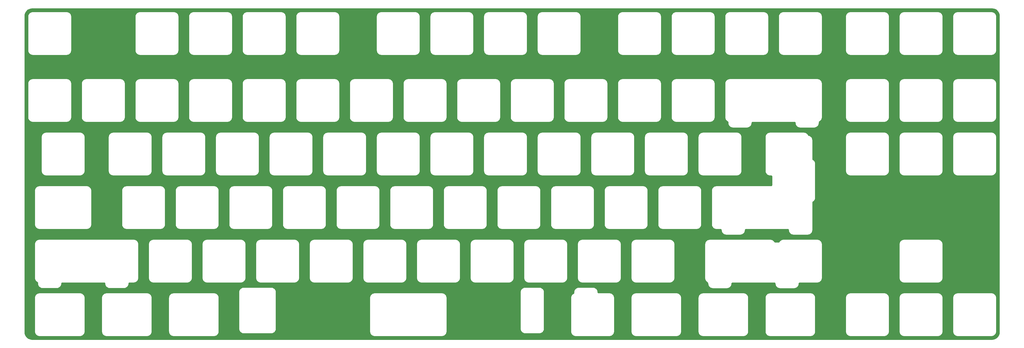
<source format=gbl>
G04 #@! TF.GenerationSoftware,KiCad,Pcbnew,5.1.10-88a1d61d58~90~ubuntu21.04.1*
G04 #@! TF.CreationDate,2021-08-16T11:56:13+02:00*
G04 #@! TF.ProjectId,mysterium-plate,6d797374-6572-4697-956d-2d706c617465,rev?*
G04 #@! TF.SameCoordinates,Original*
G04 #@! TF.FileFunction,Copper,L2,Bot*
G04 #@! TF.FilePolarity,Positive*
%FSLAX46Y46*%
G04 Gerber Fmt 4.6, Leading zero omitted, Abs format (unit mm)*
G04 Created by KiCad (PCBNEW 5.1.10-88a1d61d58~90~ubuntu21.04.1) date 2021-08-16 11:56:13*
%MOMM*%
%LPD*%
G01*
G04 APERTURE LIST*
G04 #@! TA.AperFunction,NonConductor*
%ADD10C,0.254000*%
G04 #@! TD*
G04 #@! TA.AperFunction,NonConductor*
%ADD11C,0.150000*%
G04 #@! TD*
G04 APERTURE END LIST*
D10*
X382004408Y-83625844D02*
X382489132Y-83771712D01*
X382936287Y-84008947D01*
X383328849Y-84328521D01*
X383651862Y-84718255D01*
X383893023Y-85163308D01*
X384043148Y-85646729D01*
X384100001Y-86182977D01*
X384099999Y-198585538D01*
X384047656Y-199124409D01*
X383901788Y-199609132D01*
X383664552Y-200056288D01*
X383344979Y-200448849D01*
X382955243Y-200771863D01*
X382510192Y-201013023D01*
X382026771Y-201163148D01*
X381490523Y-201220001D01*
X40491962Y-201219999D01*
X39953091Y-201167656D01*
X39468368Y-201021788D01*
X39021212Y-200784552D01*
X38628651Y-200464979D01*
X38305637Y-200075243D01*
X38064477Y-199630192D01*
X37914352Y-199146771D01*
X37857499Y-198610523D01*
X37857499Y-186369899D01*
X41341859Y-186369899D01*
X41341860Y-198442114D01*
X41344952Y-198473504D01*
X41344909Y-198479607D01*
X41345910Y-198489821D01*
X41366311Y-198683917D01*
X41379703Y-198749158D01*
X41392188Y-198814607D01*
X41395154Y-198824432D01*
X41452866Y-199010870D01*
X41478690Y-199072302D01*
X41503636Y-199134046D01*
X41508454Y-199143108D01*
X41601279Y-199314784D01*
X41638516Y-199369991D01*
X41675009Y-199425757D01*
X41681495Y-199433710D01*
X41805898Y-199584087D01*
X41853205Y-199631065D01*
X41899776Y-199678622D01*
X41907683Y-199685164D01*
X42058925Y-199808514D01*
X42114418Y-199845383D01*
X42169379Y-199883016D01*
X42178406Y-199887897D01*
X42350728Y-199979522D01*
X42412367Y-200004928D01*
X42473548Y-200031150D01*
X42483351Y-200034185D01*
X42670187Y-200090594D01*
X42735579Y-200103542D01*
X42800695Y-200117383D01*
X42810901Y-200118456D01*
X43003377Y-200137329D01*
X43040754Y-200141010D01*
X57494222Y-200141010D01*
X57525621Y-200137917D01*
X57531715Y-200137960D01*
X57541929Y-200136959D01*
X57736025Y-200116558D01*
X57801266Y-200103166D01*
X57866715Y-200090681D01*
X57876540Y-200087715D01*
X58062978Y-200030003D01*
X58124430Y-200004171D01*
X58186157Y-199979231D01*
X58195219Y-199974414D01*
X58366896Y-199881588D01*
X58422149Y-199844319D01*
X58477863Y-199807861D01*
X58485816Y-199801375D01*
X58636194Y-199676972D01*
X58683172Y-199629665D01*
X58730730Y-199583093D01*
X58737272Y-199575186D01*
X58860623Y-199423943D01*
X58897513Y-199368420D01*
X58935124Y-199313490D01*
X58940002Y-199304468D01*
X58940005Y-199304464D01*
X58940007Y-199304460D01*
X59031630Y-199132142D01*
X59057033Y-199070510D01*
X59083259Y-199009321D01*
X59086294Y-198999518D01*
X59142703Y-198812682D01*
X59155645Y-198747322D01*
X59169492Y-198682174D01*
X59170565Y-198671968D01*
X59189610Y-198477733D01*
X59189610Y-198477722D01*
X59193117Y-198442114D01*
X59193117Y-186369899D01*
X65154371Y-186369899D01*
X65154372Y-198442114D01*
X65157464Y-198473504D01*
X65157421Y-198479607D01*
X65158422Y-198489821D01*
X65178823Y-198683917D01*
X65192215Y-198749158D01*
X65204700Y-198814607D01*
X65207666Y-198824432D01*
X65265378Y-199010870D01*
X65291210Y-199072322D01*
X65316150Y-199134049D01*
X65320967Y-199143111D01*
X65413793Y-199314788D01*
X65451062Y-199370041D01*
X65487520Y-199425755D01*
X65494006Y-199433708D01*
X65618409Y-199584086D01*
X65665716Y-199631064D01*
X65712288Y-199678622D01*
X65720195Y-199685164D01*
X65871438Y-199808515D01*
X65926961Y-199845405D01*
X65981891Y-199883016D01*
X65990913Y-199887894D01*
X65990917Y-199887897D01*
X65990921Y-199887899D01*
X66163239Y-199979522D01*
X66224871Y-200004925D01*
X66286060Y-200031151D01*
X66295857Y-200034184D01*
X66295862Y-200034186D01*
X66295865Y-200034187D01*
X66482699Y-200090595D01*
X66548059Y-200103537D01*
X66613207Y-200117384D01*
X66623413Y-200118457D01*
X66817648Y-200137502D01*
X66817649Y-200137502D01*
X66853267Y-200141010D01*
X81306735Y-200141010D01*
X81338134Y-200137917D01*
X81344228Y-200137960D01*
X81354442Y-200136959D01*
X81548538Y-200116558D01*
X81613779Y-200103166D01*
X81679228Y-200090681D01*
X81689053Y-200087715D01*
X81875491Y-200030003D01*
X81936943Y-200004171D01*
X81998670Y-199979231D01*
X82007732Y-199974414D01*
X82179409Y-199881588D01*
X82234662Y-199844319D01*
X82290376Y-199807861D01*
X82298329Y-199801375D01*
X82448707Y-199676972D01*
X82495685Y-199629665D01*
X82543243Y-199583093D01*
X82549785Y-199575186D01*
X82673136Y-199423943D01*
X82710026Y-199368420D01*
X82747637Y-199313490D01*
X82752515Y-199304468D01*
X82752518Y-199304464D01*
X82752520Y-199304460D01*
X82844143Y-199132142D01*
X82869546Y-199070510D01*
X82895772Y-199009321D01*
X82898807Y-198999518D01*
X82955216Y-198812682D01*
X82968158Y-198747322D01*
X82982005Y-198682174D01*
X82983078Y-198671968D01*
X83002123Y-198477733D01*
X83002123Y-198477722D01*
X83005630Y-198442114D01*
X83005630Y-186369899D01*
X88966884Y-186369899D01*
X88966885Y-198442114D01*
X88969977Y-198473504D01*
X88969934Y-198479607D01*
X88970935Y-198489821D01*
X88991336Y-198683917D01*
X89004728Y-198749158D01*
X89017213Y-198814607D01*
X89020179Y-198824432D01*
X89077891Y-199010870D01*
X89103723Y-199072322D01*
X89128663Y-199134049D01*
X89133480Y-199143111D01*
X89226306Y-199314788D01*
X89263575Y-199370041D01*
X89300033Y-199425755D01*
X89306519Y-199433708D01*
X89430922Y-199584086D01*
X89478229Y-199631064D01*
X89524801Y-199678622D01*
X89532708Y-199685164D01*
X89683951Y-199808515D01*
X89739474Y-199845405D01*
X89794404Y-199883016D01*
X89803426Y-199887894D01*
X89803430Y-199887897D01*
X89803434Y-199887899D01*
X89975752Y-199979522D01*
X90037384Y-200004925D01*
X90098573Y-200031151D01*
X90108370Y-200034184D01*
X90108375Y-200034186D01*
X90108378Y-200034187D01*
X90295212Y-200090595D01*
X90360572Y-200103537D01*
X90425720Y-200117384D01*
X90435926Y-200118457D01*
X90630161Y-200137502D01*
X90630162Y-200137502D01*
X90665780Y-200141010D01*
X105119248Y-200141010D01*
X105150647Y-200137917D01*
X105156741Y-200137960D01*
X105166955Y-200136959D01*
X105361051Y-200116558D01*
X105426292Y-200103166D01*
X105491741Y-200090681D01*
X105501566Y-200087715D01*
X105688004Y-200030003D01*
X105749456Y-200004171D01*
X105811183Y-199979231D01*
X105820245Y-199974414D01*
X105991922Y-199881588D01*
X106047175Y-199844319D01*
X106102889Y-199807861D01*
X106110842Y-199801375D01*
X106261220Y-199676972D01*
X106308198Y-199629665D01*
X106355756Y-199583093D01*
X106362298Y-199575186D01*
X106485649Y-199423943D01*
X106522539Y-199368420D01*
X106560150Y-199313490D01*
X106565028Y-199304468D01*
X106565031Y-199304464D01*
X106565033Y-199304460D01*
X106656656Y-199132142D01*
X106682059Y-199070510D01*
X106708285Y-199009321D01*
X106711320Y-198999518D01*
X106767729Y-198812682D01*
X106780671Y-198747322D01*
X106794518Y-198682174D01*
X106795591Y-198671968D01*
X106814636Y-198477733D01*
X106814636Y-198477722D01*
X106818143Y-198442114D01*
X106818143Y-186369898D01*
X106815050Y-186338499D01*
X106815093Y-186332405D01*
X106814092Y-186322191D01*
X106793691Y-186128094D01*
X106780298Y-186062846D01*
X106767814Y-185997405D01*
X106764848Y-185987580D01*
X106707136Y-185801142D01*
X106681318Y-185739723D01*
X106656366Y-185677965D01*
X106651548Y-185668904D01*
X106558723Y-185497227D01*
X106521458Y-185441980D01*
X106484993Y-185386255D01*
X106478507Y-185378302D01*
X106354103Y-185227924D01*
X106306797Y-185180947D01*
X106260226Y-185133390D01*
X106252319Y-185126848D01*
X106101077Y-185003498D01*
X106045558Y-184966611D01*
X105990623Y-184928997D01*
X105981596Y-184924115D01*
X105809274Y-184832490D01*
X105747647Y-184807089D01*
X105686454Y-184780862D01*
X105676651Y-184777827D01*
X105489815Y-184721418D01*
X105424423Y-184708470D01*
X105359307Y-184694629D01*
X105349101Y-184693556D01*
X105156847Y-184674705D01*
X105119248Y-184671002D01*
X90665780Y-184671002D01*
X90634381Y-184674095D01*
X90628287Y-184674052D01*
X90618073Y-184675053D01*
X90423976Y-184695454D01*
X90358728Y-184708847D01*
X90293287Y-184721331D01*
X90283462Y-184724297D01*
X90097024Y-184782009D01*
X90035561Y-184807846D01*
X89973845Y-184832781D01*
X89964784Y-184837598D01*
X89793106Y-184930424D01*
X89737836Y-184967705D01*
X89682140Y-185004151D01*
X89674187Y-185010637D01*
X89674184Y-185010639D01*
X89674181Y-185010642D01*
X89523808Y-185135040D01*
X89476845Y-185182332D01*
X89429272Y-185228919D01*
X89422730Y-185236826D01*
X89299379Y-185388069D01*
X89262522Y-185443544D01*
X89224878Y-185498521D01*
X89219997Y-185507548D01*
X89128372Y-185679870D01*
X89102981Y-185741473D01*
X89076743Y-185802691D01*
X89073708Y-185812494D01*
X89017299Y-185999330D01*
X89004356Y-186064698D01*
X88990510Y-186129839D01*
X88989437Y-186140045D01*
X88970392Y-186334279D01*
X88966884Y-186369899D01*
X83005630Y-186369899D01*
X83005630Y-186369898D01*
X83002537Y-186338499D01*
X83002580Y-186332405D01*
X83001579Y-186322191D01*
X82981178Y-186128094D01*
X82967785Y-186062846D01*
X82955301Y-185997405D01*
X82952335Y-185987580D01*
X82894623Y-185801142D01*
X82868805Y-185739723D01*
X82843853Y-185677965D01*
X82839035Y-185668904D01*
X82746210Y-185497227D01*
X82708945Y-185441980D01*
X82672480Y-185386255D01*
X82665994Y-185378302D01*
X82541590Y-185227924D01*
X82494284Y-185180947D01*
X82447713Y-185133390D01*
X82439806Y-185126848D01*
X82288564Y-185003498D01*
X82233045Y-184966611D01*
X82178110Y-184928997D01*
X82169083Y-184924115D01*
X81996761Y-184832490D01*
X81935134Y-184807089D01*
X81873941Y-184780862D01*
X81864138Y-184777827D01*
X81677302Y-184721418D01*
X81611910Y-184708470D01*
X81546794Y-184694629D01*
X81536588Y-184693556D01*
X81344334Y-184674705D01*
X81306735Y-184671002D01*
X66853267Y-184671002D01*
X66821868Y-184674095D01*
X66815774Y-184674052D01*
X66805560Y-184675053D01*
X66611463Y-184695454D01*
X66546215Y-184708847D01*
X66480774Y-184721331D01*
X66470949Y-184724297D01*
X66284511Y-184782009D01*
X66223048Y-184807846D01*
X66161332Y-184832781D01*
X66152271Y-184837598D01*
X65980593Y-184930424D01*
X65925323Y-184967705D01*
X65869627Y-185004151D01*
X65861674Y-185010637D01*
X65861671Y-185010639D01*
X65861668Y-185010642D01*
X65711295Y-185135040D01*
X65664332Y-185182332D01*
X65616759Y-185228919D01*
X65610217Y-185236826D01*
X65486866Y-185388069D01*
X65450009Y-185443544D01*
X65412365Y-185498521D01*
X65407484Y-185507548D01*
X65315859Y-185679870D01*
X65290468Y-185741473D01*
X65264230Y-185802691D01*
X65261195Y-185812494D01*
X65204786Y-185999330D01*
X65191843Y-186064698D01*
X65177997Y-186129839D01*
X65176924Y-186140045D01*
X65157879Y-186334279D01*
X65154371Y-186369899D01*
X59193117Y-186369899D01*
X59193117Y-186369898D01*
X59190024Y-186338499D01*
X59190067Y-186332405D01*
X59189066Y-186322191D01*
X59168665Y-186128094D01*
X59155272Y-186062846D01*
X59142788Y-185997405D01*
X59139822Y-185987580D01*
X59082110Y-185801142D01*
X59056292Y-185739723D01*
X59031340Y-185677965D01*
X59026522Y-185668904D01*
X58933697Y-185497227D01*
X58896432Y-185441980D01*
X58859967Y-185386255D01*
X58853481Y-185378302D01*
X58729077Y-185227924D01*
X58681771Y-185180947D01*
X58635200Y-185133390D01*
X58627293Y-185126848D01*
X58476051Y-185003498D01*
X58420532Y-184966611D01*
X58365597Y-184928997D01*
X58356570Y-184924115D01*
X58184248Y-184832490D01*
X58122621Y-184807089D01*
X58061428Y-184780862D01*
X58051625Y-184777827D01*
X57864789Y-184721418D01*
X57799397Y-184708470D01*
X57734281Y-184694629D01*
X57724075Y-184693556D01*
X57531821Y-184674705D01*
X57494222Y-184671002D01*
X43040754Y-184671002D01*
X43009355Y-184674095D01*
X43003261Y-184674052D01*
X42993047Y-184675053D01*
X42798950Y-184695454D01*
X42733702Y-184708847D01*
X42668261Y-184721331D01*
X42658436Y-184724297D01*
X42471998Y-184782009D01*
X42410535Y-184807846D01*
X42348819Y-184832781D01*
X42339758Y-184837598D01*
X42168080Y-184930424D01*
X42112810Y-184967705D01*
X42057114Y-185004151D01*
X42049161Y-185010637D01*
X42049158Y-185010639D01*
X42049155Y-185010642D01*
X41898782Y-185135040D01*
X41851819Y-185182332D01*
X41804246Y-185228919D01*
X41797704Y-185236826D01*
X41674353Y-185388069D01*
X41637496Y-185443544D01*
X41599852Y-185498521D01*
X41594971Y-185507548D01*
X41503346Y-185679870D01*
X41477955Y-185741473D01*
X41451717Y-185802691D01*
X41448682Y-185812494D01*
X41392273Y-185999330D01*
X41379330Y-186064698D01*
X41365484Y-186129839D01*
X41364411Y-186140045D01*
X41345366Y-186334279D01*
X41345366Y-186334291D01*
X41341859Y-186369899D01*
X37857499Y-186369899D01*
X37857499Y-184369898D01*
X113904398Y-184369898D01*
X113904399Y-197442114D01*
X113907491Y-197473504D01*
X113907448Y-197479607D01*
X113908449Y-197489821D01*
X113928850Y-197683917D01*
X113942242Y-197749158D01*
X113954727Y-197814607D01*
X113957693Y-197824432D01*
X114015405Y-198010870D01*
X114041229Y-198072302D01*
X114066175Y-198134046D01*
X114070993Y-198143108D01*
X114163818Y-198314784D01*
X114201055Y-198369991D01*
X114237548Y-198425757D01*
X114244034Y-198433710D01*
X114368437Y-198584087D01*
X114415744Y-198631065D01*
X114462315Y-198678622D01*
X114470222Y-198685164D01*
X114621464Y-198808514D01*
X114676957Y-198845383D01*
X114731918Y-198883016D01*
X114740945Y-198887897D01*
X114913267Y-198979522D01*
X114974906Y-199004928D01*
X115036087Y-199031150D01*
X115045890Y-199034185D01*
X115232726Y-199090594D01*
X115298118Y-199103542D01*
X115363234Y-199117383D01*
X115373440Y-199118456D01*
X115567673Y-199137501D01*
X115567675Y-199137501D01*
X115603293Y-199141009D01*
X125431759Y-199141009D01*
X125463158Y-199137916D01*
X125469252Y-199137959D01*
X125479466Y-199136958D01*
X125673562Y-199116557D01*
X125738803Y-199103165D01*
X125804252Y-199090680D01*
X125814077Y-199087714D01*
X126000515Y-199030002D01*
X126061947Y-199004178D01*
X126123691Y-198979232D01*
X126132753Y-198974414D01*
X126304429Y-198881589D01*
X126359636Y-198844352D01*
X126415402Y-198807859D01*
X126423355Y-198801373D01*
X126573732Y-198676970D01*
X126620710Y-198629663D01*
X126668267Y-198583092D01*
X126674809Y-198575185D01*
X126798159Y-198423943D01*
X126835028Y-198368450D01*
X126872661Y-198313489D01*
X126877542Y-198304462D01*
X126969167Y-198132140D01*
X126994573Y-198070501D01*
X127020795Y-198009320D01*
X127023830Y-197999517D01*
X127080239Y-197812681D01*
X127093187Y-197747289D01*
X127107028Y-197682173D01*
X127108101Y-197671967D01*
X127127146Y-197477734D01*
X127127146Y-197477732D01*
X127130654Y-197442114D01*
X127130654Y-186369899D01*
X160404423Y-186369899D01*
X160404424Y-198442114D01*
X160407516Y-198473504D01*
X160407473Y-198479607D01*
X160408474Y-198489821D01*
X160428875Y-198683917D01*
X160442267Y-198749158D01*
X160454752Y-198814607D01*
X160457718Y-198824432D01*
X160515430Y-199010870D01*
X160541254Y-199072302D01*
X160566200Y-199134046D01*
X160571018Y-199143108D01*
X160663843Y-199314784D01*
X160701080Y-199369991D01*
X160737573Y-199425757D01*
X160744059Y-199433710D01*
X160868462Y-199584087D01*
X160915769Y-199631065D01*
X160962340Y-199678622D01*
X160970247Y-199685164D01*
X161121489Y-199808514D01*
X161176982Y-199845383D01*
X161231943Y-199883016D01*
X161240970Y-199887897D01*
X161413292Y-199979522D01*
X161474931Y-200004928D01*
X161536112Y-200031150D01*
X161545915Y-200034185D01*
X161732751Y-200090594D01*
X161798143Y-200103542D01*
X161863259Y-200117383D01*
X161873465Y-200118456D01*
X162065941Y-200137329D01*
X162103318Y-200141010D01*
X186081791Y-200141010D01*
X186113190Y-200137917D01*
X186119284Y-200137960D01*
X186129498Y-200136959D01*
X186323594Y-200116558D01*
X186388835Y-200103166D01*
X186454284Y-200090681D01*
X186464109Y-200087715D01*
X186650547Y-200030003D01*
X186711999Y-200004171D01*
X186773726Y-199979231D01*
X186782788Y-199974414D01*
X186954465Y-199881588D01*
X187009718Y-199844319D01*
X187065432Y-199807861D01*
X187073385Y-199801375D01*
X187223763Y-199676972D01*
X187270741Y-199629665D01*
X187318299Y-199583093D01*
X187324841Y-199575186D01*
X187448192Y-199423943D01*
X187485082Y-199368420D01*
X187522693Y-199313490D01*
X187527571Y-199304468D01*
X187527574Y-199304464D01*
X187527576Y-199304460D01*
X187619199Y-199132142D01*
X187644602Y-199070510D01*
X187670828Y-199009321D01*
X187673863Y-198999518D01*
X187730272Y-198812682D01*
X187743214Y-198747322D01*
X187757061Y-198682174D01*
X187758134Y-198671968D01*
X187777179Y-198477733D01*
X187777179Y-198477732D01*
X187780687Y-198442114D01*
X187780687Y-186369898D01*
X187777594Y-186338499D01*
X187777637Y-186332405D01*
X187776636Y-186322191D01*
X187756235Y-186128094D01*
X187742842Y-186062846D01*
X187730358Y-185997405D01*
X187727392Y-185987580D01*
X187669680Y-185801142D01*
X187643843Y-185739679D01*
X187618908Y-185677963D01*
X187614091Y-185668902D01*
X187521265Y-185497224D01*
X187483984Y-185441954D01*
X187447538Y-185386258D01*
X187441052Y-185378305D01*
X187441050Y-185378302D01*
X187441047Y-185378299D01*
X187316649Y-185227926D01*
X187269342Y-185180948D01*
X187222770Y-185133390D01*
X187214863Y-185126848D01*
X187063620Y-185003497D01*
X187008145Y-184966640D01*
X186953168Y-184928996D01*
X186944141Y-184924115D01*
X186771819Y-184832490D01*
X186710216Y-184807099D01*
X186648998Y-184780861D01*
X186639195Y-184777826D01*
X186452359Y-184721417D01*
X186386991Y-184708474D01*
X186321850Y-184694628D01*
X186311644Y-184693555D01*
X186117410Y-184674510D01*
X186117409Y-184674510D01*
X186081791Y-184671002D01*
X162103318Y-184671002D01*
X162071919Y-184674095D01*
X162065825Y-184674052D01*
X162055611Y-184675053D01*
X161861514Y-184695454D01*
X161796266Y-184708847D01*
X161730825Y-184721331D01*
X161721000Y-184724297D01*
X161534562Y-184782009D01*
X161473099Y-184807846D01*
X161411383Y-184832781D01*
X161402322Y-184837598D01*
X161230644Y-184930424D01*
X161175374Y-184967705D01*
X161119678Y-185004151D01*
X161111725Y-185010637D01*
X161111722Y-185010639D01*
X161111719Y-185010642D01*
X160961346Y-185135040D01*
X160914383Y-185182332D01*
X160866810Y-185228919D01*
X160860268Y-185236826D01*
X160736917Y-185388069D01*
X160700060Y-185443544D01*
X160662416Y-185498521D01*
X160657535Y-185507548D01*
X160565910Y-185679870D01*
X160540519Y-185741473D01*
X160514281Y-185802691D01*
X160511246Y-185812494D01*
X160454837Y-185999330D01*
X160441894Y-186064698D01*
X160428048Y-186129839D01*
X160426975Y-186140045D01*
X160407930Y-186334279D01*
X160407930Y-186334291D01*
X160404423Y-186369899D01*
X127130654Y-186369899D01*
X127130654Y-184369898D01*
X213904452Y-184369898D01*
X213904453Y-197442114D01*
X213907545Y-197473504D01*
X213907502Y-197479607D01*
X213908503Y-197489821D01*
X213928904Y-197683917D01*
X213942296Y-197749158D01*
X213954781Y-197814607D01*
X213957747Y-197824432D01*
X214015459Y-198010870D01*
X214041283Y-198072302D01*
X214066229Y-198134046D01*
X214071047Y-198143108D01*
X214163872Y-198314784D01*
X214201109Y-198369991D01*
X214237602Y-198425757D01*
X214244088Y-198433710D01*
X214368491Y-198584087D01*
X214415798Y-198631065D01*
X214462369Y-198678622D01*
X214470276Y-198685164D01*
X214621518Y-198808514D01*
X214677011Y-198845383D01*
X214731972Y-198883016D01*
X214740999Y-198887897D01*
X214913321Y-198979522D01*
X214974960Y-199004928D01*
X215036141Y-199031150D01*
X215045944Y-199034185D01*
X215232780Y-199090594D01*
X215298172Y-199103542D01*
X215363288Y-199117383D01*
X215373494Y-199118456D01*
X215567727Y-199137501D01*
X215567729Y-199137501D01*
X215603347Y-199141009D01*
X220675560Y-199141009D01*
X220706959Y-199137916D01*
X220713053Y-199137959D01*
X220723267Y-199136958D01*
X220917363Y-199116557D01*
X220982604Y-199103165D01*
X221048053Y-199090680D01*
X221057878Y-199087714D01*
X221244316Y-199030002D01*
X221305748Y-199004178D01*
X221367492Y-198979232D01*
X221376554Y-198974414D01*
X221548230Y-198881589D01*
X221603437Y-198844352D01*
X221659203Y-198807859D01*
X221667156Y-198801373D01*
X221817533Y-198676970D01*
X221864511Y-198629663D01*
X221912068Y-198583092D01*
X221918610Y-198575185D01*
X222041960Y-198423943D01*
X222078829Y-198368450D01*
X222116462Y-198313489D01*
X222121343Y-198304462D01*
X222212968Y-198132140D01*
X222238374Y-198070501D01*
X222264596Y-198009320D01*
X222267631Y-197999517D01*
X222324040Y-197812681D01*
X222336988Y-197747289D01*
X222350829Y-197682173D01*
X222351902Y-197671967D01*
X222370775Y-197479491D01*
X222374456Y-197442114D01*
X222374456Y-186369899D01*
X231841962Y-186369899D01*
X231841963Y-198442114D01*
X231845055Y-198473504D01*
X231845012Y-198479607D01*
X231846013Y-198489821D01*
X231866414Y-198683917D01*
X231879806Y-198749158D01*
X231892291Y-198814607D01*
X231895257Y-198824432D01*
X231952969Y-199010870D01*
X231978793Y-199072302D01*
X232003739Y-199134046D01*
X232008557Y-199143108D01*
X232101382Y-199314784D01*
X232138619Y-199369991D01*
X232175112Y-199425757D01*
X232181598Y-199433710D01*
X232306001Y-199584087D01*
X232353308Y-199631065D01*
X232399879Y-199678622D01*
X232407786Y-199685164D01*
X232559028Y-199808514D01*
X232614521Y-199845383D01*
X232669482Y-199883016D01*
X232678509Y-199887897D01*
X232850831Y-199979522D01*
X232912470Y-200004928D01*
X232973651Y-200031150D01*
X232983454Y-200034185D01*
X233170290Y-200090594D01*
X233235682Y-200103542D01*
X233300798Y-200117383D01*
X233311004Y-200118456D01*
X233503480Y-200137329D01*
X233540857Y-200141010D01*
X245613074Y-200141010D01*
X245644473Y-200137917D01*
X245650567Y-200137960D01*
X245660781Y-200136959D01*
X245854877Y-200116558D01*
X245920118Y-200103166D01*
X245985567Y-200090681D01*
X245995392Y-200087715D01*
X246181830Y-200030003D01*
X246243282Y-200004171D01*
X246305009Y-199979231D01*
X246314071Y-199974414D01*
X246485748Y-199881588D01*
X246541001Y-199844319D01*
X246596715Y-199807861D01*
X246604668Y-199801375D01*
X246755046Y-199676972D01*
X246802024Y-199629665D01*
X246849582Y-199583093D01*
X246856124Y-199575186D01*
X246979475Y-199423943D01*
X247016365Y-199368420D01*
X247053976Y-199313490D01*
X247058854Y-199304468D01*
X247058857Y-199304464D01*
X247058859Y-199304460D01*
X247150482Y-199132142D01*
X247175885Y-199070510D01*
X247202111Y-199009321D01*
X247205146Y-198999518D01*
X247261555Y-198812682D01*
X247274497Y-198747322D01*
X247288344Y-198682174D01*
X247289417Y-198671968D01*
X247308462Y-198477733D01*
X247308462Y-198477722D01*
X247311969Y-198442114D01*
X247311969Y-186369899D01*
X253273223Y-186369899D01*
X253273224Y-198442114D01*
X253276316Y-198473504D01*
X253276273Y-198479607D01*
X253277274Y-198489821D01*
X253297675Y-198683917D01*
X253311067Y-198749158D01*
X253323552Y-198814607D01*
X253326518Y-198824432D01*
X253384230Y-199010870D01*
X253410062Y-199072322D01*
X253435002Y-199134049D01*
X253439819Y-199143111D01*
X253532645Y-199314788D01*
X253569914Y-199370041D01*
X253606372Y-199425755D01*
X253612858Y-199433708D01*
X253737261Y-199584086D01*
X253784568Y-199631064D01*
X253831140Y-199678622D01*
X253839047Y-199685164D01*
X253990290Y-199808515D01*
X254045813Y-199845405D01*
X254100743Y-199883016D01*
X254109765Y-199887894D01*
X254109769Y-199887897D01*
X254109773Y-199887899D01*
X254282091Y-199979522D01*
X254343723Y-200004925D01*
X254404912Y-200031151D01*
X254414709Y-200034184D01*
X254414714Y-200034186D01*
X254414717Y-200034187D01*
X254601551Y-200090595D01*
X254666911Y-200103537D01*
X254732059Y-200117384D01*
X254742265Y-200118457D01*
X254936500Y-200137502D01*
X254936501Y-200137502D01*
X254972119Y-200141010D01*
X269425586Y-200141010D01*
X269456985Y-200137917D01*
X269463079Y-200137960D01*
X269473293Y-200136959D01*
X269667389Y-200116558D01*
X269732630Y-200103166D01*
X269798079Y-200090681D01*
X269807904Y-200087715D01*
X269994342Y-200030003D01*
X270055794Y-200004171D01*
X270117521Y-199979231D01*
X270126583Y-199974414D01*
X270298260Y-199881588D01*
X270353513Y-199844319D01*
X270409227Y-199807861D01*
X270417180Y-199801375D01*
X270567558Y-199676972D01*
X270614536Y-199629665D01*
X270662094Y-199583093D01*
X270668636Y-199575186D01*
X270791987Y-199423943D01*
X270828877Y-199368420D01*
X270866488Y-199313490D01*
X270871366Y-199304468D01*
X270871369Y-199304464D01*
X270871371Y-199304460D01*
X270962994Y-199132142D01*
X270988397Y-199070510D01*
X271014623Y-199009321D01*
X271017658Y-198999518D01*
X271074067Y-198812682D01*
X271087009Y-198747322D01*
X271100856Y-198682174D01*
X271101929Y-198671968D01*
X271120974Y-198477733D01*
X271120974Y-198477732D01*
X271124482Y-198442114D01*
X271124482Y-186369899D01*
X277085736Y-186369899D01*
X277085737Y-198442114D01*
X277088829Y-198473504D01*
X277088786Y-198479607D01*
X277089787Y-198489821D01*
X277110188Y-198683917D01*
X277123580Y-198749158D01*
X277136065Y-198814607D01*
X277139031Y-198824432D01*
X277196743Y-199010870D01*
X277222567Y-199072302D01*
X277247513Y-199134046D01*
X277252331Y-199143108D01*
X277345156Y-199314784D01*
X277382393Y-199369991D01*
X277418886Y-199425757D01*
X277425372Y-199433710D01*
X277549775Y-199584087D01*
X277597082Y-199631065D01*
X277643653Y-199678622D01*
X277651560Y-199685164D01*
X277802802Y-199808514D01*
X277858295Y-199845383D01*
X277913256Y-199883016D01*
X277922283Y-199887897D01*
X278094605Y-199979522D01*
X278156244Y-200004928D01*
X278217425Y-200031150D01*
X278227228Y-200034185D01*
X278414064Y-200090594D01*
X278479456Y-200103542D01*
X278544572Y-200117383D01*
X278554778Y-200118456D01*
X278747254Y-200137329D01*
X278784631Y-200141010D01*
X293238099Y-200141010D01*
X293269498Y-200137917D01*
X293275592Y-200137960D01*
X293285806Y-200136959D01*
X293479902Y-200116558D01*
X293545143Y-200103166D01*
X293610592Y-200090681D01*
X293620417Y-200087715D01*
X293806855Y-200030003D01*
X293868307Y-200004171D01*
X293930034Y-199979231D01*
X293939096Y-199974414D01*
X294110773Y-199881588D01*
X294166026Y-199844319D01*
X294221740Y-199807861D01*
X294229693Y-199801375D01*
X294380071Y-199676972D01*
X294427049Y-199629665D01*
X294474607Y-199583093D01*
X294481149Y-199575186D01*
X294604500Y-199423943D01*
X294641390Y-199368420D01*
X294679001Y-199313490D01*
X294683879Y-199304468D01*
X294683882Y-199304464D01*
X294683884Y-199304460D01*
X294775507Y-199132142D01*
X294800910Y-199070510D01*
X294827136Y-199009321D01*
X294830171Y-198999518D01*
X294886580Y-198812682D01*
X294899522Y-198747322D01*
X294913369Y-198682174D01*
X294914442Y-198671968D01*
X294933487Y-198477733D01*
X294933487Y-198477732D01*
X294936995Y-198442114D01*
X294936995Y-186369899D01*
X300898249Y-186369899D01*
X300898250Y-198442114D01*
X300901342Y-198473504D01*
X300901299Y-198479607D01*
X300902300Y-198489821D01*
X300922701Y-198683917D01*
X300936093Y-198749158D01*
X300948578Y-198814607D01*
X300951544Y-198824432D01*
X301009256Y-199010870D01*
X301035080Y-199072302D01*
X301060026Y-199134046D01*
X301064844Y-199143108D01*
X301157669Y-199314784D01*
X301194906Y-199369991D01*
X301231399Y-199425757D01*
X301237885Y-199433710D01*
X301362288Y-199584087D01*
X301409595Y-199631065D01*
X301456166Y-199678622D01*
X301464073Y-199685164D01*
X301615315Y-199808514D01*
X301670808Y-199845383D01*
X301725769Y-199883016D01*
X301734796Y-199887897D01*
X301907118Y-199979522D01*
X301968757Y-200004928D01*
X302029938Y-200031150D01*
X302039741Y-200034185D01*
X302226577Y-200090594D01*
X302291969Y-200103542D01*
X302357085Y-200117383D01*
X302367291Y-200118456D01*
X302559767Y-200137329D01*
X302597144Y-200141010D01*
X317050612Y-200141010D01*
X317082011Y-200137917D01*
X317088105Y-200137960D01*
X317098319Y-200136959D01*
X317292415Y-200116558D01*
X317357656Y-200103166D01*
X317423105Y-200090681D01*
X317432930Y-200087715D01*
X317619368Y-200030003D01*
X317680820Y-200004171D01*
X317742547Y-199979231D01*
X317751609Y-199974414D01*
X317923286Y-199881588D01*
X317978539Y-199844319D01*
X318034253Y-199807861D01*
X318042206Y-199801375D01*
X318192584Y-199676972D01*
X318239562Y-199629665D01*
X318287120Y-199583093D01*
X318293662Y-199575186D01*
X318417013Y-199423943D01*
X318453903Y-199368420D01*
X318491514Y-199313490D01*
X318496392Y-199304468D01*
X318496395Y-199304464D01*
X318496397Y-199304460D01*
X318588020Y-199132142D01*
X318613423Y-199070510D01*
X318639649Y-199009321D01*
X318642684Y-198999518D01*
X318699093Y-198812682D01*
X318712035Y-198747322D01*
X318725882Y-198682174D01*
X318726955Y-198671968D01*
X318746000Y-198477733D01*
X318746000Y-198477732D01*
X318749508Y-198442114D01*
X318749508Y-186369899D01*
X329473264Y-186369899D01*
X329473265Y-198442114D01*
X329476357Y-198473504D01*
X329476314Y-198479607D01*
X329477315Y-198489821D01*
X329497716Y-198683917D01*
X329511108Y-198749158D01*
X329523593Y-198814607D01*
X329526559Y-198824432D01*
X329584271Y-199010870D01*
X329610103Y-199072322D01*
X329635043Y-199134049D01*
X329639860Y-199143111D01*
X329732686Y-199314788D01*
X329769955Y-199370041D01*
X329806413Y-199425755D01*
X329812899Y-199433708D01*
X329937302Y-199584086D01*
X329984609Y-199631064D01*
X330031181Y-199678622D01*
X330039088Y-199685164D01*
X330190331Y-199808515D01*
X330245854Y-199845405D01*
X330300784Y-199883016D01*
X330309806Y-199887894D01*
X330309810Y-199887897D01*
X330309814Y-199887899D01*
X330482132Y-199979522D01*
X330543764Y-200004925D01*
X330604953Y-200031151D01*
X330614750Y-200034184D01*
X330614755Y-200034186D01*
X330614758Y-200034187D01*
X330801592Y-200090595D01*
X330866952Y-200103537D01*
X330932100Y-200117384D01*
X330942306Y-200118457D01*
X331136541Y-200137502D01*
X331136542Y-200137502D01*
X331172160Y-200141010D01*
X343244376Y-200141010D01*
X343275775Y-200137917D01*
X343281869Y-200137960D01*
X343292083Y-200136959D01*
X343486179Y-200116558D01*
X343551420Y-200103166D01*
X343616869Y-200090681D01*
X343626694Y-200087715D01*
X343813132Y-200030003D01*
X343874584Y-200004171D01*
X343936311Y-199979231D01*
X343945373Y-199974414D01*
X344117050Y-199881588D01*
X344172303Y-199844319D01*
X344228017Y-199807861D01*
X344235970Y-199801375D01*
X344386348Y-199676972D01*
X344433326Y-199629665D01*
X344480884Y-199583093D01*
X344487426Y-199575186D01*
X344610777Y-199423943D01*
X344647667Y-199368420D01*
X344685278Y-199313490D01*
X344690156Y-199304468D01*
X344690159Y-199304464D01*
X344690161Y-199304460D01*
X344781784Y-199132142D01*
X344807187Y-199070510D01*
X344833413Y-199009321D01*
X344836448Y-198999518D01*
X344892857Y-198812682D01*
X344905799Y-198747322D01*
X344919646Y-198682174D01*
X344920719Y-198671968D01*
X344939764Y-198477733D01*
X344939764Y-198477732D01*
X344943272Y-198442114D01*
X344943272Y-186369899D01*
X348523275Y-186369899D01*
X348523276Y-198442114D01*
X348526368Y-198473504D01*
X348526325Y-198479607D01*
X348527326Y-198489821D01*
X348547727Y-198683917D01*
X348561119Y-198749158D01*
X348573604Y-198814607D01*
X348576570Y-198824432D01*
X348634282Y-199010870D01*
X348660106Y-199072302D01*
X348685052Y-199134046D01*
X348689870Y-199143108D01*
X348782695Y-199314784D01*
X348819932Y-199369991D01*
X348856425Y-199425757D01*
X348862911Y-199433710D01*
X348987314Y-199584087D01*
X349034621Y-199631065D01*
X349081192Y-199678622D01*
X349089099Y-199685164D01*
X349240341Y-199808514D01*
X349295834Y-199845383D01*
X349350795Y-199883016D01*
X349359822Y-199887897D01*
X349532144Y-199979522D01*
X349593783Y-200004928D01*
X349654964Y-200031150D01*
X349664767Y-200034185D01*
X349851603Y-200090594D01*
X349916995Y-200103542D01*
X349982111Y-200117383D01*
X349992317Y-200118456D01*
X350184793Y-200137329D01*
X350222170Y-200141010D01*
X362294387Y-200141010D01*
X362325786Y-200137917D01*
X362331880Y-200137960D01*
X362342094Y-200136959D01*
X362536190Y-200116558D01*
X362601431Y-200103166D01*
X362666880Y-200090681D01*
X362676705Y-200087715D01*
X362863143Y-200030003D01*
X362924595Y-200004171D01*
X362986322Y-199979231D01*
X362995384Y-199974414D01*
X363167061Y-199881588D01*
X363222314Y-199844319D01*
X363278028Y-199807861D01*
X363285981Y-199801375D01*
X363436359Y-199676972D01*
X363483337Y-199629665D01*
X363530895Y-199583093D01*
X363537437Y-199575186D01*
X363660788Y-199423943D01*
X363697678Y-199368420D01*
X363735289Y-199313490D01*
X363740167Y-199304468D01*
X363740170Y-199304464D01*
X363740172Y-199304460D01*
X363831795Y-199132142D01*
X363857198Y-199070510D01*
X363883424Y-199009321D01*
X363886459Y-198999518D01*
X363942868Y-198812682D01*
X363955810Y-198747322D01*
X363969657Y-198682174D01*
X363970730Y-198671968D01*
X363989775Y-198477733D01*
X363989775Y-198477722D01*
X363993282Y-198442114D01*
X363993282Y-186369899D01*
X367573285Y-186369899D01*
X367573286Y-198442114D01*
X367576378Y-198473504D01*
X367576335Y-198479607D01*
X367577336Y-198489821D01*
X367597737Y-198683917D01*
X367611129Y-198749158D01*
X367623614Y-198814607D01*
X367626580Y-198824432D01*
X367684292Y-199010870D01*
X367710116Y-199072302D01*
X367735062Y-199134046D01*
X367739880Y-199143108D01*
X367832705Y-199314784D01*
X367869942Y-199369991D01*
X367906435Y-199425757D01*
X367912921Y-199433710D01*
X368037324Y-199584087D01*
X368084631Y-199631065D01*
X368131202Y-199678622D01*
X368139109Y-199685164D01*
X368290351Y-199808514D01*
X368345844Y-199845383D01*
X368400805Y-199883016D01*
X368409832Y-199887897D01*
X368582154Y-199979522D01*
X368643793Y-200004928D01*
X368704974Y-200031150D01*
X368714777Y-200034185D01*
X368901613Y-200090594D01*
X368967005Y-200103542D01*
X369032121Y-200117383D01*
X369042327Y-200118456D01*
X369234803Y-200137329D01*
X369272180Y-200141010D01*
X381344397Y-200141010D01*
X381375796Y-200137917D01*
X381381890Y-200137960D01*
X381392104Y-200136959D01*
X381586200Y-200116558D01*
X381651441Y-200103166D01*
X381716890Y-200090681D01*
X381726715Y-200087715D01*
X381913153Y-200030003D01*
X381974605Y-200004171D01*
X382036332Y-199979231D01*
X382045394Y-199974414D01*
X382217071Y-199881588D01*
X382272324Y-199844319D01*
X382328038Y-199807861D01*
X382335991Y-199801375D01*
X382486369Y-199676972D01*
X382533347Y-199629665D01*
X382580905Y-199583093D01*
X382587447Y-199575186D01*
X382710798Y-199423943D01*
X382747688Y-199368420D01*
X382785299Y-199313490D01*
X382790177Y-199304468D01*
X382790180Y-199304464D01*
X382790182Y-199304460D01*
X382881805Y-199132142D01*
X382907208Y-199070510D01*
X382933434Y-199009321D01*
X382936469Y-198999518D01*
X382992878Y-198812682D01*
X383005820Y-198747322D01*
X383019667Y-198682174D01*
X383020740Y-198671968D01*
X383039785Y-198477733D01*
X383039785Y-198477722D01*
X383043292Y-198442114D01*
X383043292Y-186369898D01*
X383040199Y-186338499D01*
X383040242Y-186332405D01*
X383039241Y-186322191D01*
X383018840Y-186128094D01*
X383005447Y-186062846D01*
X382992963Y-185997405D01*
X382989997Y-185987580D01*
X382932285Y-185801142D01*
X382906467Y-185739723D01*
X382881515Y-185677965D01*
X382876697Y-185668904D01*
X382783872Y-185497227D01*
X382746607Y-185441980D01*
X382710142Y-185386255D01*
X382703656Y-185378302D01*
X382579252Y-185227924D01*
X382531946Y-185180947D01*
X382485375Y-185133390D01*
X382477468Y-185126848D01*
X382326226Y-185003498D01*
X382270707Y-184966611D01*
X382215772Y-184928997D01*
X382206745Y-184924115D01*
X382034423Y-184832490D01*
X381972796Y-184807089D01*
X381911603Y-184780862D01*
X381901800Y-184777827D01*
X381714964Y-184721418D01*
X381649572Y-184708470D01*
X381584456Y-184694629D01*
X381574250Y-184693556D01*
X381381996Y-184674705D01*
X381344397Y-184671002D01*
X369272180Y-184671002D01*
X369240781Y-184674095D01*
X369234687Y-184674052D01*
X369224473Y-184675053D01*
X369030376Y-184695454D01*
X368965128Y-184708847D01*
X368899687Y-184721331D01*
X368889862Y-184724297D01*
X368703424Y-184782009D01*
X368641961Y-184807846D01*
X368580245Y-184832781D01*
X368571184Y-184837598D01*
X368399506Y-184930424D01*
X368344236Y-184967705D01*
X368288540Y-185004151D01*
X368280587Y-185010637D01*
X368280584Y-185010639D01*
X368280581Y-185010642D01*
X368130208Y-185135040D01*
X368083245Y-185182332D01*
X368035672Y-185228919D01*
X368029130Y-185236826D01*
X367905779Y-185388069D01*
X367868922Y-185443544D01*
X367831278Y-185498521D01*
X367826397Y-185507548D01*
X367734772Y-185679870D01*
X367709381Y-185741473D01*
X367683143Y-185802691D01*
X367680108Y-185812494D01*
X367623699Y-185999330D01*
X367610756Y-186064698D01*
X367596910Y-186129839D01*
X367595837Y-186140045D01*
X367576792Y-186334279D01*
X367576792Y-186334291D01*
X367573285Y-186369899D01*
X363993282Y-186369899D01*
X363993282Y-186369898D01*
X363990189Y-186338499D01*
X363990232Y-186332405D01*
X363989231Y-186322191D01*
X363968830Y-186128094D01*
X363955437Y-186062846D01*
X363942953Y-185997405D01*
X363939987Y-185987580D01*
X363882275Y-185801142D01*
X363856457Y-185739723D01*
X363831505Y-185677965D01*
X363826687Y-185668904D01*
X363733862Y-185497227D01*
X363696597Y-185441980D01*
X363660132Y-185386255D01*
X363653646Y-185378302D01*
X363529242Y-185227924D01*
X363481936Y-185180947D01*
X363435365Y-185133390D01*
X363427458Y-185126848D01*
X363276216Y-185003498D01*
X363220697Y-184966611D01*
X363165762Y-184928997D01*
X363156735Y-184924115D01*
X362984413Y-184832490D01*
X362922786Y-184807089D01*
X362861593Y-184780862D01*
X362851790Y-184777827D01*
X362664954Y-184721418D01*
X362599562Y-184708470D01*
X362534446Y-184694629D01*
X362524240Y-184693556D01*
X362331986Y-184674705D01*
X362294387Y-184671002D01*
X350222170Y-184671002D01*
X350190771Y-184674095D01*
X350184677Y-184674052D01*
X350174463Y-184675053D01*
X349980366Y-184695454D01*
X349915118Y-184708847D01*
X349849677Y-184721331D01*
X349839852Y-184724297D01*
X349653414Y-184782009D01*
X349591951Y-184807846D01*
X349530235Y-184832781D01*
X349521174Y-184837598D01*
X349349496Y-184930424D01*
X349294226Y-184967705D01*
X349238530Y-185004151D01*
X349230577Y-185010637D01*
X349230574Y-185010639D01*
X349230571Y-185010642D01*
X349080198Y-185135040D01*
X349033235Y-185182332D01*
X348985662Y-185228919D01*
X348979120Y-185236826D01*
X348855769Y-185388069D01*
X348818912Y-185443544D01*
X348781268Y-185498521D01*
X348776387Y-185507548D01*
X348684762Y-185679870D01*
X348659371Y-185741473D01*
X348633133Y-185802691D01*
X348630098Y-185812494D01*
X348573689Y-185999330D01*
X348560746Y-186064698D01*
X348546900Y-186129839D01*
X348545827Y-186140045D01*
X348526782Y-186334279D01*
X348526782Y-186334291D01*
X348523275Y-186369899D01*
X344943272Y-186369899D01*
X344943272Y-186369898D01*
X344940179Y-186338499D01*
X344940222Y-186332405D01*
X344939221Y-186322191D01*
X344918820Y-186128094D01*
X344905427Y-186062846D01*
X344892943Y-185997405D01*
X344889977Y-185987580D01*
X344832265Y-185801142D01*
X344806428Y-185739679D01*
X344781493Y-185677963D01*
X344776676Y-185668902D01*
X344683850Y-185497224D01*
X344646569Y-185441954D01*
X344610123Y-185386258D01*
X344603637Y-185378305D01*
X344603635Y-185378302D01*
X344603632Y-185378299D01*
X344479234Y-185227926D01*
X344431927Y-185180948D01*
X344385355Y-185133390D01*
X344377448Y-185126848D01*
X344226205Y-185003497D01*
X344170730Y-184966640D01*
X344115753Y-184928996D01*
X344106726Y-184924115D01*
X343934404Y-184832490D01*
X343872801Y-184807099D01*
X343811583Y-184780861D01*
X343801780Y-184777826D01*
X343614944Y-184721417D01*
X343549576Y-184708474D01*
X343484435Y-184694628D01*
X343474229Y-184693555D01*
X343279995Y-184674510D01*
X343279994Y-184674510D01*
X343244376Y-184671002D01*
X331172160Y-184671002D01*
X331140761Y-184674095D01*
X331134667Y-184674052D01*
X331124453Y-184675053D01*
X330930356Y-184695454D01*
X330865108Y-184708847D01*
X330799667Y-184721331D01*
X330789842Y-184724297D01*
X330603404Y-184782009D01*
X330541941Y-184807846D01*
X330480225Y-184832781D01*
X330471164Y-184837598D01*
X330299486Y-184930424D01*
X330244216Y-184967705D01*
X330188520Y-185004151D01*
X330180567Y-185010637D01*
X330180564Y-185010639D01*
X330180561Y-185010642D01*
X330030188Y-185135040D01*
X329983225Y-185182332D01*
X329935652Y-185228919D01*
X329929110Y-185236826D01*
X329805759Y-185388069D01*
X329768902Y-185443544D01*
X329731258Y-185498521D01*
X329726377Y-185507548D01*
X329634752Y-185679870D01*
X329609361Y-185741473D01*
X329583123Y-185802691D01*
X329580088Y-185812494D01*
X329523679Y-185999330D01*
X329510736Y-186064698D01*
X329496890Y-186129839D01*
X329495817Y-186140045D01*
X329476772Y-186334279D01*
X329473264Y-186369899D01*
X318749508Y-186369899D01*
X318749508Y-186369898D01*
X318746415Y-186338499D01*
X318746458Y-186332405D01*
X318745457Y-186322191D01*
X318725056Y-186128094D01*
X318711663Y-186062846D01*
X318699179Y-185997405D01*
X318696213Y-185987580D01*
X318638501Y-185801142D01*
X318612664Y-185739679D01*
X318587729Y-185677963D01*
X318582912Y-185668902D01*
X318490086Y-185497224D01*
X318452805Y-185441954D01*
X318416359Y-185386258D01*
X318409873Y-185378305D01*
X318409871Y-185378302D01*
X318409868Y-185378299D01*
X318285470Y-185227926D01*
X318238163Y-185180948D01*
X318191591Y-185133390D01*
X318183684Y-185126848D01*
X318032441Y-185003497D01*
X317976966Y-184966640D01*
X317921989Y-184928996D01*
X317912962Y-184924115D01*
X317740640Y-184832490D01*
X317679037Y-184807099D01*
X317617819Y-184780861D01*
X317608016Y-184777826D01*
X317421180Y-184721417D01*
X317355812Y-184708474D01*
X317290671Y-184694628D01*
X317280465Y-184693555D01*
X317086231Y-184674510D01*
X317086230Y-184674510D01*
X317050612Y-184671002D01*
X302597144Y-184671002D01*
X302565745Y-184674095D01*
X302559651Y-184674052D01*
X302549437Y-184675053D01*
X302355340Y-184695454D01*
X302290092Y-184708847D01*
X302224651Y-184721331D01*
X302214826Y-184724297D01*
X302028388Y-184782009D01*
X301966925Y-184807846D01*
X301905209Y-184832781D01*
X301896148Y-184837598D01*
X301724470Y-184930424D01*
X301669200Y-184967705D01*
X301613504Y-185004151D01*
X301605551Y-185010637D01*
X301605548Y-185010639D01*
X301605545Y-185010642D01*
X301455172Y-185135040D01*
X301408209Y-185182332D01*
X301360636Y-185228919D01*
X301354094Y-185236826D01*
X301230743Y-185388069D01*
X301193886Y-185443544D01*
X301156242Y-185498521D01*
X301151361Y-185507548D01*
X301059736Y-185679870D01*
X301034345Y-185741473D01*
X301008107Y-185802691D01*
X301005072Y-185812494D01*
X300948663Y-185999330D01*
X300935720Y-186064698D01*
X300921874Y-186129839D01*
X300920801Y-186140045D01*
X300901756Y-186334279D01*
X300901756Y-186334291D01*
X300898249Y-186369899D01*
X294936995Y-186369899D01*
X294936995Y-186369898D01*
X294933902Y-186338499D01*
X294933945Y-186332405D01*
X294932944Y-186322191D01*
X294912543Y-186128094D01*
X294899150Y-186062846D01*
X294886666Y-185997405D01*
X294883700Y-185987580D01*
X294825988Y-185801142D01*
X294800151Y-185739679D01*
X294775216Y-185677963D01*
X294770399Y-185668902D01*
X294677573Y-185497224D01*
X294640292Y-185441954D01*
X294603846Y-185386258D01*
X294597360Y-185378305D01*
X294597358Y-185378302D01*
X294597355Y-185378299D01*
X294472957Y-185227926D01*
X294425650Y-185180948D01*
X294379078Y-185133390D01*
X294371171Y-185126848D01*
X294219928Y-185003497D01*
X294164453Y-184966640D01*
X294109476Y-184928996D01*
X294100449Y-184924115D01*
X293928127Y-184832490D01*
X293866524Y-184807099D01*
X293805306Y-184780861D01*
X293795503Y-184777826D01*
X293608667Y-184721417D01*
X293543299Y-184708474D01*
X293478158Y-184694628D01*
X293467952Y-184693555D01*
X293273718Y-184674510D01*
X293273717Y-184674510D01*
X293238099Y-184671002D01*
X278784631Y-184671002D01*
X278753232Y-184674095D01*
X278747138Y-184674052D01*
X278736924Y-184675053D01*
X278542827Y-184695454D01*
X278477579Y-184708847D01*
X278412138Y-184721331D01*
X278402313Y-184724297D01*
X278215875Y-184782009D01*
X278154412Y-184807846D01*
X278092696Y-184832781D01*
X278083635Y-184837598D01*
X277911957Y-184930424D01*
X277856687Y-184967705D01*
X277800991Y-185004151D01*
X277793038Y-185010637D01*
X277793035Y-185010639D01*
X277793032Y-185010642D01*
X277642659Y-185135040D01*
X277595696Y-185182332D01*
X277548123Y-185228919D01*
X277541581Y-185236826D01*
X277418230Y-185388069D01*
X277381373Y-185443544D01*
X277343729Y-185498521D01*
X277338848Y-185507548D01*
X277247223Y-185679870D01*
X277221832Y-185741473D01*
X277195594Y-185802691D01*
X277192559Y-185812494D01*
X277136150Y-185999330D01*
X277123207Y-186064698D01*
X277109361Y-186129839D01*
X277108288Y-186140045D01*
X277089243Y-186334279D01*
X277089243Y-186334291D01*
X277085736Y-186369899D01*
X271124482Y-186369899D01*
X271124482Y-186369898D01*
X271121389Y-186338499D01*
X271121432Y-186332405D01*
X271120431Y-186322191D01*
X271100030Y-186128094D01*
X271086637Y-186062846D01*
X271074153Y-185997405D01*
X271071187Y-185987580D01*
X271013475Y-185801142D01*
X270987638Y-185739679D01*
X270962703Y-185677963D01*
X270957886Y-185668902D01*
X270865060Y-185497224D01*
X270827779Y-185441954D01*
X270791333Y-185386258D01*
X270784847Y-185378305D01*
X270784845Y-185378302D01*
X270784842Y-185378299D01*
X270660444Y-185227926D01*
X270613137Y-185180948D01*
X270566565Y-185133390D01*
X270558658Y-185126848D01*
X270407415Y-185003497D01*
X270351940Y-184966640D01*
X270296963Y-184928996D01*
X270287936Y-184924115D01*
X270115614Y-184832490D01*
X270054011Y-184807099D01*
X269992793Y-184780861D01*
X269982990Y-184777826D01*
X269796154Y-184721417D01*
X269730786Y-184708474D01*
X269665645Y-184694628D01*
X269655439Y-184693555D01*
X269461205Y-184674510D01*
X269461204Y-184674510D01*
X269425586Y-184671002D01*
X254972119Y-184671002D01*
X254940720Y-184674095D01*
X254934626Y-184674052D01*
X254924412Y-184675053D01*
X254730315Y-184695454D01*
X254665067Y-184708847D01*
X254599626Y-184721331D01*
X254589801Y-184724297D01*
X254403363Y-184782009D01*
X254341900Y-184807846D01*
X254280184Y-184832781D01*
X254271123Y-184837598D01*
X254099445Y-184930424D01*
X254044175Y-184967705D01*
X253988479Y-185004151D01*
X253980526Y-185010637D01*
X253980523Y-185010639D01*
X253980520Y-185010642D01*
X253830147Y-185135040D01*
X253783184Y-185182332D01*
X253735611Y-185228919D01*
X253729069Y-185236826D01*
X253605718Y-185388069D01*
X253568861Y-185443544D01*
X253531217Y-185498521D01*
X253526336Y-185507548D01*
X253434711Y-185679870D01*
X253409320Y-185741473D01*
X253383082Y-185802691D01*
X253380047Y-185812494D01*
X253323638Y-185999330D01*
X253310695Y-186064698D01*
X253296849Y-186129839D01*
X253295776Y-186140045D01*
X253276731Y-186334279D01*
X253273223Y-186369899D01*
X247311969Y-186369899D01*
X247311969Y-186369898D01*
X247308876Y-186338499D01*
X247308919Y-186332405D01*
X247307918Y-186322191D01*
X247287517Y-186128094D01*
X247274124Y-186062846D01*
X247261640Y-185997405D01*
X247258674Y-185987580D01*
X247200962Y-185801142D01*
X247175144Y-185739723D01*
X247150192Y-185677965D01*
X247145374Y-185668904D01*
X247052549Y-185497227D01*
X247015284Y-185441980D01*
X246978819Y-185386255D01*
X246972333Y-185378302D01*
X246847929Y-185227924D01*
X246800623Y-185180947D01*
X246754052Y-185133390D01*
X246746145Y-185126848D01*
X246594903Y-185003498D01*
X246539384Y-184966611D01*
X246484449Y-184928997D01*
X246475422Y-184924115D01*
X246303100Y-184832490D01*
X246241473Y-184807089D01*
X246180280Y-184780862D01*
X246170477Y-184777827D01*
X245983641Y-184721418D01*
X245918249Y-184708470D01*
X245853133Y-184694629D01*
X245842927Y-184693556D01*
X245650673Y-184674705D01*
X245613074Y-184671002D01*
X241731663Y-184671002D01*
X241644930Y-184662498D01*
X241596076Y-184647748D01*
X241551017Y-184623790D01*
X241511470Y-184591536D01*
X241478943Y-184552217D01*
X241454673Y-184507331D01*
X241439581Y-184458575D01*
X241427582Y-184344421D01*
X241427666Y-184332404D01*
X241426665Y-184322190D01*
X241406264Y-184128093D01*
X241392871Y-184062845D01*
X241380387Y-183997404D01*
X241377421Y-183987579D01*
X241319709Y-183801141D01*
X241293872Y-183739678D01*
X241268937Y-183677962D01*
X241264120Y-183668901D01*
X241171294Y-183497223D01*
X241134013Y-183441953D01*
X241097567Y-183386257D01*
X241091081Y-183378304D01*
X241091079Y-183378301D01*
X241091076Y-183378298D01*
X240966678Y-183227925D01*
X240919371Y-183180947D01*
X240872799Y-183133389D01*
X240864892Y-183126847D01*
X240713649Y-183003496D01*
X240658174Y-182966639D01*
X240603197Y-182928995D01*
X240594170Y-182924114D01*
X240421848Y-182832489D01*
X240360245Y-182807098D01*
X240299027Y-182780860D01*
X240289224Y-182777825D01*
X240102388Y-182721416D01*
X240037020Y-182708473D01*
X239971879Y-182694627D01*
X239961673Y-182693554D01*
X239767439Y-182674509D01*
X239767438Y-182674509D01*
X239731820Y-182671001D01*
X234659608Y-182671001D01*
X234628209Y-182674094D01*
X234622115Y-182674051D01*
X234611901Y-182675052D01*
X234417804Y-182695453D01*
X234352556Y-182708846D01*
X234287115Y-182721330D01*
X234277290Y-182724296D01*
X234090852Y-182782008D01*
X234029389Y-182807845D01*
X233967673Y-182832780D01*
X233958612Y-182837597D01*
X233786934Y-182930423D01*
X233731664Y-182967704D01*
X233675968Y-183004150D01*
X233668015Y-183010636D01*
X233668012Y-183010638D01*
X233668009Y-183010641D01*
X233517636Y-183135039D01*
X233470658Y-183182346D01*
X233423100Y-183228918D01*
X233416558Y-183236825D01*
X233293207Y-183388068D01*
X233256350Y-183443543D01*
X233218706Y-183498520D01*
X233213825Y-183507547D01*
X233122200Y-183679869D01*
X233096809Y-183741472D01*
X233070571Y-183802690D01*
X233067536Y-183812493D01*
X233011127Y-183999329D01*
X232998184Y-184064697D01*
X232984338Y-184129838D01*
X232983265Y-184140044D01*
X232964220Y-184334278D01*
X232960712Y-184369898D01*
X232960712Y-184574683D01*
X232952209Y-184661406D01*
X232937459Y-184710260D01*
X232913502Y-184755316D01*
X232881247Y-184794865D01*
X232833598Y-184834283D01*
X232768038Y-184872244D01*
X232649470Y-184940898D01*
X232604015Y-184973527D01*
X232557217Y-185004151D01*
X232549264Y-185010637D01*
X232398885Y-185135040D01*
X232351922Y-185182332D01*
X232304349Y-185228919D01*
X232297807Y-185236826D01*
X232174456Y-185388069D01*
X232137599Y-185443544D01*
X232099955Y-185498521D01*
X232095074Y-185507548D01*
X232003449Y-185679870D01*
X231978058Y-185741473D01*
X231951820Y-185802691D01*
X231948785Y-185812494D01*
X231892376Y-185999330D01*
X231879433Y-186064698D01*
X231865587Y-186129839D01*
X231864514Y-186140045D01*
X231845469Y-186334279D01*
X231845469Y-186334291D01*
X231841962Y-186369899D01*
X222374456Y-186369899D01*
X222374456Y-184369897D01*
X222371363Y-184338498D01*
X222371406Y-184332404D01*
X222370405Y-184322190D01*
X222350004Y-184128093D01*
X222336611Y-184062845D01*
X222324127Y-183997404D01*
X222321161Y-183987579D01*
X222263449Y-183801141D01*
X222237612Y-183739678D01*
X222212677Y-183677962D01*
X222207860Y-183668901D01*
X222115034Y-183497223D01*
X222077753Y-183441953D01*
X222041307Y-183386257D01*
X222034821Y-183378304D01*
X222034819Y-183378301D01*
X222034816Y-183378298D01*
X221910418Y-183227925D01*
X221863111Y-183180947D01*
X221816539Y-183133389D01*
X221808632Y-183126847D01*
X221657389Y-183003496D01*
X221601914Y-182966639D01*
X221546937Y-182928995D01*
X221537910Y-182924114D01*
X221365588Y-182832489D01*
X221303985Y-182807098D01*
X221242767Y-182780860D01*
X221232964Y-182777825D01*
X221046128Y-182721416D01*
X220980760Y-182708473D01*
X220915619Y-182694627D01*
X220905413Y-182693554D01*
X220711179Y-182674509D01*
X220711178Y-182674509D01*
X220675560Y-182671001D01*
X215603347Y-182671001D01*
X215571948Y-182674094D01*
X215565854Y-182674051D01*
X215555640Y-182675052D01*
X215361543Y-182695453D01*
X215296295Y-182708846D01*
X215230854Y-182721330D01*
X215221029Y-182724296D01*
X215034591Y-182782008D01*
X214973128Y-182807845D01*
X214911412Y-182832780D01*
X214902351Y-182837597D01*
X214730673Y-182930423D01*
X214675403Y-182967704D01*
X214619707Y-183004150D01*
X214611754Y-183010636D01*
X214611751Y-183010638D01*
X214611748Y-183010641D01*
X214461375Y-183135039D01*
X214414397Y-183182346D01*
X214366839Y-183228918D01*
X214360297Y-183236825D01*
X214236946Y-183388068D01*
X214200089Y-183443543D01*
X214162445Y-183498520D01*
X214157564Y-183507547D01*
X214065939Y-183679869D01*
X214040548Y-183741472D01*
X214014310Y-183802690D01*
X214011275Y-183812493D01*
X213954866Y-183999329D01*
X213941923Y-184064697D01*
X213928077Y-184129838D01*
X213927004Y-184140044D01*
X213907959Y-184334278D01*
X213907959Y-184334290D01*
X213904452Y-184369898D01*
X127130654Y-184369898D01*
X127130654Y-184369897D01*
X127127561Y-184338498D01*
X127127604Y-184332404D01*
X127126603Y-184322190D01*
X127106202Y-184128093D01*
X127092809Y-184062845D01*
X127080325Y-183997404D01*
X127077359Y-183987579D01*
X127019647Y-183801141D01*
X126993829Y-183739722D01*
X126968877Y-183677964D01*
X126964059Y-183668903D01*
X126871234Y-183497226D01*
X126833969Y-183441979D01*
X126797504Y-183386254D01*
X126791018Y-183378301D01*
X126666614Y-183227923D01*
X126619308Y-183180946D01*
X126572737Y-183133389D01*
X126564830Y-183126847D01*
X126413588Y-183003497D01*
X126358069Y-182966610D01*
X126303134Y-182928996D01*
X126294107Y-182924114D01*
X126121785Y-182832489D01*
X126060158Y-182807088D01*
X125998965Y-182780861D01*
X125989162Y-182777826D01*
X125802326Y-182721417D01*
X125736934Y-182708469D01*
X125671818Y-182694628D01*
X125661612Y-182693555D01*
X125469358Y-182674704D01*
X125431759Y-182671001D01*
X115603293Y-182671001D01*
X115571894Y-182674094D01*
X115565800Y-182674051D01*
X115555586Y-182675052D01*
X115361489Y-182695453D01*
X115296241Y-182708846D01*
X115230800Y-182721330D01*
X115220975Y-182724296D01*
X115034537Y-182782008D01*
X114973074Y-182807845D01*
X114911358Y-182832780D01*
X114902297Y-182837597D01*
X114730619Y-182930423D01*
X114675349Y-182967704D01*
X114619653Y-183004150D01*
X114611700Y-183010636D01*
X114611697Y-183010638D01*
X114611694Y-183010641D01*
X114461321Y-183135039D01*
X114414343Y-183182346D01*
X114366785Y-183228918D01*
X114360243Y-183236825D01*
X114236892Y-183388068D01*
X114200035Y-183443543D01*
X114162391Y-183498520D01*
X114157510Y-183507547D01*
X114065885Y-183679869D01*
X114040494Y-183741472D01*
X114014256Y-183802690D01*
X114011221Y-183812493D01*
X113954812Y-183999329D01*
X113941869Y-184064697D01*
X113928023Y-184129838D01*
X113926950Y-184140044D01*
X113907905Y-184334278D01*
X113907905Y-184334290D01*
X113904398Y-184369898D01*
X37857499Y-184369898D01*
X37857499Y-167295796D01*
X41349750Y-167295796D01*
X41349751Y-179368006D01*
X41351901Y-179389839D01*
X41358174Y-179494813D01*
X41366435Y-179546855D01*
X41371977Y-179599248D01*
X41374117Y-179609284D01*
X41416154Y-179799869D01*
X41436792Y-179863242D01*
X41456524Y-179926835D01*
X41460573Y-179936264D01*
X41538826Y-180115054D01*
X41571405Y-180173256D01*
X41603092Y-180231765D01*
X41608895Y-180240229D01*
X41720387Y-180400414D01*
X41763609Y-180451130D01*
X41806092Y-180502414D01*
X41813429Y-180509589D01*
X41953910Y-180645068D01*
X42006146Y-180686413D01*
X42057797Y-180728481D01*
X42066388Y-180734094D01*
X42230506Y-180839705D01*
X42230509Y-180839707D01*
X42334026Y-180906321D01*
X42370760Y-180941747D01*
X42399912Y-180983631D01*
X42420373Y-181030379D01*
X42434402Y-181093983D01*
X42436749Y-181133265D01*
X42436749Y-181368005D01*
X42439842Y-181399404D01*
X42439799Y-181405499D01*
X42440800Y-181415713D01*
X42461201Y-181609809D01*
X42474593Y-181675050D01*
X42487078Y-181740499D01*
X42490044Y-181750324D01*
X42547756Y-181936762D01*
X42573580Y-181998194D01*
X42598526Y-182059938D01*
X42603344Y-182069000D01*
X42696169Y-182240676D01*
X42733406Y-182295883D01*
X42769899Y-182351649D01*
X42776385Y-182359602D01*
X42900788Y-182509979D01*
X42948095Y-182556957D01*
X42994666Y-182604514D01*
X43002573Y-182611056D01*
X43153815Y-182734406D01*
X43209308Y-182771275D01*
X43264269Y-182808908D01*
X43273296Y-182813789D01*
X43445618Y-182905414D01*
X43507257Y-182930820D01*
X43568438Y-182957042D01*
X43578241Y-182960077D01*
X43765077Y-183016486D01*
X43830469Y-183029434D01*
X43895585Y-183043275D01*
X43905791Y-183044348D01*
X44100024Y-183063393D01*
X44100036Y-183063393D01*
X44135644Y-183066900D01*
X49207855Y-183066900D01*
X49239245Y-183063808D01*
X49245348Y-183063851D01*
X49255562Y-183062850D01*
X49449658Y-183042449D01*
X49514899Y-183029057D01*
X49580348Y-183016572D01*
X49590173Y-183013606D01*
X49776611Y-182955894D01*
X49838043Y-182930070D01*
X49899787Y-182905124D01*
X49908849Y-182900306D01*
X50080525Y-182807481D01*
X50135732Y-182770244D01*
X50191498Y-182733751D01*
X50199451Y-182727265D01*
X50349828Y-182602862D01*
X50396806Y-182555555D01*
X50444363Y-182508984D01*
X50450905Y-182501077D01*
X50574255Y-182349835D01*
X50611124Y-182294342D01*
X50648757Y-182239381D01*
X50653638Y-182230354D01*
X50745263Y-182058032D01*
X50770669Y-181996393D01*
X50796891Y-181935212D01*
X50799926Y-181925409D01*
X50856335Y-181738573D01*
X50869283Y-181673181D01*
X50883124Y-181608065D01*
X50884197Y-181597859D01*
X50903242Y-181403626D01*
X50903242Y-181403623D01*
X50910306Y-181331901D01*
X50910290Y-181331742D01*
X50915254Y-181281114D01*
X50930004Y-181232261D01*
X50953962Y-181187202D01*
X50986216Y-181147656D01*
X51025536Y-181115127D01*
X51070420Y-181090858D01*
X51119177Y-181075766D01*
X51203524Y-181066900D01*
X66011793Y-181066900D01*
X66098537Y-181075405D01*
X66147390Y-181090155D01*
X66192449Y-181114113D01*
X66231995Y-181146367D01*
X66264524Y-181185687D01*
X66288793Y-181230571D01*
X66303885Y-181279328D01*
X66309299Y-181330834D01*
X66309194Y-181331901D01*
X66315843Y-181399405D01*
X66315800Y-181405499D01*
X66316801Y-181415713D01*
X66337202Y-181609809D01*
X66350594Y-181675050D01*
X66363079Y-181740499D01*
X66366045Y-181750324D01*
X66423757Y-181936762D01*
X66449581Y-181998194D01*
X66474527Y-182059938D01*
X66479345Y-182069000D01*
X66572170Y-182240676D01*
X66609407Y-182295883D01*
X66645900Y-182351649D01*
X66652386Y-182359602D01*
X66776789Y-182509979D01*
X66824096Y-182556957D01*
X66870667Y-182604514D01*
X66878574Y-182611056D01*
X67029816Y-182734406D01*
X67085309Y-182771275D01*
X67140270Y-182808908D01*
X67149297Y-182813789D01*
X67321619Y-182905414D01*
X67383258Y-182930820D01*
X67444439Y-182957042D01*
X67454242Y-182960077D01*
X67641078Y-183016486D01*
X67706470Y-183029434D01*
X67771586Y-183043275D01*
X67781792Y-183044348D01*
X67976025Y-183063393D01*
X67976037Y-183063393D01*
X68011645Y-183066900D01*
X73083855Y-183066900D01*
X73115245Y-183063808D01*
X73121348Y-183063851D01*
X73131562Y-183062850D01*
X73325658Y-183042449D01*
X73390899Y-183029057D01*
X73456348Y-183016572D01*
X73466173Y-183013606D01*
X73652611Y-182955894D01*
X73714043Y-182930070D01*
X73775787Y-182905124D01*
X73784849Y-182900306D01*
X73956525Y-182807481D01*
X74011732Y-182770244D01*
X74067498Y-182733751D01*
X74075451Y-182727265D01*
X74225828Y-182602862D01*
X74272806Y-182555555D01*
X74320363Y-182508984D01*
X74326905Y-182501077D01*
X74450255Y-182349835D01*
X74487124Y-182294342D01*
X74524757Y-182239381D01*
X74529638Y-182230354D01*
X74621263Y-182058032D01*
X74646669Y-181996393D01*
X74672891Y-181935212D01*
X74675926Y-181925409D01*
X74732335Y-181738573D01*
X74745283Y-181673181D01*
X74759124Y-181608065D01*
X74760197Y-181597859D01*
X74779242Y-181403626D01*
X74779242Y-181403623D01*
X74786306Y-181331901D01*
X74786290Y-181331742D01*
X74791254Y-181281114D01*
X74806004Y-181232261D01*
X74829962Y-181187202D01*
X74862216Y-181147656D01*
X74901536Y-181115127D01*
X74946420Y-181090858D01*
X74995177Y-181075766D01*
X75079524Y-181066900D01*
X76552105Y-181066900D01*
X76583495Y-181063808D01*
X76589598Y-181063851D01*
X76599812Y-181062850D01*
X76793908Y-181042449D01*
X76859149Y-181029057D01*
X76924598Y-181016572D01*
X76934423Y-181013606D01*
X77120861Y-180955894D01*
X77182293Y-180930070D01*
X77244037Y-180905124D01*
X77253099Y-180900306D01*
X77424775Y-180807481D01*
X77479982Y-180770244D01*
X77535748Y-180733751D01*
X77543701Y-180727265D01*
X77694078Y-180602862D01*
X77741068Y-180555543D01*
X77788613Y-180508984D01*
X77795155Y-180501077D01*
X77918505Y-180349835D01*
X77955374Y-180294342D01*
X77993007Y-180239381D01*
X77997888Y-180230354D01*
X78089513Y-180058032D01*
X78114919Y-179996393D01*
X78141141Y-179935212D01*
X78144176Y-179925409D01*
X78200585Y-179738573D01*
X78213533Y-179673181D01*
X78227374Y-179608065D01*
X78228447Y-179597859D01*
X78247492Y-179403626D01*
X78247492Y-179403624D01*
X78251000Y-179368006D01*
X78251000Y-167319888D01*
X81823130Y-167319888D01*
X81823131Y-179392104D01*
X81826223Y-179423494D01*
X81826180Y-179429597D01*
X81827181Y-179439811D01*
X81847582Y-179633907D01*
X81860974Y-179699148D01*
X81873459Y-179764597D01*
X81876425Y-179774422D01*
X81934137Y-179960860D01*
X81959969Y-180022312D01*
X81984909Y-180084039D01*
X81989726Y-180093101D01*
X82082552Y-180264778D01*
X82119821Y-180320031D01*
X82156279Y-180375745D01*
X82162765Y-180383698D01*
X82287168Y-180534076D01*
X82334475Y-180581054D01*
X82381047Y-180628612D01*
X82388954Y-180635154D01*
X82540197Y-180758505D01*
X82595720Y-180795395D01*
X82650650Y-180833006D01*
X82659672Y-180837884D01*
X82659676Y-180837887D01*
X82659680Y-180837889D01*
X82831998Y-180929512D01*
X82893630Y-180954915D01*
X82954819Y-180981141D01*
X82964616Y-180984174D01*
X82964621Y-180984176D01*
X82964624Y-180984177D01*
X83151458Y-181040585D01*
X83216818Y-181053527D01*
X83281966Y-181067374D01*
X83292172Y-181068447D01*
X83486407Y-181087492D01*
X83486408Y-181087492D01*
X83522026Y-181091000D01*
X95594243Y-181091000D01*
X95625642Y-181087907D01*
X95631736Y-181087950D01*
X95641950Y-181086949D01*
X95836046Y-181066548D01*
X95901287Y-181053156D01*
X95966736Y-181040671D01*
X95976561Y-181037705D01*
X96162999Y-180979993D01*
X96224451Y-180954161D01*
X96286178Y-180929221D01*
X96295240Y-180924404D01*
X96466917Y-180831578D01*
X96522170Y-180794309D01*
X96577884Y-180757851D01*
X96585837Y-180751365D01*
X96736215Y-180626962D01*
X96783208Y-180579640D01*
X96830751Y-180533083D01*
X96837293Y-180525176D01*
X96960644Y-180373933D01*
X96997534Y-180318410D01*
X97035145Y-180263480D01*
X97040023Y-180254458D01*
X97040026Y-180254454D01*
X97040028Y-180254450D01*
X97131651Y-180082132D01*
X97157054Y-180020500D01*
X97183280Y-179959311D01*
X97186315Y-179949508D01*
X97242724Y-179762672D01*
X97255666Y-179697312D01*
X97269513Y-179632164D01*
X97270586Y-179621958D01*
X97289631Y-179427723D01*
X97289631Y-179427712D01*
X97293138Y-179392104D01*
X97293138Y-167319888D01*
X100873141Y-167319888D01*
X100873142Y-179392104D01*
X100876234Y-179423494D01*
X100876191Y-179429597D01*
X100877192Y-179439811D01*
X100897593Y-179633907D01*
X100910985Y-179699148D01*
X100923470Y-179764597D01*
X100926436Y-179774422D01*
X100984148Y-179960860D01*
X101009972Y-180022292D01*
X101034918Y-180084036D01*
X101039736Y-180093098D01*
X101132561Y-180264774D01*
X101169798Y-180319981D01*
X101206291Y-180375747D01*
X101212777Y-180383700D01*
X101337180Y-180534077D01*
X101384487Y-180581055D01*
X101431058Y-180628612D01*
X101438965Y-180635154D01*
X101590207Y-180758504D01*
X101645700Y-180795373D01*
X101700661Y-180833006D01*
X101709688Y-180837887D01*
X101882010Y-180929512D01*
X101943649Y-180954918D01*
X102004830Y-180981140D01*
X102014633Y-180984175D01*
X102201469Y-181040584D01*
X102266861Y-181053532D01*
X102331977Y-181067373D01*
X102342183Y-181068446D01*
X102534659Y-181087319D01*
X102572036Y-181091000D01*
X114644253Y-181091000D01*
X114675652Y-181087907D01*
X114681746Y-181087950D01*
X114691960Y-181086949D01*
X114886056Y-181066548D01*
X114951297Y-181053156D01*
X115016746Y-181040671D01*
X115026571Y-181037705D01*
X115213009Y-180979993D01*
X115274461Y-180954161D01*
X115336188Y-180929221D01*
X115345250Y-180924404D01*
X115516927Y-180831578D01*
X115572180Y-180794309D01*
X115627894Y-180757851D01*
X115635847Y-180751365D01*
X115786225Y-180626962D01*
X115833218Y-180579640D01*
X115880761Y-180533083D01*
X115887303Y-180525176D01*
X116010654Y-180373933D01*
X116047544Y-180318410D01*
X116085155Y-180263480D01*
X116090033Y-180254458D01*
X116090036Y-180254454D01*
X116090038Y-180254450D01*
X116181661Y-180082132D01*
X116207064Y-180020500D01*
X116233290Y-179959311D01*
X116236325Y-179949508D01*
X116292734Y-179762672D01*
X116305676Y-179697312D01*
X116319523Y-179632164D01*
X116320596Y-179621958D01*
X116339641Y-179427723D01*
X116339641Y-179427712D01*
X116343148Y-179392104D01*
X116343148Y-167319888D01*
X119923151Y-167319888D01*
X119923152Y-179392104D01*
X119926244Y-179423494D01*
X119926201Y-179429597D01*
X119927202Y-179439811D01*
X119947603Y-179633907D01*
X119960995Y-179699148D01*
X119973480Y-179764597D01*
X119976446Y-179774422D01*
X120034158Y-179960860D01*
X120059990Y-180022312D01*
X120084930Y-180084039D01*
X120089747Y-180093101D01*
X120182573Y-180264778D01*
X120219842Y-180320031D01*
X120256300Y-180375745D01*
X120262786Y-180383698D01*
X120387189Y-180534076D01*
X120434496Y-180581054D01*
X120481068Y-180628612D01*
X120488975Y-180635154D01*
X120640218Y-180758505D01*
X120695741Y-180795395D01*
X120750671Y-180833006D01*
X120759693Y-180837884D01*
X120759697Y-180837887D01*
X120759701Y-180837889D01*
X120932019Y-180929512D01*
X120993651Y-180954915D01*
X121054840Y-180981141D01*
X121064637Y-180984174D01*
X121064642Y-180984176D01*
X121064645Y-180984177D01*
X121251479Y-181040585D01*
X121316839Y-181053527D01*
X121381987Y-181067374D01*
X121392193Y-181068447D01*
X121586428Y-181087492D01*
X121586429Y-181087492D01*
X121622047Y-181091000D01*
X133694263Y-181091000D01*
X133725662Y-181087907D01*
X133731756Y-181087950D01*
X133741970Y-181086949D01*
X133936066Y-181066548D01*
X134001307Y-181053156D01*
X134066756Y-181040671D01*
X134076581Y-181037705D01*
X134263019Y-180979993D01*
X134324471Y-180954161D01*
X134386198Y-180929221D01*
X134395260Y-180924404D01*
X134566937Y-180831578D01*
X134622190Y-180794309D01*
X134677904Y-180757851D01*
X134685857Y-180751365D01*
X134836235Y-180626962D01*
X134883228Y-180579640D01*
X134930771Y-180533083D01*
X134937313Y-180525176D01*
X135060664Y-180373933D01*
X135097554Y-180318410D01*
X135135165Y-180263480D01*
X135140043Y-180254458D01*
X135140046Y-180254454D01*
X135140048Y-180254450D01*
X135231671Y-180082132D01*
X135257074Y-180020500D01*
X135283300Y-179959311D01*
X135286335Y-179949508D01*
X135342744Y-179762672D01*
X135355686Y-179697312D01*
X135369533Y-179632164D01*
X135370606Y-179621958D01*
X135389651Y-179427723D01*
X135389651Y-179427722D01*
X135393159Y-179392104D01*
X135393159Y-167319888D01*
X138973161Y-167319888D01*
X138973162Y-179392104D01*
X138976254Y-179423494D01*
X138976211Y-179429597D01*
X138977212Y-179439811D01*
X138997613Y-179633907D01*
X139011005Y-179699148D01*
X139023490Y-179764597D01*
X139026456Y-179774422D01*
X139084168Y-179960860D01*
X139110000Y-180022312D01*
X139134940Y-180084039D01*
X139139757Y-180093101D01*
X139232583Y-180264778D01*
X139269852Y-180320031D01*
X139306310Y-180375745D01*
X139312796Y-180383698D01*
X139437199Y-180534076D01*
X139484506Y-180581054D01*
X139531078Y-180628612D01*
X139538985Y-180635154D01*
X139690228Y-180758505D01*
X139745751Y-180795395D01*
X139800681Y-180833006D01*
X139809703Y-180837884D01*
X139809707Y-180837887D01*
X139809711Y-180837889D01*
X139982029Y-180929512D01*
X140043661Y-180954915D01*
X140104850Y-180981141D01*
X140114647Y-180984174D01*
X140114652Y-180984176D01*
X140114655Y-180984177D01*
X140301489Y-181040585D01*
X140366849Y-181053527D01*
X140431997Y-181067374D01*
X140442203Y-181068447D01*
X140636438Y-181087492D01*
X140636439Y-181087492D01*
X140672057Y-181091000D01*
X152744273Y-181091000D01*
X152775672Y-181087907D01*
X152781766Y-181087950D01*
X152791980Y-181086949D01*
X152986076Y-181066548D01*
X153051317Y-181053156D01*
X153116766Y-181040671D01*
X153126591Y-181037705D01*
X153313029Y-180979993D01*
X153374481Y-180954161D01*
X153436208Y-180929221D01*
X153445270Y-180924404D01*
X153616947Y-180831578D01*
X153672200Y-180794309D01*
X153727914Y-180757851D01*
X153735867Y-180751365D01*
X153886245Y-180626962D01*
X153933238Y-180579640D01*
X153980781Y-180533083D01*
X153987323Y-180525176D01*
X154110674Y-180373933D01*
X154147564Y-180318410D01*
X154185175Y-180263480D01*
X154190053Y-180254458D01*
X154190056Y-180254454D01*
X154190058Y-180254450D01*
X154281681Y-180082132D01*
X154307084Y-180020500D01*
X154333310Y-179959311D01*
X154336345Y-179949508D01*
X154392754Y-179762672D01*
X154405696Y-179697312D01*
X154419543Y-179632164D01*
X154420616Y-179621958D01*
X154439661Y-179427723D01*
X154439661Y-179427722D01*
X154443169Y-179392104D01*
X154443169Y-167319888D01*
X158023172Y-167319888D01*
X158023173Y-179392104D01*
X158026265Y-179423494D01*
X158026222Y-179429597D01*
X158027223Y-179439811D01*
X158047624Y-179633907D01*
X158061016Y-179699148D01*
X158073501Y-179764597D01*
X158076467Y-179774422D01*
X158134179Y-179960860D01*
X158160003Y-180022292D01*
X158184949Y-180084036D01*
X158189767Y-180093098D01*
X158282592Y-180264774D01*
X158319829Y-180319981D01*
X158356322Y-180375747D01*
X158362808Y-180383700D01*
X158487211Y-180534077D01*
X158534518Y-180581055D01*
X158581089Y-180628612D01*
X158588996Y-180635154D01*
X158740238Y-180758504D01*
X158795731Y-180795373D01*
X158850692Y-180833006D01*
X158859719Y-180837887D01*
X159032041Y-180929512D01*
X159093680Y-180954918D01*
X159154861Y-180981140D01*
X159164664Y-180984175D01*
X159351500Y-181040584D01*
X159416892Y-181053532D01*
X159482008Y-181067373D01*
X159492214Y-181068446D01*
X159684690Y-181087319D01*
X159722067Y-181091000D01*
X171794284Y-181091000D01*
X171825683Y-181087907D01*
X171831777Y-181087950D01*
X171841991Y-181086949D01*
X172036087Y-181066548D01*
X172101328Y-181053156D01*
X172166777Y-181040671D01*
X172176602Y-181037705D01*
X172363040Y-180979993D01*
X172424492Y-180954161D01*
X172486219Y-180929221D01*
X172495281Y-180924404D01*
X172666958Y-180831578D01*
X172722211Y-180794309D01*
X172777925Y-180757851D01*
X172785878Y-180751365D01*
X172936256Y-180626962D01*
X172983249Y-180579640D01*
X173030792Y-180533083D01*
X173037334Y-180525176D01*
X173160685Y-180373933D01*
X173197575Y-180318410D01*
X173235186Y-180263480D01*
X173240064Y-180254458D01*
X173240067Y-180254454D01*
X173240069Y-180254450D01*
X173331692Y-180082132D01*
X173357095Y-180020500D01*
X173383321Y-179959311D01*
X173386356Y-179949508D01*
X173442765Y-179762672D01*
X173455707Y-179697312D01*
X173469554Y-179632164D01*
X173470627Y-179621958D01*
X173489672Y-179427723D01*
X173489672Y-179427712D01*
X173493179Y-179392104D01*
X173493179Y-167319888D01*
X177073182Y-167319888D01*
X177073183Y-179392104D01*
X177076275Y-179423494D01*
X177076232Y-179429597D01*
X177077233Y-179439811D01*
X177097634Y-179633907D01*
X177111026Y-179699148D01*
X177123511Y-179764597D01*
X177126477Y-179774422D01*
X177184189Y-179960860D01*
X177210013Y-180022292D01*
X177234959Y-180084036D01*
X177239777Y-180093098D01*
X177332602Y-180264774D01*
X177369839Y-180319981D01*
X177406332Y-180375747D01*
X177412818Y-180383700D01*
X177537221Y-180534077D01*
X177584528Y-180581055D01*
X177631099Y-180628612D01*
X177639006Y-180635154D01*
X177790248Y-180758504D01*
X177845741Y-180795373D01*
X177900702Y-180833006D01*
X177909729Y-180837887D01*
X178082051Y-180929512D01*
X178143690Y-180954918D01*
X178204871Y-180981140D01*
X178214674Y-180984175D01*
X178401510Y-181040584D01*
X178466902Y-181053532D01*
X178532018Y-181067373D01*
X178542224Y-181068446D01*
X178734700Y-181087319D01*
X178772077Y-181091000D01*
X190844294Y-181091000D01*
X190875693Y-181087907D01*
X190881787Y-181087950D01*
X190892001Y-181086949D01*
X191086097Y-181066548D01*
X191151338Y-181053156D01*
X191216787Y-181040671D01*
X191226612Y-181037705D01*
X191413050Y-180979993D01*
X191474502Y-180954161D01*
X191536229Y-180929221D01*
X191545291Y-180924404D01*
X191716968Y-180831578D01*
X191772221Y-180794309D01*
X191827935Y-180757851D01*
X191835888Y-180751365D01*
X191986266Y-180626962D01*
X192033259Y-180579640D01*
X192080802Y-180533083D01*
X192087344Y-180525176D01*
X192210695Y-180373933D01*
X192247585Y-180318410D01*
X192285196Y-180263480D01*
X192290074Y-180254458D01*
X192290077Y-180254454D01*
X192290079Y-180254450D01*
X192381702Y-180082132D01*
X192407105Y-180020500D01*
X192433331Y-179959311D01*
X192436366Y-179949508D01*
X192492775Y-179762672D01*
X192505717Y-179697312D01*
X192519564Y-179632164D01*
X192520637Y-179621958D01*
X192539682Y-179427723D01*
X192539682Y-179427712D01*
X192543189Y-179392104D01*
X192543189Y-167319888D01*
X196123192Y-167319888D01*
X196123193Y-179392104D01*
X196126285Y-179423494D01*
X196126242Y-179429597D01*
X196127243Y-179439811D01*
X196147644Y-179633907D01*
X196161036Y-179699148D01*
X196173521Y-179764597D01*
X196176487Y-179774422D01*
X196234199Y-179960860D01*
X196260031Y-180022312D01*
X196284971Y-180084039D01*
X196289788Y-180093101D01*
X196382614Y-180264778D01*
X196419883Y-180320031D01*
X196456341Y-180375745D01*
X196462827Y-180383698D01*
X196587230Y-180534076D01*
X196634537Y-180581054D01*
X196681109Y-180628612D01*
X196689016Y-180635154D01*
X196840259Y-180758505D01*
X196895782Y-180795395D01*
X196950712Y-180833006D01*
X196959734Y-180837884D01*
X196959738Y-180837887D01*
X196959742Y-180837889D01*
X197132060Y-180929512D01*
X197193692Y-180954915D01*
X197254881Y-180981141D01*
X197264678Y-180984174D01*
X197264683Y-180984176D01*
X197264686Y-180984177D01*
X197451520Y-181040585D01*
X197516880Y-181053527D01*
X197582028Y-181067374D01*
X197592234Y-181068447D01*
X197786469Y-181087492D01*
X197786470Y-181087492D01*
X197822088Y-181091000D01*
X209894304Y-181091000D01*
X209925703Y-181087907D01*
X209931797Y-181087950D01*
X209942011Y-181086949D01*
X210136107Y-181066548D01*
X210201348Y-181053156D01*
X210266797Y-181040671D01*
X210276622Y-181037705D01*
X210463060Y-180979993D01*
X210524512Y-180954161D01*
X210586239Y-180929221D01*
X210595301Y-180924404D01*
X210766978Y-180831578D01*
X210822231Y-180794309D01*
X210877945Y-180757851D01*
X210885898Y-180751365D01*
X211036276Y-180626962D01*
X211083269Y-180579640D01*
X211130812Y-180533083D01*
X211137354Y-180525176D01*
X211260705Y-180373933D01*
X211297595Y-180318410D01*
X211335206Y-180263480D01*
X211340084Y-180254458D01*
X211340087Y-180254454D01*
X211340089Y-180254450D01*
X211431712Y-180082132D01*
X211457115Y-180020500D01*
X211483341Y-179959311D01*
X211486376Y-179949508D01*
X211542785Y-179762672D01*
X211555727Y-179697312D01*
X211569574Y-179632164D01*
X211570647Y-179621958D01*
X211589692Y-179427723D01*
X211589692Y-179427722D01*
X211593200Y-179392104D01*
X211593200Y-167319888D01*
X215173203Y-167319888D01*
X215173204Y-179392104D01*
X215176296Y-179423494D01*
X215176253Y-179429597D01*
X215177254Y-179439811D01*
X215197655Y-179633907D01*
X215211047Y-179699148D01*
X215223532Y-179764597D01*
X215226498Y-179774422D01*
X215284210Y-179960860D01*
X215310034Y-180022292D01*
X215334980Y-180084036D01*
X215339798Y-180093098D01*
X215432623Y-180264774D01*
X215469860Y-180319981D01*
X215506353Y-180375747D01*
X215512839Y-180383700D01*
X215637242Y-180534077D01*
X215684549Y-180581055D01*
X215731120Y-180628612D01*
X215739027Y-180635154D01*
X215890269Y-180758504D01*
X215945762Y-180795373D01*
X216000723Y-180833006D01*
X216009750Y-180837887D01*
X216182072Y-180929512D01*
X216243711Y-180954918D01*
X216304892Y-180981140D01*
X216314695Y-180984175D01*
X216501531Y-181040584D01*
X216566923Y-181053532D01*
X216632039Y-181067373D01*
X216642245Y-181068446D01*
X216834721Y-181087319D01*
X216872098Y-181091000D01*
X228944315Y-181091000D01*
X228975714Y-181087907D01*
X228981808Y-181087950D01*
X228992022Y-181086949D01*
X229186118Y-181066548D01*
X229251359Y-181053156D01*
X229316808Y-181040671D01*
X229326633Y-181037705D01*
X229513071Y-180979993D01*
X229574523Y-180954161D01*
X229636250Y-180929221D01*
X229645312Y-180924404D01*
X229816989Y-180831578D01*
X229872242Y-180794309D01*
X229927956Y-180757851D01*
X229935909Y-180751365D01*
X230086287Y-180626962D01*
X230133280Y-180579640D01*
X230180823Y-180533083D01*
X230187365Y-180525176D01*
X230310716Y-180373933D01*
X230347606Y-180318410D01*
X230385217Y-180263480D01*
X230390095Y-180254458D01*
X230390098Y-180254454D01*
X230390100Y-180254450D01*
X230481723Y-180082132D01*
X230507126Y-180020500D01*
X230533352Y-179959311D01*
X230536387Y-179949508D01*
X230592796Y-179762672D01*
X230605738Y-179697312D01*
X230619585Y-179632164D01*
X230620658Y-179621958D01*
X230639703Y-179427723D01*
X230639703Y-179427712D01*
X230643210Y-179392104D01*
X230643210Y-167319888D01*
X234223213Y-167319888D01*
X234223214Y-179392104D01*
X234226306Y-179423494D01*
X234226263Y-179429597D01*
X234227264Y-179439811D01*
X234247665Y-179633907D01*
X234261057Y-179699148D01*
X234273542Y-179764597D01*
X234276508Y-179774422D01*
X234334220Y-179960860D01*
X234360044Y-180022292D01*
X234384990Y-180084036D01*
X234389808Y-180093098D01*
X234482633Y-180264774D01*
X234519870Y-180319981D01*
X234556363Y-180375747D01*
X234562849Y-180383700D01*
X234687252Y-180534077D01*
X234734559Y-180581055D01*
X234781130Y-180628612D01*
X234789037Y-180635154D01*
X234940279Y-180758504D01*
X234995772Y-180795373D01*
X235050733Y-180833006D01*
X235059760Y-180837887D01*
X235232082Y-180929512D01*
X235293721Y-180954918D01*
X235354902Y-180981140D01*
X235364705Y-180984175D01*
X235551541Y-181040584D01*
X235616933Y-181053532D01*
X235682049Y-181067373D01*
X235692255Y-181068446D01*
X235884731Y-181087319D01*
X235922108Y-181091000D01*
X247994325Y-181091000D01*
X248025724Y-181087907D01*
X248031818Y-181087950D01*
X248042032Y-181086949D01*
X248236128Y-181066548D01*
X248301369Y-181053156D01*
X248366818Y-181040671D01*
X248376643Y-181037705D01*
X248563081Y-180979993D01*
X248624533Y-180954161D01*
X248686260Y-180929221D01*
X248695322Y-180924404D01*
X248866999Y-180831578D01*
X248922252Y-180794309D01*
X248977966Y-180757851D01*
X248985919Y-180751365D01*
X249136297Y-180626962D01*
X249183290Y-180579640D01*
X249230833Y-180533083D01*
X249237375Y-180525176D01*
X249360726Y-180373933D01*
X249397616Y-180318410D01*
X249435227Y-180263480D01*
X249440105Y-180254458D01*
X249440108Y-180254454D01*
X249440110Y-180254450D01*
X249531733Y-180082132D01*
X249557136Y-180020500D01*
X249583362Y-179959311D01*
X249586397Y-179949508D01*
X249642806Y-179762672D01*
X249655748Y-179697312D01*
X249669595Y-179632164D01*
X249670668Y-179621958D01*
X249689713Y-179427723D01*
X249689713Y-179427712D01*
X249693220Y-179392104D01*
X249693220Y-167319888D01*
X253273223Y-167319888D01*
X253273224Y-179392104D01*
X253276316Y-179423494D01*
X253276273Y-179429597D01*
X253277274Y-179439811D01*
X253297675Y-179633907D01*
X253311067Y-179699148D01*
X253323552Y-179764597D01*
X253326518Y-179774422D01*
X253384230Y-179960860D01*
X253410062Y-180022312D01*
X253435002Y-180084039D01*
X253439819Y-180093101D01*
X253532645Y-180264778D01*
X253569914Y-180320031D01*
X253606372Y-180375745D01*
X253612858Y-180383698D01*
X253737261Y-180534076D01*
X253784568Y-180581054D01*
X253831140Y-180628612D01*
X253839047Y-180635154D01*
X253990290Y-180758505D01*
X254045813Y-180795395D01*
X254100743Y-180833006D01*
X254109765Y-180837884D01*
X254109769Y-180837887D01*
X254109773Y-180837889D01*
X254282091Y-180929512D01*
X254343723Y-180954915D01*
X254404912Y-180981141D01*
X254414709Y-180984174D01*
X254414714Y-180984176D01*
X254414717Y-180984177D01*
X254601551Y-181040585D01*
X254666911Y-181053527D01*
X254732059Y-181067374D01*
X254742265Y-181068447D01*
X254936500Y-181087492D01*
X254936501Y-181087492D01*
X254972119Y-181091000D01*
X267044335Y-181091000D01*
X267075734Y-181087907D01*
X267081828Y-181087950D01*
X267092042Y-181086949D01*
X267286138Y-181066548D01*
X267351379Y-181053156D01*
X267416828Y-181040671D01*
X267426653Y-181037705D01*
X267613091Y-180979993D01*
X267674543Y-180954161D01*
X267736270Y-180929221D01*
X267745332Y-180924404D01*
X267917009Y-180831578D01*
X267972262Y-180794309D01*
X268027976Y-180757851D01*
X268035929Y-180751365D01*
X268186307Y-180626962D01*
X268233300Y-180579640D01*
X268280843Y-180533083D01*
X268287385Y-180525176D01*
X268410736Y-180373933D01*
X268447626Y-180318410D01*
X268485237Y-180263480D01*
X268490115Y-180254458D01*
X268490118Y-180254454D01*
X268490120Y-180254450D01*
X268581743Y-180082132D01*
X268607146Y-180020500D01*
X268633372Y-179959311D01*
X268636407Y-179949508D01*
X268692816Y-179762672D01*
X268705758Y-179697312D01*
X268719605Y-179632164D01*
X268720678Y-179621958D01*
X268739723Y-179427723D01*
X268739723Y-179427722D01*
X268743231Y-179392104D01*
X268743231Y-167319888D01*
X279461993Y-167319888D01*
X279461994Y-179392104D01*
X279466397Y-179436807D01*
X279466718Y-179465689D01*
X279467903Y-179475883D01*
X279496355Y-179706380D01*
X279510934Y-179771408D01*
X279524595Y-179836587D01*
X279527738Y-179846356D01*
X279600420Y-180066938D01*
X279627368Y-180127929D01*
X279653411Y-180189174D01*
X279658391Y-180198147D01*
X279772533Y-180400410D01*
X279810783Y-180454962D01*
X279848256Y-180510026D01*
X279854885Y-180517860D01*
X280006139Y-180694102D01*
X280054248Y-180740177D01*
X280101715Y-180786926D01*
X280109739Y-180793323D01*
X280292345Y-180936829D01*
X280301145Y-180942449D01*
X280413742Y-181032334D01*
X280470613Y-181099632D01*
X280513331Y-181176696D01*
X280540267Y-181260593D01*
X280557196Y-181406905D01*
X280557038Y-181429598D01*
X280558039Y-181439812D01*
X280578440Y-181633908D01*
X280591832Y-181699149D01*
X280604317Y-181764598D01*
X280607283Y-181774423D01*
X280664995Y-181960861D01*
X280690819Y-182022293D01*
X280715765Y-182084037D01*
X280720583Y-182093099D01*
X280813408Y-182264775D01*
X280850645Y-182319982D01*
X280887138Y-182375748D01*
X280893624Y-182383701D01*
X281018027Y-182534078D01*
X281065334Y-182581056D01*
X281111905Y-182628613D01*
X281119812Y-182635155D01*
X281271054Y-182758505D01*
X281326547Y-182795374D01*
X281381508Y-182833007D01*
X281390535Y-182837888D01*
X281562857Y-182929513D01*
X281624496Y-182954919D01*
X281685677Y-182981141D01*
X281695480Y-182984176D01*
X281882316Y-183040585D01*
X281947708Y-183053533D01*
X282012824Y-183067374D01*
X282023030Y-183068447D01*
X282215506Y-183087320D01*
X282252883Y-183091001D01*
X287325096Y-183091001D01*
X287356495Y-183087908D01*
X287362589Y-183087951D01*
X287372803Y-183086950D01*
X287566899Y-183066549D01*
X287632140Y-183053157D01*
X287697589Y-183040672D01*
X287707414Y-183037706D01*
X287893852Y-182979994D01*
X287955304Y-182954162D01*
X288017031Y-182929222D01*
X288026093Y-182924405D01*
X288197770Y-182831579D01*
X288253023Y-182794310D01*
X288308737Y-182757852D01*
X288316690Y-182751366D01*
X288467068Y-182626963D01*
X288514046Y-182579656D01*
X288561604Y-182533084D01*
X288568146Y-182525177D01*
X288691497Y-182373934D01*
X288728387Y-182318411D01*
X288765998Y-182263481D01*
X288770876Y-182254459D01*
X288770879Y-182254455D01*
X288770881Y-182254451D01*
X288862504Y-182082133D01*
X288887907Y-182020501D01*
X288914133Y-181959312D01*
X288917168Y-181949509D01*
X288973577Y-181762673D01*
X288986519Y-181697313D01*
X289000366Y-181632165D01*
X289001439Y-181621959D01*
X289020484Y-181427724D01*
X289020484Y-181427722D01*
X289032496Y-181305213D01*
X289047246Y-181256360D01*
X289071204Y-181211301D01*
X289103458Y-181171755D01*
X289142778Y-181139226D01*
X289187662Y-181114957D01*
X289236419Y-181099865D01*
X289320756Y-181091000D01*
X304129063Y-181091000D01*
X304215787Y-181099503D01*
X304264642Y-181114254D01*
X304309696Y-181138209D01*
X304349244Y-181170464D01*
X304381773Y-181209784D01*
X304406045Y-181254675D01*
X304421136Y-181303427D01*
X304433135Y-181417580D01*
X304433051Y-181429598D01*
X304434052Y-181439812D01*
X304454453Y-181633908D01*
X304467845Y-181699149D01*
X304480330Y-181764598D01*
X304483296Y-181774423D01*
X304541008Y-181960861D01*
X304566832Y-182022293D01*
X304591778Y-182084037D01*
X304596596Y-182093099D01*
X304689421Y-182264775D01*
X304726658Y-182319982D01*
X304763151Y-182375748D01*
X304769637Y-182383701D01*
X304894040Y-182534078D01*
X304941347Y-182581056D01*
X304987918Y-182628613D01*
X304995825Y-182635155D01*
X305147067Y-182758505D01*
X305202560Y-182795374D01*
X305257521Y-182833007D01*
X305266548Y-182837888D01*
X305438870Y-182929513D01*
X305500509Y-182954919D01*
X305561690Y-182981141D01*
X305571493Y-182984176D01*
X305758329Y-183040585D01*
X305823721Y-183053533D01*
X305888837Y-183067374D01*
X305899043Y-183068447D01*
X306091519Y-183087320D01*
X306128896Y-183091001D01*
X311201109Y-183091001D01*
X311232508Y-183087908D01*
X311238602Y-183087951D01*
X311248816Y-183086950D01*
X311442912Y-183066549D01*
X311508153Y-183053157D01*
X311573602Y-183040672D01*
X311583427Y-183037706D01*
X311769865Y-182979994D01*
X311831317Y-182954162D01*
X311893044Y-182929222D01*
X311902106Y-182924405D01*
X312073783Y-182831579D01*
X312129036Y-182794310D01*
X312184750Y-182757852D01*
X312192703Y-182751366D01*
X312343081Y-182626963D01*
X312390059Y-182579656D01*
X312437617Y-182533084D01*
X312444159Y-182525177D01*
X312567510Y-182373934D01*
X312604400Y-182318411D01*
X312642011Y-182263481D01*
X312646889Y-182254459D01*
X312646892Y-182254455D01*
X312646894Y-182254451D01*
X312738517Y-182082133D01*
X312763920Y-182020501D01*
X312790146Y-181959312D01*
X312793181Y-181949509D01*
X312849590Y-181762673D01*
X312862532Y-181697313D01*
X312876379Y-181632165D01*
X312877452Y-181621959D01*
X312896497Y-181427724D01*
X312896497Y-181427722D01*
X312908509Y-181305213D01*
X312923260Y-181256358D01*
X312947215Y-181211304D01*
X312979470Y-181171756D01*
X313018790Y-181139227D01*
X313063681Y-181114955D01*
X313112433Y-181099864D01*
X313196780Y-181090998D01*
X319433110Y-181091000D01*
X319464509Y-181087907D01*
X319470604Y-181087950D01*
X319480818Y-181086949D01*
X319674914Y-181066548D01*
X319740155Y-181053156D01*
X319805604Y-181040671D01*
X319815429Y-181037705D01*
X320001867Y-180979993D01*
X320063319Y-180954161D01*
X320125046Y-180929221D01*
X320134108Y-180924404D01*
X320305785Y-180831578D01*
X320361038Y-180794309D01*
X320416752Y-180757851D01*
X320424705Y-180751365D01*
X320575083Y-180626962D01*
X320622076Y-180579640D01*
X320669619Y-180533083D01*
X320676161Y-180525176D01*
X320799512Y-180373933D01*
X320836402Y-180318410D01*
X320874013Y-180263480D01*
X320878891Y-180254458D01*
X320878894Y-180254454D01*
X320878896Y-180254450D01*
X320970519Y-180082132D01*
X320995922Y-180020500D01*
X321022148Y-179959311D01*
X321025183Y-179949508D01*
X321081592Y-179762672D01*
X321094534Y-179697312D01*
X321108381Y-179632164D01*
X321109454Y-179621958D01*
X321128499Y-179427723D01*
X321128499Y-179427722D01*
X321132007Y-179392104D01*
X321132007Y-167319888D01*
X348523275Y-167319888D01*
X348523276Y-179392104D01*
X348526368Y-179423494D01*
X348526325Y-179429597D01*
X348527326Y-179439811D01*
X348547727Y-179633907D01*
X348561119Y-179699148D01*
X348573604Y-179764597D01*
X348576570Y-179774422D01*
X348634282Y-179960860D01*
X348660106Y-180022292D01*
X348685052Y-180084036D01*
X348689870Y-180093098D01*
X348782695Y-180264774D01*
X348819932Y-180319981D01*
X348856425Y-180375747D01*
X348862911Y-180383700D01*
X348987314Y-180534077D01*
X349034621Y-180581055D01*
X349081192Y-180628612D01*
X349089099Y-180635154D01*
X349240341Y-180758504D01*
X349295834Y-180795373D01*
X349350795Y-180833006D01*
X349359822Y-180837887D01*
X349532144Y-180929512D01*
X349593783Y-180954918D01*
X349654964Y-180981140D01*
X349664767Y-180984175D01*
X349851603Y-181040584D01*
X349916995Y-181053532D01*
X349982111Y-181067373D01*
X349992317Y-181068446D01*
X350184793Y-181087319D01*
X350222170Y-181091000D01*
X362294387Y-181091000D01*
X362325786Y-181087907D01*
X362331880Y-181087950D01*
X362342094Y-181086949D01*
X362536190Y-181066548D01*
X362601431Y-181053156D01*
X362666880Y-181040671D01*
X362676705Y-181037705D01*
X362863143Y-180979993D01*
X362924595Y-180954161D01*
X362986322Y-180929221D01*
X362995384Y-180924404D01*
X363167061Y-180831578D01*
X363222314Y-180794309D01*
X363278028Y-180757851D01*
X363285981Y-180751365D01*
X363436359Y-180626962D01*
X363483352Y-180579640D01*
X363530895Y-180533083D01*
X363537437Y-180525176D01*
X363660788Y-180373933D01*
X363697678Y-180318410D01*
X363735289Y-180263480D01*
X363740167Y-180254458D01*
X363740170Y-180254454D01*
X363740172Y-180254450D01*
X363831795Y-180082132D01*
X363857198Y-180020500D01*
X363883424Y-179959311D01*
X363886459Y-179949508D01*
X363942868Y-179762672D01*
X363955810Y-179697312D01*
X363969657Y-179632164D01*
X363970730Y-179621958D01*
X363989775Y-179427723D01*
X363989775Y-179427712D01*
X363993282Y-179392104D01*
X363993282Y-167319887D01*
X363990189Y-167288488D01*
X363990232Y-167282394D01*
X363989231Y-167272180D01*
X363968830Y-167078083D01*
X363955437Y-167012835D01*
X363942953Y-166947394D01*
X363939987Y-166937569D01*
X363882275Y-166751131D01*
X363856457Y-166689712D01*
X363831505Y-166627954D01*
X363826687Y-166618893D01*
X363733862Y-166447216D01*
X363696597Y-166391969D01*
X363660132Y-166336244D01*
X363653646Y-166328291D01*
X363529242Y-166177913D01*
X363481936Y-166130936D01*
X363435365Y-166083379D01*
X363427458Y-166076837D01*
X363276216Y-165953487D01*
X363220697Y-165916600D01*
X363165762Y-165878986D01*
X363156735Y-165874104D01*
X362984413Y-165782479D01*
X362922786Y-165757078D01*
X362861593Y-165730851D01*
X362851790Y-165727816D01*
X362664954Y-165671407D01*
X362599562Y-165658459D01*
X362534446Y-165644618D01*
X362524240Y-165643545D01*
X362330006Y-165624500D01*
X362330005Y-165624500D01*
X362294387Y-165620992D01*
X350222170Y-165620992D01*
X350190771Y-165624085D01*
X350184677Y-165624042D01*
X350174463Y-165625043D01*
X349980366Y-165645444D01*
X349915118Y-165658837D01*
X349849677Y-165671321D01*
X349839852Y-165674287D01*
X349653414Y-165731999D01*
X349591995Y-165757817D01*
X349530237Y-165782769D01*
X349521176Y-165787587D01*
X349349499Y-165880412D01*
X349294252Y-165917677D01*
X349238527Y-165954142D01*
X349230574Y-165960628D01*
X349080196Y-166085032D01*
X349033219Y-166132338D01*
X348985662Y-166178909D01*
X348979120Y-166186816D01*
X348855770Y-166338058D01*
X348818883Y-166393577D01*
X348781269Y-166448512D01*
X348776387Y-166457539D01*
X348684762Y-166629861D01*
X348659370Y-166691468D01*
X348633134Y-166752681D01*
X348630099Y-166762484D01*
X348573690Y-166949320D01*
X348560742Y-167014712D01*
X348546901Y-167079828D01*
X348545828Y-167090034D01*
X348526824Y-167283852D01*
X348523275Y-167319888D01*
X321132007Y-167319888D01*
X321132007Y-167319887D01*
X321128914Y-167288488D01*
X321128957Y-167282394D01*
X321127956Y-167272180D01*
X321107555Y-167078083D01*
X321094162Y-167012835D01*
X321081678Y-166947394D01*
X321078712Y-166937569D01*
X321021000Y-166751131D01*
X320995163Y-166689668D01*
X320970228Y-166627952D01*
X320965411Y-166618891D01*
X320872585Y-166447213D01*
X320835304Y-166391943D01*
X320798858Y-166336247D01*
X320792372Y-166328294D01*
X320792370Y-166328291D01*
X320792367Y-166328288D01*
X320667969Y-166177915D01*
X320620662Y-166130937D01*
X320574090Y-166083379D01*
X320566183Y-166076837D01*
X320414940Y-165953486D01*
X320359465Y-165916629D01*
X320304488Y-165878985D01*
X320295461Y-165874104D01*
X320123139Y-165782479D01*
X320061536Y-165757088D01*
X320000318Y-165730850D01*
X319990515Y-165727815D01*
X319803679Y-165671406D01*
X319738311Y-165658463D01*
X319673170Y-165644617D01*
X319662964Y-165643544D01*
X319468730Y-165624499D01*
X319468719Y-165624499D01*
X319433111Y-165620992D01*
X307360895Y-165620992D01*
X307348105Y-165622252D01*
X307301592Y-165623876D01*
X307258349Y-165629646D01*
X307214798Y-165632081D01*
X307204667Y-165633721D01*
X307012235Y-165666269D01*
X306947950Y-165683735D01*
X306883429Y-165700301D01*
X306873810Y-165703878D01*
X306691364Y-165773182D01*
X306631666Y-165802816D01*
X306571613Y-165831589D01*
X306562872Y-165836966D01*
X306397362Y-165940389D01*
X306344546Y-165981063D01*
X306291244Y-166020938D01*
X306283714Y-166027910D01*
X306141444Y-166161510D01*
X306097548Y-166211652D01*
X306052988Y-166261141D01*
X306046956Y-166269443D01*
X305933394Y-166428064D01*
X305933346Y-166428131D01*
X305861685Y-166528225D01*
X305824488Y-166563156D01*
X305781211Y-166590199D01*
X305733504Y-166608321D01*
X305660262Y-166620709D01*
X305652100Y-166620994D01*
X304494988Y-166620992D01*
X304408264Y-166612489D01*
X304359410Y-166597739D01*
X304314354Y-166573782D01*
X304274805Y-166541527D01*
X304227459Y-166484294D01*
X304216379Y-166466564D01*
X304216340Y-166466500D01*
X304179352Y-166407308D01*
X304152733Y-166372743D01*
X304128851Y-166336247D01*
X304122365Y-166328294D01*
X303997962Y-166177915D01*
X303950655Y-166130937D01*
X303904083Y-166083379D01*
X303896176Y-166076837D01*
X303744933Y-165953486D01*
X303689458Y-165916629D01*
X303634481Y-165878985D01*
X303625454Y-165874104D01*
X303453132Y-165782479D01*
X303391529Y-165757088D01*
X303330311Y-165730850D01*
X303320508Y-165727815D01*
X303133672Y-165671406D01*
X303068304Y-165658463D01*
X303003163Y-165644617D01*
X302992957Y-165643544D01*
X302798723Y-165624499D01*
X302798712Y-165624499D01*
X302763104Y-165620992D01*
X281160889Y-165620992D01*
X281129490Y-165624085D01*
X281123396Y-165624042D01*
X281113182Y-165625043D01*
X280919085Y-165645444D01*
X280853837Y-165658837D01*
X280788396Y-165671321D01*
X280778571Y-165674287D01*
X280592133Y-165731999D01*
X280530714Y-165757817D01*
X280468956Y-165782769D01*
X280459895Y-165787587D01*
X280288218Y-165880412D01*
X280232971Y-165917677D01*
X280177246Y-165954142D01*
X280169293Y-165960628D01*
X280018915Y-166085032D01*
X279971938Y-166132338D01*
X279924381Y-166178909D01*
X279917839Y-166186816D01*
X279794489Y-166338058D01*
X279757602Y-166393577D01*
X279719988Y-166448512D01*
X279715106Y-166457539D01*
X279623481Y-166629861D01*
X279598089Y-166691468D01*
X279571853Y-166752681D01*
X279568818Y-166762484D01*
X279512409Y-166949320D01*
X279499461Y-167014712D01*
X279485620Y-167079828D01*
X279484547Y-167090034D01*
X279465686Y-167282394D01*
X279461993Y-167319888D01*
X268743231Y-167319888D01*
X268743231Y-167319887D01*
X268740138Y-167288488D01*
X268740181Y-167282394D01*
X268739180Y-167272180D01*
X268718779Y-167078083D01*
X268705386Y-167012835D01*
X268692902Y-166947394D01*
X268689936Y-166937569D01*
X268632224Y-166751131D01*
X268606387Y-166689668D01*
X268581452Y-166627952D01*
X268576635Y-166618891D01*
X268483809Y-166447213D01*
X268446528Y-166391943D01*
X268410082Y-166336247D01*
X268403596Y-166328294D01*
X268403594Y-166328291D01*
X268403591Y-166328288D01*
X268279193Y-166177915D01*
X268231886Y-166130937D01*
X268185314Y-166083379D01*
X268177407Y-166076837D01*
X268026164Y-165953486D01*
X267970689Y-165916629D01*
X267915712Y-165878985D01*
X267906685Y-165874104D01*
X267734363Y-165782479D01*
X267672760Y-165757088D01*
X267611542Y-165730850D01*
X267601739Y-165727815D01*
X267414903Y-165671406D01*
X267349535Y-165658463D01*
X267284394Y-165644617D01*
X267274188Y-165643544D01*
X267079954Y-165624499D01*
X267079943Y-165624499D01*
X267044335Y-165620992D01*
X254972119Y-165620992D01*
X254940720Y-165624085D01*
X254934626Y-165624042D01*
X254924412Y-165625043D01*
X254730315Y-165645444D01*
X254665067Y-165658837D01*
X254599626Y-165671321D01*
X254589801Y-165674287D01*
X254403363Y-165731999D01*
X254341944Y-165757817D01*
X254280186Y-165782769D01*
X254271125Y-165787587D01*
X254099448Y-165880412D01*
X254044201Y-165917677D01*
X253988476Y-165954142D01*
X253980523Y-165960628D01*
X253830145Y-166085032D01*
X253783168Y-166132338D01*
X253735611Y-166178909D01*
X253729069Y-166186816D01*
X253605719Y-166338058D01*
X253568832Y-166393577D01*
X253531218Y-166448512D01*
X253526336Y-166457539D01*
X253434711Y-166629861D01*
X253409319Y-166691468D01*
X253383083Y-166752681D01*
X253380048Y-166762484D01*
X253323639Y-166949320D01*
X253310691Y-167014712D01*
X253296850Y-167079828D01*
X253295777Y-167090034D01*
X253276916Y-167282394D01*
X253273223Y-167319888D01*
X249693220Y-167319888D01*
X249693220Y-167319887D01*
X249690127Y-167288488D01*
X249690170Y-167282394D01*
X249689169Y-167272180D01*
X249668768Y-167078083D01*
X249655375Y-167012835D01*
X249642891Y-166947394D01*
X249639925Y-166937569D01*
X249582213Y-166751131D01*
X249556395Y-166689712D01*
X249531443Y-166627954D01*
X249526625Y-166618893D01*
X249433800Y-166447216D01*
X249396535Y-166391969D01*
X249360070Y-166336244D01*
X249353584Y-166328291D01*
X249229180Y-166177913D01*
X249181874Y-166130936D01*
X249135303Y-166083379D01*
X249127396Y-166076837D01*
X248976154Y-165953487D01*
X248920635Y-165916600D01*
X248865700Y-165878986D01*
X248856673Y-165874104D01*
X248684351Y-165782479D01*
X248622724Y-165757078D01*
X248561531Y-165730851D01*
X248551728Y-165727816D01*
X248364892Y-165671407D01*
X248299500Y-165658459D01*
X248234384Y-165644618D01*
X248224178Y-165643545D01*
X248029944Y-165624500D01*
X248029943Y-165624500D01*
X247994325Y-165620992D01*
X235922108Y-165620992D01*
X235890709Y-165624085D01*
X235884615Y-165624042D01*
X235874401Y-165625043D01*
X235680304Y-165645444D01*
X235615056Y-165658837D01*
X235549615Y-165671321D01*
X235539790Y-165674287D01*
X235353352Y-165731999D01*
X235291933Y-165757817D01*
X235230175Y-165782769D01*
X235221114Y-165787587D01*
X235049437Y-165880412D01*
X234994190Y-165917677D01*
X234938465Y-165954142D01*
X234930512Y-165960628D01*
X234780134Y-166085032D01*
X234733157Y-166132338D01*
X234685600Y-166178909D01*
X234679058Y-166186816D01*
X234555708Y-166338058D01*
X234518821Y-166393577D01*
X234481207Y-166448512D01*
X234476325Y-166457539D01*
X234384700Y-166629861D01*
X234359308Y-166691468D01*
X234333072Y-166752681D01*
X234330037Y-166762484D01*
X234273628Y-166949320D01*
X234260680Y-167014712D01*
X234246839Y-167079828D01*
X234245766Y-167090034D01*
X234226762Y-167283852D01*
X234223213Y-167319888D01*
X230643210Y-167319888D01*
X230643210Y-167319887D01*
X230640117Y-167288488D01*
X230640160Y-167282394D01*
X230639159Y-167272180D01*
X230618758Y-167078083D01*
X230605365Y-167012835D01*
X230592881Y-166947394D01*
X230589915Y-166937569D01*
X230532203Y-166751131D01*
X230506385Y-166689712D01*
X230481433Y-166627954D01*
X230476615Y-166618893D01*
X230383790Y-166447216D01*
X230346525Y-166391969D01*
X230310060Y-166336244D01*
X230303574Y-166328291D01*
X230179170Y-166177913D01*
X230131864Y-166130936D01*
X230085293Y-166083379D01*
X230077386Y-166076837D01*
X229926144Y-165953487D01*
X229870625Y-165916600D01*
X229815690Y-165878986D01*
X229806663Y-165874104D01*
X229634341Y-165782479D01*
X229572714Y-165757078D01*
X229511521Y-165730851D01*
X229501718Y-165727816D01*
X229314882Y-165671407D01*
X229249490Y-165658459D01*
X229184374Y-165644618D01*
X229174168Y-165643545D01*
X228979934Y-165624500D01*
X228979933Y-165624500D01*
X228944315Y-165620992D01*
X216872098Y-165620992D01*
X216840699Y-165624085D01*
X216834605Y-165624042D01*
X216824391Y-165625043D01*
X216630294Y-165645444D01*
X216565046Y-165658837D01*
X216499605Y-165671321D01*
X216489780Y-165674287D01*
X216303342Y-165731999D01*
X216241923Y-165757817D01*
X216180165Y-165782769D01*
X216171104Y-165787587D01*
X215999427Y-165880412D01*
X215944180Y-165917677D01*
X215888455Y-165954142D01*
X215880502Y-165960628D01*
X215730124Y-166085032D01*
X215683147Y-166132338D01*
X215635590Y-166178909D01*
X215629048Y-166186816D01*
X215505698Y-166338058D01*
X215468811Y-166393577D01*
X215431197Y-166448512D01*
X215426315Y-166457539D01*
X215334690Y-166629861D01*
X215309298Y-166691468D01*
X215283062Y-166752681D01*
X215280027Y-166762484D01*
X215223618Y-166949320D01*
X215210670Y-167014712D01*
X215196829Y-167079828D01*
X215195756Y-167090034D01*
X215176752Y-167283852D01*
X215173203Y-167319888D01*
X211593200Y-167319888D01*
X211593200Y-167319887D01*
X211590107Y-167288488D01*
X211590150Y-167282394D01*
X211589149Y-167272180D01*
X211568748Y-167078083D01*
X211555355Y-167012835D01*
X211542871Y-166947394D01*
X211539905Y-166937569D01*
X211482193Y-166751131D01*
X211456356Y-166689668D01*
X211431421Y-166627952D01*
X211426604Y-166618891D01*
X211333778Y-166447213D01*
X211296497Y-166391943D01*
X211260051Y-166336247D01*
X211253565Y-166328294D01*
X211253563Y-166328291D01*
X211253560Y-166328288D01*
X211129162Y-166177915D01*
X211081855Y-166130937D01*
X211035283Y-166083379D01*
X211027376Y-166076837D01*
X210876133Y-165953486D01*
X210820658Y-165916629D01*
X210765681Y-165878985D01*
X210756654Y-165874104D01*
X210584332Y-165782479D01*
X210522729Y-165757088D01*
X210461511Y-165730850D01*
X210451708Y-165727815D01*
X210264872Y-165671406D01*
X210199504Y-165658463D01*
X210134363Y-165644617D01*
X210124157Y-165643544D01*
X209929923Y-165624499D01*
X209929912Y-165624499D01*
X209894304Y-165620992D01*
X197822088Y-165620992D01*
X197790689Y-165624085D01*
X197784595Y-165624042D01*
X197774381Y-165625043D01*
X197580284Y-165645444D01*
X197515036Y-165658837D01*
X197449595Y-165671321D01*
X197439770Y-165674287D01*
X197253332Y-165731999D01*
X197191913Y-165757817D01*
X197130155Y-165782769D01*
X197121094Y-165787587D01*
X196949417Y-165880412D01*
X196894170Y-165917677D01*
X196838445Y-165954142D01*
X196830492Y-165960628D01*
X196680114Y-166085032D01*
X196633137Y-166132338D01*
X196585580Y-166178909D01*
X196579038Y-166186816D01*
X196455688Y-166338058D01*
X196418801Y-166393577D01*
X196381187Y-166448512D01*
X196376305Y-166457539D01*
X196284680Y-166629861D01*
X196259288Y-166691468D01*
X196233052Y-166752681D01*
X196230017Y-166762484D01*
X196173608Y-166949320D01*
X196160660Y-167014712D01*
X196146819Y-167079828D01*
X196145746Y-167090034D01*
X196126885Y-167282394D01*
X196123192Y-167319888D01*
X192543189Y-167319888D01*
X192543189Y-167319887D01*
X192540096Y-167288488D01*
X192540139Y-167282394D01*
X192539138Y-167272180D01*
X192518737Y-167078083D01*
X192505344Y-167012835D01*
X192492860Y-166947394D01*
X192489894Y-166937569D01*
X192432182Y-166751131D01*
X192406364Y-166689712D01*
X192381412Y-166627954D01*
X192376594Y-166618893D01*
X192283769Y-166447216D01*
X192246504Y-166391969D01*
X192210039Y-166336244D01*
X192203553Y-166328291D01*
X192079149Y-166177913D01*
X192031843Y-166130936D01*
X191985272Y-166083379D01*
X191977365Y-166076837D01*
X191826123Y-165953487D01*
X191770604Y-165916600D01*
X191715669Y-165878986D01*
X191706642Y-165874104D01*
X191534320Y-165782479D01*
X191472693Y-165757078D01*
X191411500Y-165730851D01*
X191401697Y-165727816D01*
X191214861Y-165671407D01*
X191149469Y-165658459D01*
X191084353Y-165644618D01*
X191074147Y-165643545D01*
X190879913Y-165624500D01*
X190879912Y-165624500D01*
X190844294Y-165620992D01*
X178772077Y-165620992D01*
X178740678Y-165624085D01*
X178734584Y-165624042D01*
X178724370Y-165625043D01*
X178530273Y-165645444D01*
X178465025Y-165658837D01*
X178399584Y-165671321D01*
X178389759Y-165674287D01*
X178203321Y-165731999D01*
X178141902Y-165757817D01*
X178080144Y-165782769D01*
X178071083Y-165787587D01*
X177899406Y-165880412D01*
X177844159Y-165917677D01*
X177788434Y-165954142D01*
X177780481Y-165960628D01*
X177630103Y-166085032D01*
X177583126Y-166132338D01*
X177535569Y-166178909D01*
X177529027Y-166186816D01*
X177405677Y-166338058D01*
X177368790Y-166393577D01*
X177331176Y-166448512D01*
X177326294Y-166457539D01*
X177234669Y-166629861D01*
X177209277Y-166691468D01*
X177183041Y-166752681D01*
X177180006Y-166762484D01*
X177123597Y-166949320D01*
X177110649Y-167014712D01*
X177096808Y-167079828D01*
X177095735Y-167090034D01*
X177076731Y-167283852D01*
X177073182Y-167319888D01*
X173493179Y-167319888D01*
X173493179Y-167319887D01*
X173490086Y-167288488D01*
X173490129Y-167282394D01*
X173489128Y-167272180D01*
X173468727Y-167078083D01*
X173455334Y-167012835D01*
X173442850Y-166947394D01*
X173439884Y-166937569D01*
X173382172Y-166751131D01*
X173356354Y-166689712D01*
X173331402Y-166627954D01*
X173326584Y-166618893D01*
X173233759Y-166447216D01*
X173196494Y-166391969D01*
X173160029Y-166336244D01*
X173153543Y-166328291D01*
X173029139Y-166177913D01*
X172981833Y-166130936D01*
X172935262Y-166083379D01*
X172927355Y-166076837D01*
X172776113Y-165953487D01*
X172720594Y-165916600D01*
X172665659Y-165878986D01*
X172656632Y-165874104D01*
X172484310Y-165782479D01*
X172422683Y-165757078D01*
X172361490Y-165730851D01*
X172351687Y-165727816D01*
X172164851Y-165671407D01*
X172099459Y-165658459D01*
X172034343Y-165644618D01*
X172024137Y-165643545D01*
X171829903Y-165624500D01*
X171829902Y-165624500D01*
X171794284Y-165620992D01*
X159722067Y-165620992D01*
X159690668Y-165624085D01*
X159684574Y-165624042D01*
X159674360Y-165625043D01*
X159480263Y-165645444D01*
X159415015Y-165658837D01*
X159349574Y-165671321D01*
X159339749Y-165674287D01*
X159153311Y-165731999D01*
X159091892Y-165757817D01*
X159030134Y-165782769D01*
X159021073Y-165787587D01*
X158849396Y-165880412D01*
X158794149Y-165917677D01*
X158738424Y-165954142D01*
X158730471Y-165960628D01*
X158580093Y-166085032D01*
X158533116Y-166132338D01*
X158485559Y-166178909D01*
X158479017Y-166186816D01*
X158355667Y-166338058D01*
X158318780Y-166393577D01*
X158281166Y-166448512D01*
X158276284Y-166457539D01*
X158184659Y-166629861D01*
X158159267Y-166691468D01*
X158133031Y-166752681D01*
X158129996Y-166762484D01*
X158073587Y-166949320D01*
X158060639Y-167014712D01*
X158046798Y-167079828D01*
X158045725Y-167090034D01*
X158026721Y-167283852D01*
X158023172Y-167319888D01*
X154443169Y-167319888D01*
X154443169Y-167319887D01*
X154440076Y-167288488D01*
X154440119Y-167282394D01*
X154439118Y-167272180D01*
X154418717Y-167078083D01*
X154405324Y-167012835D01*
X154392840Y-166947394D01*
X154389874Y-166937569D01*
X154332162Y-166751131D01*
X154306325Y-166689668D01*
X154281390Y-166627952D01*
X154276573Y-166618891D01*
X154183747Y-166447213D01*
X154146466Y-166391943D01*
X154110020Y-166336247D01*
X154103534Y-166328294D01*
X154103532Y-166328291D01*
X154103529Y-166328288D01*
X153979131Y-166177915D01*
X153931824Y-166130937D01*
X153885252Y-166083379D01*
X153877345Y-166076837D01*
X153726102Y-165953486D01*
X153670627Y-165916629D01*
X153615650Y-165878985D01*
X153606623Y-165874104D01*
X153434301Y-165782479D01*
X153372698Y-165757088D01*
X153311480Y-165730850D01*
X153301677Y-165727815D01*
X153114841Y-165671406D01*
X153049473Y-165658463D01*
X152984332Y-165644617D01*
X152974126Y-165643544D01*
X152779892Y-165624499D01*
X152779881Y-165624499D01*
X152744273Y-165620992D01*
X140672057Y-165620992D01*
X140640658Y-165624085D01*
X140634564Y-165624042D01*
X140624350Y-165625043D01*
X140430253Y-165645444D01*
X140365005Y-165658837D01*
X140299564Y-165671321D01*
X140289739Y-165674287D01*
X140103301Y-165731999D01*
X140041882Y-165757817D01*
X139980124Y-165782769D01*
X139971063Y-165787587D01*
X139799386Y-165880412D01*
X139744139Y-165917677D01*
X139688414Y-165954142D01*
X139680461Y-165960628D01*
X139530083Y-166085032D01*
X139483106Y-166132338D01*
X139435549Y-166178909D01*
X139429007Y-166186816D01*
X139305657Y-166338058D01*
X139268770Y-166393577D01*
X139231156Y-166448512D01*
X139226274Y-166457539D01*
X139134649Y-166629861D01*
X139109257Y-166691468D01*
X139083021Y-166752681D01*
X139079986Y-166762484D01*
X139023577Y-166949320D01*
X139010629Y-167014712D01*
X138996788Y-167079828D01*
X138995715Y-167090034D01*
X138976854Y-167282394D01*
X138973161Y-167319888D01*
X135393159Y-167319888D01*
X135393159Y-167319887D01*
X135390066Y-167288488D01*
X135390109Y-167282394D01*
X135389108Y-167272180D01*
X135368707Y-167078083D01*
X135355314Y-167012835D01*
X135342830Y-166947394D01*
X135339864Y-166937569D01*
X135282152Y-166751131D01*
X135256315Y-166689668D01*
X135231380Y-166627952D01*
X135226563Y-166618891D01*
X135133737Y-166447213D01*
X135096456Y-166391943D01*
X135060010Y-166336247D01*
X135053524Y-166328294D01*
X135053522Y-166328291D01*
X135053519Y-166328288D01*
X134929121Y-166177915D01*
X134881814Y-166130937D01*
X134835242Y-166083379D01*
X134827335Y-166076837D01*
X134676092Y-165953486D01*
X134620617Y-165916629D01*
X134565640Y-165878985D01*
X134556613Y-165874104D01*
X134384291Y-165782479D01*
X134322688Y-165757088D01*
X134261470Y-165730850D01*
X134251667Y-165727815D01*
X134064831Y-165671406D01*
X133999463Y-165658463D01*
X133934322Y-165644617D01*
X133924116Y-165643544D01*
X133729882Y-165624499D01*
X133729871Y-165624499D01*
X133694263Y-165620992D01*
X121622047Y-165620992D01*
X121590648Y-165624085D01*
X121584554Y-165624042D01*
X121574340Y-165625043D01*
X121380243Y-165645444D01*
X121314995Y-165658837D01*
X121249554Y-165671321D01*
X121239729Y-165674287D01*
X121053291Y-165731999D01*
X120991872Y-165757817D01*
X120930114Y-165782769D01*
X120921053Y-165787587D01*
X120749376Y-165880412D01*
X120694129Y-165917677D01*
X120638404Y-165954142D01*
X120630451Y-165960628D01*
X120480073Y-166085032D01*
X120433096Y-166132338D01*
X120385539Y-166178909D01*
X120378997Y-166186816D01*
X120255647Y-166338058D01*
X120218760Y-166393577D01*
X120181146Y-166448512D01*
X120176264Y-166457539D01*
X120084639Y-166629861D01*
X120059247Y-166691468D01*
X120033011Y-166752681D01*
X120029976Y-166762484D01*
X119973567Y-166949320D01*
X119960619Y-167014712D01*
X119946778Y-167079828D01*
X119945705Y-167090034D01*
X119926844Y-167282394D01*
X119923151Y-167319888D01*
X116343148Y-167319888D01*
X116343148Y-167319887D01*
X116340055Y-167288488D01*
X116340098Y-167282394D01*
X116339097Y-167272180D01*
X116318696Y-167078083D01*
X116305303Y-167012835D01*
X116292819Y-166947394D01*
X116289853Y-166937569D01*
X116232141Y-166751131D01*
X116206323Y-166689712D01*
X116181371Y-166627954D01*
X116176553Y-166618893D01*
X116083728Y-166447216D01*
X116046463Y-166391969D01*
X116009998Y-166336244D01*
X116003512Y-166328291D01*
X115879108Y-166177913D01*
X115831802Y-166130936D01*
X115785231Y-166083379D01*
X115777324Y-166076837D01*
X115626082Y-165953487D01*
X115570563Y-165916600D01*
X115515628Y-165878986D01*
X115506601Y-165874104D01*
X115334279Y-165782479D01*
X115272652Y-165757078D01*
X115211459Y-165730851D01*
X115201656Y-165727816D01*
X115014820Y-165671407D01*
X114949428Y-165658459D01*
X114884312Y-165644618D01*
X114874106Y-165643545D01*
X114679872Y-165624500D01*
X114679871Y-165624500D01*
X114644253Y-165620992D01*
X102572036Y-165620992D01*
X102540637Y-165624085D01*
X102534543Y-165624042D01*
X102524329Y-165625043D01*
X102330232Y-165645444D01*
X102264984Y-165658837D01*
X102199543Y-165671321D01*
X102189718Y-165674287D01*
X102003280Y-165731999D01*
X101941861Y-165757817D01*
X101880103Y-165782769D01*
X101871042Y-165787587D01*
X101699365Y-165880412D01*
X101644118Y-165917677D01*
X101588393Y-165954142D01*
X101580440Y-165960628D01*
X101430062Y-166085032D01*
X101383085Y-166132338D01*
X101335528Y-166178909D01*
X101328986Y-166186816D01*
X101205636Y-166338058D01*
X101168749Y-166393577D01*
X101131135Y-166448512D01*
X101126253Y-166457539D01*
X101034628Y-166629861D01*
X101009236Y-166691468D01*
X100983000Y-166752681D01*
X100979965Y-166762484D01*
X100923556Y-166949320D01*
X100910608Y-167014712D01*
X100896767Y-167079828D01*
X100895694Y-167090034D01*
X100876690Y-167283852D01*
X100873141Y-167319888D01*
X97293138Y-167319888D01*
X97293138Y-167319887D01*
X97290045Y-167288488D01*
X97290088Y-167282394D01*
X97289087Y-167272180D01*
X97268686Y-167078083D01*
X97255293Y-167012835D01*
X97242809Y-166947394D01*
X97239843Y-166937569D01*
X97182131Y-166751131D01*
X97156313Y-166689712D01*
X97131361Y-166627954D01*
X97126543Y-166618893D01*
X97033718Y-166447216D01*
X96996453Y-166391969D01*
X96959988Y-166336244D01*
X96953502Y-166328291D01*
X96829098Y-166177913D01*
X96781792Y-166130936D01*
X96735221Y-166083379D01*
X96727314Y-166076837D01*
X96576072Y-165953487D01*
X96520553Y-165916600D01*
X96465618Y-165878986D01*
X96456591Y-165874104D01*
X96284269Y-165782479D01*
X96222642Y-165757078D01*
X96161449Y-165730851D01*
X96151646Y-165727816D01*
X95964810Y-165671407D01*
X95899418Y-165658459D01*
X95834302Y-165644618D01*
X95824096Y-165643545D01*
X95629862Y-165624500D01*
X95629861Y-165624500D01*
X95594243Y-165620992D01*
X83522026Y-165620992D01*
X83490627Y-165624085D01*
X83484533Y-165624042D01*
X83474319Y-165625043D01*
X83280222Y-165645444D01*
X83214974Y-165658837D01*
X83149533Y-165671321D01*
X83139708Y-165674287D01*
X82953270Y-165731999D01*
X82891851Y-165757817D01*
X82830093Y-165782769D01*
X82821032Y-165787587D01*
X82649355Y-165880412D01*
X82594108Y-165917677D01*
X82538383Y-165954142D01*
X82530430Y-165960628D01*
X82380052Y-166085032D01*
X82333075Y-166132338D01*
X82285518Y-166178909D01*
X82278976Y-166186816D01*
X82155626Y-166338058D01*
X82118739Y-166393577D01*
X82081125Y-166448512D01*
X82076243Y-166457539D01*
X81984618Y-166629861D01*
X81959226Y-166691468D01*
X81932990Y-166752681D01*
X81929955Y-166762484D01*
X81873546Y-166949320D01*
X81860598Y-167014712D01*
X81846757Y-167079828D01*
X81845684Y-167090034D01*
X81826823Y-167282394D01*
X81823130Y-167319888D01*
X78251000Y-167319888D01*
X78251000Y-167295795D01*
X78247907Y-167264396D01*
X78247950Y-167258302D01*
X78246949Y-167248088D01*
X78226548Y-167053991D01*
X78213153Y-166988734D01*
X78200671Y-166923302D01*
X78197705Y-166913477D01*
X78139993Y-166727039D01*
X78114175Y-166665620D01*
X78089223Y-166603862D01*
X78084405Y-166594801D01*
X77991580Y-166423124D01*
X77954315Y-166367877D01*
X77917850Y-166312152D01*
X77911364Y-166304199D01*
X77786960Y-166153821D01*
X77739654Y-166106844D01*
X77693083Y-166059287D01*
X77685176Y-166052745D01*
X77533934Y-165929395D01*
X77478415Y-165892508D01*
X77423480Y-165854894D01*
X77414453Y-165850012D01*
X77242131Y-165758387D01*
X77180504Y-165732986D01*
X77119311Y-165706759D01*
X77109508Y-165703724D01*
X76922672Y-165647315D01*
X76857280Y-165634367D01*
X76792164Y-165620526D01*
X76781958Y-165619453D01*
X76587724Y-165600408D01*
X76587713Y-165600408D01*
X76552105Y-165596901D01*
X43048645Y-165596901D01*
X43017255Y-165599993D01*
X43011152Y-165599950D01*
X43000938Y-165600951D01*
X42806841Y-165621352D01*
X42741593Y-165634745D01*
X42676152Y-165647229D01*
X42666327Y-165650195D01*
X42479889Y-165707907D01*
X42418470Y-165733725D01*
X42356712Y-165758677D01*
X42347651Y-165763495D01*
X42175974Y-165856320D01*
X42120727Y-165893585D01*
X42065002Y-165930050D01*
X42057049Y-165936536D01*
X41906671Y-166060940D01*
X41859694Y-166108246D01*
X41812137Y-166154817D01*
X41805595Y-166162724D01*
X41682245Y-166313966D01*
X41645358Y-166369485D01*
X41607744Y-166424420D01*
X41602862Y-166433447D01*
X41511237Y-166605769D01*
X41485836Y-166667396D01*
X41459609Y-166728589D01*
X41456574Y-166738392D01*
X41400165Y-166925228D01*
X41387217Y-166990620D01*
X41373376Y-167055736D01*
X41372303Y-167065942D01*
X41353264Y-167260119D01*
X41349750Y-167295796D01*
X37857499Y-167295796D01*
X37857499Y-148269878D01*
X41341859Y-148269878D01*
X41341860Y-160342094D01*
X41344952Y-160373484D01*
X41344909Y-160379587D01*
X41345910Y-160389801D01*
X41366311Y-160583897D01*
X41379703Y-160649138D01*
X41392188Y-160714587D01*
X41395154Y-160724412D01*
X41452866Y-160910850D01*
X41478690Y-160972282D01*
X41503636Y-161034026D01*
X41508454Y-161043088D01*
X41601279Y-161214764D01*
X41638516Y-161269971D01*
X41675009Y-161325737D01*
X41681495Y-161333690D01*
X41805898Y-161484067D01*
X41853205Y-161531045D01*
X41899776Y-161578602D01*
X41907683Y-161585144D01*
X42058925Y-161708494D01*
X42114418Y-161745363D01*
X42169379Y-161782996D01*
X42178406Y-161787877D01*
X42350728Y-161879502D01*
X42412367Y-161904908D01*
X42473548Y-161931130D01*
X42483351Y-161934165D01*
X42670187Y-161990574D01*
X42735579Y-162003522D01*
X42800695Y-162017363D01*
X42810901Y-162018436D01*
X43005134Y-162037481D01*
X43005136Y-162037481D01*
X43040754Y-162040989D01*
X59875473Y-162040989D01*
X59906872Y-162037896D01*
X59912966Y-162037939D01*
X59923180Y-162036938D01*
X60117276Y-162016537D01*
X60182517Y-162003145D01*
X60247966Y-161990660D01*
X60257791Y-161987694D01*
X60444229Y-161929982D01*
X60505661Y-161904158D01*
X60567405Y-161879212D01*
X60576467Y-161874394D01*
X60748143Y-161781569D01*
X60803350Y-161744332D01*
X60859116Y-161707839D01*
X60867069Y-161701353D01*
X61017446Y-161576950D01*
X61064437Y-161529630D01*
X61111981Y-161483072D01*
X61118523Y-161475165D01*
X61241873Y-161323923D01*
X61278742Y-161268430D01*
X61316375Y-161213469D01*
X61321256Y-161204442D01*
X61412881Y-161032120D01*
X61438287Y-160970481D01*
X61464509Y-160909300D01*
X61467544Y-160899497D01*
X61523953Y-160712661D01*
X61536901Y-160647269D01*
X61550742Y-160582153D01*
X61551815Y-160571947D01*
X61570688Y-160379471D01*
X61574369Y-160342094D01*
X61574369Y-148269878D01*
X72298125Y-148269878D01*
X72298126Y-160342094D01*
X72301218Y-160373484D01*
X72301175Y-160379587D01*
X72302176Y-160389801D01*
X72322577Y-160583897D01*
X72335969Y-160649138D01*
X72348454Y-160714587D01*
X72351420Y-160724412D01*
X72409132Y-160910850D01*
X72434964Y-160972302D01*
X72459904Y-161034029D01*
X72464721Y-161043091D01*
X72557547Y-161214768D01*
X72594816Y-161270021D01*
X72631274Y-161325735D01*
X72637760Y-161333688D01*
X72762163Y-161484066D01*
X72809470Y-161531044D01*
X72856042Y-161578602D01*
X72863949Y-161585144D01*
X73015192Y-161708495D01*
X73070715Y-161745385D01*
X73125645Y-161782996D01*
X73134667Y-161787874D01*
X73134671Y-161787877D01*
X73134675Y-161787879D01*
X73306993Y-161879502D01*
X73368625Y-161904905D01*
X73429814Y-161931131D01*
X73439611Y-161934164D01*
X73439616Y-161934166D01*
X73439619Y-161934167D01*
X73626453Y-161990575D01*
X73691813Y-162003517D01*
X73756961Y-162017364D01*
X73767167Y-162018437D01*
X73961402Y-162037482D01*
X73961413Y-162037482D01*
X73997021Y-162040989D01*
X86069237Y-162040989D01*
X86100636Y-162037896D01*
X86106730Y-162037939D01*
X86116944Y-162036938D01*
X86311040Y-162016537D01*
X86376281Y-162003145D01*
X86441730Y-161990660D01*
X86451555Y-161987694D01*
X86637993Y-161929982D01*
X86699425Y-161904158D01*
X86761169Y-161879212D01*
X86770231Y-161874394D01*
X86941907Y-161781569D01*
X86997114Y-161744332D01*
X87052880Y-161707839D01*
X87060833Y-161701353D01*
X87211210Y-161576950D01*
X87258201Y-161529630D01*
X87305745Y-161483072D01*
X87312287Y-161475165D01*
X87435637Y-161323923D01*
X87472506Y-161268430D01*
X87510139Y-161213469D01*
X87515020Y-161204442D01*
X87606645Y-161032120D01*
X87632051Y-160970481D01*
X87658273Y-160909300D01*
X87661308Y-160899497D01*
X87717717Y-160712661D01*
X87730665Y-160647269D01*
X87744506Y-160582153D01*
X87745579Y-160571947D01*
X87764452Y-160379471D01*
X87768133Y-160342094D01*
X87768133Y-148269878D01*
X91348136Y-148269878D01*
X91348137Y-160342094D01*
X91351229Y-160373484D01*
X91351186Y-160379587D01*
X91352187Y-160389801D01*
X91372588Y-160583897D01*
X91385980Y-160649138D01*
X91398465Y-160714587D01*
X91401431Y-160724412D01*
X91459143Y-160910850D01*
X91484967Y-160972282D01*
X91509913Y-161034026D01*
X91514731Y-161043088D01*
X91607556Y-161214764D01*
X91644793Y-161269971D01*
X91681286Y-161325737D01*
X91687772Y-161333690D01*
X91812175Y-161484067D01*
X91859482Y-161531045D01*
X91906053Y-161578602D01*
X91913960Y-161585144D01*
X92065202Y-161708494D01*
X92120695Y-161745363D01*
X92175656Y-161782996D01*
X92184683Y-161787877D01*
X92357005Y-161879502D01*
X92418644Y-161904908D01*
X92479825Y-161931130D01*
X92489628Y-161934165D01*
X92676464Y-161990574D01*
X92741856Y-162003522D01*
X92806972Y-162017363D01*
X92817178Y-162018436D01*
X93011411Y-162037481D01*
X93011413Y-162037481D01*
X93047031Y-162040989D01*
X105119248Y-162040989D01*
X105150647Y-162037896D01*
X105156741Y-162037939D01*
X105166955Y-162036938D01*
X105361051Y-162016537D01*
X105426292Y-162003145D01*
X105491741Y-161990660D01*
X105501566Y-161987694D01*
X105688004Y-161929982D01*
X105749436Y-161904158D01*
X105811180Y-161879212D01*
X105820242Y-161874394D01*
X105991918Y-161781569D01*
X106047125Y-161744332D01*
X106102891Y-161707839D01*
X106110844Y-161701353D01*
X106261221Y-161576950D01*
X106308212Y-161529630D01*
X106355756Y-161483072D01*
X106362298Y-161475165D01*
X106485648Y-161323923D01*
X106522517Y-161268430D01*
X106560150Y-161213469D01*
X106565031Y-161204442D01*
X106656656Y-161032120D01*
X106682062Y-160970481D01*
X106708284Y-160909300D01*
X106711319Y-160899497D01*
X106767728Y-160712661D01*
X106780676Y-160647269D01*
X106794517Y-160582153D01*
X106795590Y-160571947D01*
X106814635Y-160377714D01*
X106814635Y-160377712D01*
X106818143Y-160342094D01*
X106818143Y-148269878D01*
X110398146Y-148269878D01*
X110398147Y-160342094D01*
X110401239Y-160373484D01*
X110401196Y-160379587D01*
X110402197Y-160389801D01*
X110422598Y-160583897D01*
X110435990Y-160649138D01*
X110448475Y-160714587D01*
X110451441Y-160724412D01*
X110509153Y-160910850D01*
X110534977Y-160972282D01*
X110559923Y-161034026D01*
X110564741Y-161043088D01*
X110657566Y-161214764D01*
X110694803Y-161269971D01*
X110731296Y-161325737D01*
X110737782Y-161333690D01*
X110862185Y-161484067D01*
X110909492Y-161531045D01*
X110956063Y-161578602D01*
X110963970Y-161585144D01*
X111115212Y-161708494D01*
X111170705Y-161745363D01*
X111225666Y-161782996D01*
X111234693Y-161787877D01*
X111407015Y-161879502D01*
X111468654Y-161904908D01*
X111529835Y-161931130D01*
X111539638Y-161934165D01*
X111726474Y-161990574D01*
X111791866Y-162003522D01*
X111856982Y-162017363D01*
X111867188Y-162018436D01*
X112061421Y-162037481D01*
X112061423Y-162037481D01*
X112097041Y-162040989D01*
X124169258Y-162040989D01*
X124200657Y-162037896D01*
X124206751Y-162037939D01*
X124216965Y-162036938D01*
X124411061Y-162016537D01*
X124476302Y-162003145D01*
X124541751Y-161990660D01*
X124551576Y-161987694D01*
X124738014Y-161929982D01*
X124799446Y-161904158D01*
X124861190Y-161879212D01*
X124870252Y-161874394D01*
X125041928Y-161781569D01*
X125097135Y-161744332D01*
X125152901Y-161707839D01*
X125160854Y-161701353D01*
X125311231Y-161576950D01*
X125358222Y-161529630D01*
X125405766Y-161483072D01*
X125412308Y-161475165D01*
X125535658Y-161323923D01*
X125572527Y-161268430D01*
X125610160Y-161213469D01*
X125615041Y-161204442D01*
X125706666Y-161032120D01*
X125732072Y-160970481D01*
X125758294Y-160909300D01*
X125761329Y-160899497D01*
X125817738Y-160712661D01*
X125830686Y-160647269D01*
X125844527Y-160582153D01*
X125845600Y-160571947D01*
X125864645Y-160377714D01*
X125864645Y-160377712D01*
X125868153Y-160342094D01*
X125868153Y-148269878D01*
X129448156Y-148269878D01*
X129448157Y-160342094D01*
X129451249Y-160373484D01*
X129451206Y-160379587D01*
X129452207Y-160389801D01*
X129472608Y-160583897D01*
X129486000Y-160649138D01*
X129498485Y-160714587D01*
X129501451Y-160724412D01*
X129559163Y-160910850D01*
X129584995Y-160972302D01*
X129609935Y-161034029D01*
X129614752Y-161043091D01*
X129707578Y-161214768D01*
X129744847Y-161270021D01*
X129781305Y-161325735D01*
X129787791Y-161333688D01*
X129912194Y-161484066D01*
X129959501Y-161531044D01*
X130006073Y-161578602D01*
X130013980Y-161585144D01*
X130165223Y-161708495D01*
X130220746Y-161745385D01*
X130275676Y-161782996D01*
X130284698Y-161787874D01*
X130284702Y-161787877D01*
X130284706Y-161787879D01*
X130457024Y-161879502D01*
X130518656Y-161904905D01*
X130579845Y-161931131D01*
X130589642Y-161934164D01*
X130589647Y-161934166D01*
X130589650Y-161934167D01*
X130776484Y-161990575D01*
X130841844Y-162003517D01*
X130906992Y-162017364D01*
X130917198Y-162018437D01*
X131111433Y-162037482D01*
X131111444Y-162037482D01*
X131147052Y-162040989D01*
X143219268Y-162040989D01*
X143250667Y-162037896D01*
X143256761Y-162037939D01*
X143266975Y-162036938D01*
X143461071Y-162016537D01*
X143526312Y-162003145D01*
X143591761Y-161990660D01*
X143601586Y-161987694D01*
X143788024Y-161929982D01*
X143849456Y-161904158D01*
X143911200Y-161879212D01*
X143920262Y-161874394D01*
X144091938Y-161781569D01*
X144147145Y-161744332D01*
X144202911Y-161707839D01*
X144210864Y-161701353D01*
X144361241Y-161576950D01*
X144408232Y-161529630D01*
X144455776Y-161483072D01*
X144462318Y-161475165D01*
X144585668Y-161323923D01*
X144622537Y-161268430D01*
X144660170Y-161213469D01*
X144665051Y-161204442D01*
X144756676Y-161032120D01*
X144782082Y-160970481D01*
X144808304Y-160909300D01*
X144811339Y-160899497D01*
X144867748Y-160712661D01*
X144880696Y-160647269D01*
X144894537Y-160582153D01*
X144895610Y-160571947D01*
X144914483Y-160379471D01*
X144918164Y-160342094D01*
X144918164Y-148269878D01*
X148498167Y-148269878D01*
X148498168Y-160342094D01*
X148501260Y-160373484D01*
X148501217Y-160379587D01*
X148502218Y-160389801D01*
X148522619Y-160583897D01*
X148536011Y-160649138D01*
X148548496Y-160714587D01*
X148551462Y-160724412D01*
X148609174Y-160910850D01*
X148634998Y-160972282D01*
X148659944Y-161034026D01*
X148664762Y-161043088D01*
X148757587Y-161214764D01*
X148794824Y-161269971D01*
X148831317Y-161325737D01*
X148837803Y-161333690D01*
X148962206Y-161484067D01*
X149009513Y-161531045D01*
X149056084Y-161578602D01*
X149063991Y-161585144D01*
X149215233Y-161708494D01*
X149270726Y-161745363D01*
X149325687Y-161782996D01*
X149334714Y-161787877D01*
X149507036Y-161879502D01*
X149568675Y-161904908D01*
X149629856Y-161931130D01*
X149639659Y-161934165D01*
X149826495Y-161990574D01*
X149891887Y-162003522D01*
X149957003Y-162017363D01*
X149967209Y-162018436D01*
X150161442Y-162037481D01*
X150161444Y-162037481D01*
X150197062Y-162040989D01*
X162269279Y-162040989D01*
X162300678Y-162037896D01*
X162306772Y-162037939D01*
X162316986Y-162036938D01*
X162511082Y-162016537D01*
X162576323Y-162003145D01*
X162641772Y-161990660D01*
X162651597Y-161987694D01*
X162838035Y-161929982D01*
X162899467Y-161904158D01*
X162961211Y-161879212D01*
X162970273Y-161874394D01*
X163141949Y-161781569D01*
X163197156Y-161744332D01*
X163252922Y-161707839D01*
X163260875Y-161701353D01*
X163411252Y-161576950D01*
X163458243Y-161529630D01*
X163505787Y-161483072D01*
X163512329Y-161475165D01*
X163635679Y-161323923D01*
X163672548Y-161268430D01*
X163710181Y-161213469D01*
X163715062Y-161204442D01*
X163806687Y-161032120D01*
X163832093Y-160970481D01*
X163858315Y-160909300D01*
X163861350Y-160899497D01*
X163917759Y-160712661D01*
X163930707Y-160647269D01*
X163944548Y-160582153D01*
X163945621Y-160571947D01*
X163964666Y-160377714D01*
X163964666Y-160377712D01*
X163968174Y-160342094D01*
X163968174Y-148269878D01*
X167548177Y-148269878D01*
X167548178Y-160342094D01*
X167551270Y-160373484D01*
X167551227Y-160379587D01*
X167552228Y-160389801D01*
X167572629Y-160583897D01*
X167586021Y-160649138D01*
X167598506Y-160714587D01*
X167601472Y-160724412D01*
X167659184Y-160910850D01*
X167685008Y-160972282D01*
X167709954Y-161034026D01*
X167714772Y-161043088D01*
X167807597Y-161214764D01*
X167844834Y-161269971D01*
X167881327Y-161325737D01*
X167887813Y-161333690D01*
X168012216Y-161484067D01*
X168059523Y-161531045D01*
X168106094Y-161578602D01*
X168114001Y-161585144D01*
X168265243Y-161708494D01*
X168320736Y-161745363D01*
X168375697Y-161782996D01*
X168384724Y-161787877D01*
X168557046Y-161879502D01*
X168618685Y-161904908D01*
X168679866Y-161931130D01*
X168689669Y-161934165D01*
X168876505Y-161990574D01*
X168941897Y-162003522D01*
X169007013Y-162017363D01*
X169017219Y-162018436D01*
X169211452Y-162037481D01*
X169211454Y-162037481D01*
X169247072Y-162040989D01*
X181319289Y-162040989D01*
X181350688Y-162037896D01*
X181356782Y-162037939D01*
X181366996Y-162036938D01*
X181561092Y-162016537D01*
X181626333Y-162003145D01*
X181691782Y-161990660D01*
X181701607Y-161987694D01*
X181888045Y-161929982D01*
X181949477Y-161904158D01*
X182011221Y-161879212D01*
X182020283Y-161874394D01*
X182191959Y-161781569D01*
X182247166Y-161744332D01*
X182302932Y-161707839D01*
X182310885Y-161701353D01*
X182461262Y-161576950D01*
X182508253Y-161529630D01*
X182555797Y-161483072D01*
X182562339Y-161475165D01*
X182685689Y-161323923D01*
X182722558Y-161268430D01*
X182760191Y-161213469D01*
X182765072Y-161204442D01*
X182856697Y-161032120D01*
X182882103Y-160970481D01*
X182908325Y-160909300D01*
X182911360Y-160899497D01*
X182967769Y-160712661D01*
X182980717Y-160647269D01*
X182994558Y-160582153D01*
X182995631Y-160571947D01*
X183014676Y-160377714D01*
X183014676Y-160377712D01*
X183018184Y-160342094D01*
X183018184Y-148269878D01*
X186598187Y-148269878D01*
X186598188Y-160342094D01*
X186601280Y-160373484D01*
X186601237Y-160379587D01*
X186602238Y-160389801D01*
X186622639Y-160583897D01*
X186636031Y-160649138D01*
X186648516Y-160714587D01*
X186651482Y-160724412D01*
X186709194Y-160910850D01*
X186735026Y-160972302D01*
X186759966Y-161034029D01*
X186764783Y-161043091D01*
X186857609Y-161214768D01*
X186894878Y-161270021D01*
X186931336Y-161325735D01*
X186937822Y-161333688D01*
X187062225Y-161484066D01*
X187109532Y-161531044D01*
X187156104Y-161578602D01*
X187164011Y-161585144D01*
X187315254Y-161708495D01*
X187370777Y-161745385D01*
X187425707Y-161782996D01*
X187434729Y-161787874D01*
X187434733Y-161787877D01*
X187434737Y-161787879D01*
X187607055Y-161879502D01*
X187668687Y-161904905D01*
X187729876Y-161931131D01*
X187739673Y-161934164D01*
X187739678Y-161934166D01*
X187739681Y-161934167D01*
X187926515Y-161990575D01*
X187991875Y-162003517D01*
X188057023Y-162017364D01*
X188067229Y-162018437D01*
X188261464Y-162037482D01*
X188261475Y-162037482D01*
X188297083Y-162040989D01*
X200369299Y-162040989D01*
X200400698Y-162037896D01*
X200406792Y-162037939D01*
X200417006Y-162036938D01*
X200611102Y-162016537D01*
X200676343Y-162003145D01*
X200741792Y-161990660D01*
X200751617Y-161987694D01*
X200938055Y-161929982D01*
X200999487Y-161904158D01*
X201061231Y-161879212D01*
X201070293Y-161874394D01*
X201241969Y-161781569D01*
X201297176Y-161744332D01*
X201352942Y-161707839D01*
X201360895Y-161701353D01*
X201511272Y-161576950D01*
X201558263Y-161529630D01*
X201605807Y-161483072D01*
X201612349Y-161475165D01*
X201735699Y-161323923D01*
X201772568Y-161268430D01*
X201810201Y-161213469D01*
X201815082Y-161204442D01*
X201906707Y-161032120D01*
X201932113Y-160970481D01*
X201958335Y-160909300D01*
X201961370Y-160899497D01*
X202017779Y-160712661D01*
X202030727Y-160647269D01*
X202044568Y-160582153D01*
X202045641Y-160571947D01*
X202064514Y-160379471D01*
X202068195Y-160342094D01*
X202068195Y-148269878D01*
X205648197Y-148269878D01*
X205648198Y-160342094D01*
X205651290Y-160373484D01*
X205651247Y-160379587D01*
X205652248Y-160389801D01*
X205672649Y-160583897D01*
X205686041Y-160649138D01*
X205698526Y-160714587D01*
X205701492Y-160724412D01*
X205759204Y-160910850D01*
X205785036Y-160972302D01*
X205809976Y-161034029D01*
X205814793Y-161043091D01*
X205907619Y-161214768D01*
X205944888Y-161270021D01*
X205981346Y-161325735D01*
X205987832Y-161333688D01*
X206112235Y-161484066D01*
X206159542Y-161531044D01*
X206206114Y-161578602D01*
X206214021Y-161585144D01*
X206365264Y-161708495D01*
X206420787Y-161745385D01*
X206475717Y-161782996D01*
X206484739Y-161787874D01*
X206484743Y-161787877D01*
X206484747Y-161787879D01*
X206657065Y-161879502D01*
X206718697Y-161904905D01*
X206779886Y-161931131D01*
X206789683Y-161934164D01*
X206789688Y-161934166D01*
X206789691Y-161934167D01*
X206976525Y-161990575D01*
X207041885Y-162003517D01*
X207107033Y-162017364D01*
X207117239Y-162018437D01*
X207311474Y-162037482D01*
X207311485Y-162037482D01*
X207347093Y-162040989D01*
X219419309Y-162040989D01*
X219450708Y-162037896D01*
X219456802Y-162037939D01*
X219467016Y-162036938D01*
X219661112Y-162016537D01*
X219726353Y-162003145D01*
X219791802Y-161990660D01*
X219801627Y-161987694D01*
X219988065Y-161929982D01*
X220049497Y-161904158D01*
X220111241Y-161879212D01*
X220120303Y-161874394D01*
X220291979Y-161781569D01*
X220347186Y-161744332D01*
X220402952Y-161707839D01*
X220410905Y-161701353D01*
X220561282Y-161576950D01*
X220608273Y-161529630D01*
X220655817Y-161483072D01*
X220662359Y-161475165D01*
X220785709Y-161323923D01*
X220822578Y-161268430D01*
X220860211Y-161213469D01*
X220865092Y-161204442D01*
X220956717Y-161032120D01*
X220982123Y-160970481D01*
X221008345Y-160909300D01*
X221011380Y-160899497D01*
X221067789Y-160712661D01*
X221080737Y-160647269D01*
X221094578Y-160582153D01*
X221095651Y-160571947D01*
X221114524Y-160379471D01*
X221118205Y-160342094D01*
X221118205Y-148269878D01*
X224698208Y-148269878D01*
X224698209Y-160342094D01*
X224701301Y-160373484D01*
X224701258Y-160379587D01*
X224702259Y-160389801D01*
X224722660Y-160583897D01*
X224736052Y-160649138D01*
X224748537Y-160714587D01*
X224751503Y-160724412D01*
X224809215Y-160910850D01*
X224835039Y-160972282D01*
X224859985Y-161034026D01*
X224864803Y-161043088D01*
X224957628Y-161214764D01*
X224994865Y-161269971D01*
X225031358Y-161325737D01*
X225037844Y-161333690D01*
X225162247Y-161484067D01*
X225209554Y-161531045D01*
X225256125Y-161578602D01*
X225264032Y-161585144D01*
X225415274Y-161708494D01*
X225470767Y-161745363D01*
X225525728Y-161782996D01*
X225534755Y-161787877D01*
X225707077Y-161879502D01*
X225768716Y-161904908D01*
X225829897Y-161931130D01*
X225839700Y-161934165D01*
X226026536Y-161990574D01*
X226091928Y-162003522D01*
X226157044Y-162017363D01*
X226167250Y-162018436D01*
X226361483Y-162037481D01*
X226361485Y-162037481D01*
X226397103Y-162040989D01*
X238469320Y-162040989D01*
X238500719Y-162037896D01*
X238506813Y-162037939D01*
X238517027Y-162036938D01*
X238711123Y-162016537D01*
X238776364Y-162003145D01*
X238841813Y-161990660D01*
X238851638Y-161987694D01*
X239038076Y-161929982D01*
X239099508Y-161904158D01*
X239161252Y-161879212D01*
X239170314Y-161874394D01*
X239341990Y-161781569D01*
X239397197Y-161744332D01*
X239452963Y-161707839D01*
X239460916Y-161701353D01*
X239611293Y-161576950D01*
X239658284Y-161529630D01*
X239705828Y-161483072D01*
X239712370Y-161475165D01*
X239835720Y-161323923D01*
X239872589Y-161268430D01*
X239910222Y-161213469D01*
X239915103Y-161204442D01*
X240006728Y-161032120D01*
X240032134Y-160970481D01*
X240058356Y-160909300D01*
X240061391Y-160899497D01*
X240117800Y-160712661D01*
X240130748Y-160647269D01*
X240144589Y-160582153D01*
X240145662Y-160571947D01*
X240164707Y-160377714D01*
X240164707Y-160377712D01*
X240168215Y-160342094D01*
X240168215Y-148269878D01*
X243748218Y-148269878D01*
X243748219Y-160342094D01*
X243751311Y-160373484D01*
X243751268Y-160379587D01*
X243752269Y-160389801D01*
X243772670Y-160583897D01*
X243786062Y-160649138D01*
X243798547Y-160714587D01*
X243801513Y-160724412D01*
X243859225Y-160910850D01*
X243885049Y-160972282D01*
X243909995Y-161034026D01*
X243914813Y-161043088D01*
X244007638Y-161214764D01*
X244044875Y-161269971D01*
X244081368Y-161325737D01*
X244087854Y-161333690D01*
X244212257Y-161484067D01*
X244259564Y-161531045D01*
X244306135Y-161578602D01*
X244314042Y-161585144D01*
X244465284Y-161708494D01*
X244520777Y-161745363D01*
X244575738Y-161782996D01*
X244584765Y-161787877D01*
X244757087Y-161879502D01*
X244818726Y-161904908D01*
X244879907Y-161931130D01*
X244889710Y-161934165D01*
X245076546Y-161990574D01*
X245141938Y-162003522D01*
X245207054Y-162017363D01*
X245217260Y-162018436D01*
X245411493Y-162037481D01*
X245411495Y-162037481D01*
X245447113Y-162040989D01*
X257519330Y-162040989D01*
X257550729Y-162037896D01*
X257556823Y-162037939D01*
X257567037Y-162036938D01*
X257761133Y-162016537D01*
X257826374Y-162003145D01*
X257891823Y-161990660D01*
X257901648Y-161987694D01*
X258088086Y-161929982D01*
X258149518Y-161904158D01*
X258211262Y-161879212D01*
X258220324Y-161874394D01*
X258392000Y-161781569D01*
X258447207Y-161744332D01*
X258502973Y-161707839D01*
X258510926Y-161701353D01*
X258661303Y-161576950D01*
X258708294Y-161529630D01*
X258755838Y-161483072D01*
X258762380Y-161475165D01*
X258885730Y-161323923D01*
X258922599Y-161268430D01*
X258960232Y-161213469D01*
X258965113Y-161204442D01*
X259056738Y-161032120D01*
X259082144Y-160970481D01*
X259108366Y-160909300D01*
X259111401Y-160899497D01*
X259167810Y-160712661D01*
X259180758Y-160647269D01*
X259194599Y-160582153D01*
X259195672Y-160571947D01*
X259214717Y-160377714D01*
X259214717Y-160377712D01*
X259218225Y-160342094D01*
X259218225Y-148269878D01*
X262798228Y-148269878D01*
X262798229Y-160342094D01*
X262801321Y-160373484D01*
X262801278Y-160379587D01*
X262802279Y-160389801D01*
X262822680Y-160583897D01*
X262836072Y-160649138D01*
X262848557Y-160714587D01*
X262851523Y-160724412D01*
X262909235Y-160910850D01*
X262935067Y-160972302D01*
X262960007Y-161034029D01*
X262964824Y-161043091D01*
X263057650Y-161214768D01*
X263094919Y-161270021D01*
X263131377Y-161325735D01*
X263137863Y-161333688D01*
X263262266Y-161484066D01*
X263309573Y-161531044D01*
X263356145Y-161578602D01*
X263364052Y-161585144D01*
X263515295Y-161708495D01*
X263570818Y-161745385D01*
X263625748Y-161782996D01*
X263634770Y-161787874D01*
X263634774Y-161787877D01*
X263634778Y-161787879D01*
X263807096Y-161879502D01*
X263868728Y-161904905D01*
X263929917Y-161931131D01*
X263939714Y-161934164D01*
X263939719Y-161934166D01*
X263939722Y-161934167D01*
X264126556Y-161990575D01*
X264191916Y-162003517D01*
X264257064Y-162017364D01*
X264267270Y-162018437D01*
X264461505Y-162037482D01*
X264461516Y-162037482D01*
X264497124Y-162040989D01*
X276569340Y-162040989D01*
X276600739Y-162037896D01*
X276606833Y-162037939D01*
X276617047Y-162036938D01*
X276811143Y-162016537D01*
X276876384Y-162003145D01*
X276941833Y-161990660D01*
X276951658Y-161987694D01*
X277138096Y-161929982D01*
X277199528Y-161904158D01*
X277261272Y-161879212D01*
X277270334Y-161874394D01*
X277442010Y-161781569D01*
X277497217Y-161744332D01*
X277552983Y-161707839D01*
X277560936Y-161701353D01*
X277711313Y-161576950D01*
X277758304Y-161529630D01*
X277805848Y-161483072D01*
X277812390Y-161475165D01*
X277935740Y-161323923D01*
X277972609Y-161268430D01*
X278010242Y-161213469D01*
X278015123Y-161204442D01*
X278106748Y-161032120D01*
X278132154Y-160970481D01*
X278158376Y-160909300D01*
X278161411Y-160899497D01*
X278217820Y-160712661D01*
X278230768Y-160647269D01*
X278244609Y-160582153D01*
X278245682Y-160571947D01*
X278264555Y-160379471D01*
X278268236Y-160342094D01*
X278268236Y-148271197D01*
X281843300Y-148271197D01*
X281843301Y-160343406D01*
X281846393Y-160374796D01*
X281846350Y-160380899D01*
X281847351Y-160391113D01*
X281867752Y-160585209D01*
X281881144Y-160650450D01*
X281893629Y-160715899D01*
X281896595Y-160725724D01*
X281954307Y-160912162D01*
X281980131Y-160973594D01*
X282005077Y-161035338D01*
X282009895Y-161044400D01*
X282102720Y-161216076D01*
X282139957Y-161271283D01*
X282176450Y-161327049D01*
X282182936Y-161335002D01*
X282307339Y-161485379D01*
X282354646Y-161532357D01*
X282401217Y-161579914D01*
X282409124Y-161586456D01*
X282560366Y-161709806D01*
X282615859Y-161746675D01*
X282670820Y-161784308D01*
X282679847Y-161789189D01*
X282852169Y-161880814D01*
X282913808Y-161906220D01*
X282974989Y-161932442D01*
X282984792Y-161935477D01*
X283171628Y-161991886D01*
X283237020Y-162004834D01*
X283302136Y-162018675D01*
X283312342Y-162019748D01*
X283506575Y-162038793D01*
X283506577Y-162038793D01*
X283542195Y-162042301D01*
X285010603Y-162042301D01*
X285097337Y-162050805D01*
X285146190Y-162065555D01*
X285191249Y-162089513D01*
X285230795Y-162121767D01*
X285263324Y-162161087D01*
X285287593Y-162205971D01*
X285302685Y-162254728D01*
X285308099Y-162306234D01*
X285307994Y-162307301D01*
X285314643Y-162374805D01*
X285314600Y-162380899D01*
X285315601Y-162391113D01*
X285336002Y-162585209D01*
X285349394Y-162650450D01*
X285361879Y-162715899D01*
X285364845Y-162725724D01*
X285422557Y-162912162D01*
X285448381Y-162973594D01*
X285473327Y-163035338D01*
X285478145Y-163044400D01*
X285570970Y-163216076D01*
X285608207Y-163271283D01*
X285644700Y-163327049D01*
X285651186Y-163335002D01*
X285775589Y-163485379D01*
X285822896Y-163532357D01*
X285869467Y-163579914D01*
X285877374Y-163586456D01*
X286028616Y-163709806D01*
X286084109Y-163746675D01*
X286139070Y-163784308D01*
X286148097Y-163789189D01*
X286320419Y-163880814D01*
X286382058Y-163906220D01*
X286443239Y-163932442D01*
X286453042Y-163935477D01*
X286639878Y-163991886D01*
X286705270Y-164004834D01*
X286770386Y-164018675D01*
X286780592Y-164019748D01*
X286974825Y-164038793D01*
X286974834Y-164038793D01*
X287010638Y-164042310D01*
X292087791Y-164040980D01*
X292119005Y-164037898D01*
X292125092Y-164037940D01*
X292135306Y-164036939D01*
X292329402Y-164016538D01*
X292394643Y-164003146D01*
X292460092Y-163990661D01*
X292469917Y-163987695D01*
X292656355Y-163929983D01*
X292717787Y-163904159D01*
X292779531Y-163879213D01*
X292788593Y-163874395D01*
X292960269Y-163781570D01*
X293015476Y-163744333D01*
X293071242Y-163707840D01*
X293079195Y-163701354D01*
X293229572Y-163576951D01*
X293276550Y-163529644D01*
X293324107Y-163483073D01*
X293330649Y-163475166D01*
X293453999Y-163323924D01*
X293490868Y-163268431D01*
X293528501Y-163213470D01*
X293533382Y-163204443D01*
X293625007Y-163032121D01*
X293650413Y-162970482D01*
X293676635Y-162909301D01*
X293679670Y-162899498D01*
X293736079Y-162712662D01*
X293749027Y-162647270D01*
X293762868Y-162582154D01*
X293763941Y-162571948D01*
X293782986Y-162377715D01*
X293782986Y-162377713D01*
X293794998Y-162255203D01*
X293809749Y-162206348D01*
X293833704Y-162161294D01*
X293865959Y-162121746D01*
X293905279Y-162089217D01*
X293950170Y-162064945D01*
X293998922Y-162049854D01*
X294083259Y-162040989D01*
X308891546Y-162040989D01*
X308978290Y-162049494D01*
X309027143Y-162064244D01*
X309072202Y-162088202D01*
X309111748Y-162120456D01*
X309144277Y-162159776D01*
X309168546Y-162204660D01*
X309183638Y-162253417D01*
X309195637Y-162367570D01*
X309195553Y-162379588D01*
X309196554Y-162389802D01*
X309216955Y-162583898D01*
X309230347Y-162649139D01*
X309242832Y-162714588D01*
X309245798Y-162724413D01*
X309303510Y-162910851D01*
X309329342Y-162972303D01*
X309354282Y-163034030D01*
X309359099Y-163043092D01*
X309451925Y-163214769D01*
X309489194Y-163270022D01*
X309525652Y-163325736D01*
X309532138Y-163333689D01*
X309656541Y-163484067D01*
X309703848Y-163531045D01*
X309750420Y-163578603D01*
X309758327Y-163585145D01*
X309909570Y-163708496D01*
X309965093Y-163745386D01*
X310020023Y-163782997D01*
X310029045Y-163787875D01*
X310029049Y-163787878D01*
X310029053Y-163787880D01*
X310201371Y-163879503D01*
X310263003Y-163904906D01*
X310324192Y-163931132D01*
X310333991Y-163934166D01*
X310333997Y-163934168D01*
X310520831Y-163990576D01*
X310586191Y-164003518D01*
X310651339Y-164017365D01*
X310661545Y-164018438D01*
X310855780Y-164037483D01*
X310855791Y-164037483D01*
X310891399Y-164040990D01*
X315990130Y-164040990D01*
X316001815Y-164042260D01*
X316012077Y-164042297D01*
X316019058Y-164042273D01*
X316031695Y-164040990D01*
X316046105Y-164040990D01*
X316065044Y-164039125D01*
X316083148Y-164039251D01*
X316093362Y-164038250D01*
X316287458Y-164017849D01*
X316352699Y-164004457D01*
X316418148Y-163991972D01*
X316427973Y-163989006D01*
X316614411Y-163931294D01*
X316675843Y-163905470D01*
X316737587Y-163880524D01*
X316746649Y-163875706D01*
X316918325Y-163782881D01*
X316973532Y-163745644D01*
X317029298Y-163709151D01*
X317037251Y-163702665D01*
X317187628Y-163578262D01*
X317234606Y-163530955D01*
X317282163Y-163484384D01*
X317288705Y-163476477D01*
X317412055Y-163325235D01*
X317448924Y-163269742D01*
X317486557Y-163214781D01*
X317491438Y-163205754D01*
X317583063Y-163033432D01*
X317608469Y-162971793D01*
X317634691Y-162910612D01*
X317637726Y-162900809D01*
X317694135Y-162713973D01*
X317707083Y-162648581D01*
X317720924Y-162583465D01*
X317721997Y-162573259D01*
X317741042Y-162379026D01*
X317741042Y-162379024D01*
X317744550Y-162343406D01*
X317744550Y-152550298D01*
X317753054Y-152463564D01*
X317767804Y-152414711D01*
X317791762Y-152369652D01*
X317824016Y-152330106D01*
X317881247Y-152282760D01*
X317898932Y-152271709D01*
X317899034Y-152271646D01*
X317958227Y-152234658D01*
X317992790Y-152208041D01*
X318029298Y-152184151D01*
X318037251Y-152177665D01*
X318187628Y-152053262D01*
X318234606Y-152005955D01*
X318282163Y-151959384D01*
X318288705Y-151951477D01*
X318412055Y-151800235D01*
X318448924Y-151744742D01*
X318486557Y-151689781D01*
X318491438Y-151680754D01*
X318583063Y-151508432D01*
X318608469Y-151446793D01*
X318634691Y-151385612D01*
X318637726Y-151375809D01*
X318694135Y-151188973D01*
X318707083Y-151123581D01*
X318720924Y-151058465D01*
X318721997Y-151048259D01*
X318741042Y-150854026D01*
X318741042Y-150854024D01*
X318744550Y-150818406D01*
X318744550Y-138746196D01*
X318743290Y-138733406D01*
X318741666Y-138686893D01*
X318735896Y-138643650D01*
X318733461Y-138600099D01*
X318731821Y-138589968D01*
X318699273Y-138397536D01*
X318681807Y-138333251D01*
X318665241Y-138268730D01*
X318661664Y-138259111D01*
X318592360Y-138076665D01*
X318562726Y-138016967D01*
X318533953Y-137956914D01*
X318528576Y-137948173D01*
X318425153Y-137782663D01*
X318384479Y-137729847D01*
X318344604Y-137676545D01*
X318337632Y-137669015D01*
X318204032Y-137526745D01*
X318153890Y-137482849D01*
X318104401Y-137438289D01*
X318096099Y-137432257D01*
X317937504Y-137318714D01*
X317937410Y-137318646D01*
X317837321Y-137246989D01*
X317802386Y-137209788D01*
X317775344Y-137166511D01*
X317757223Y-137118807D01*
X317744834Y-137045562D01*
X317744550Y-137037427D01*
X317744550Y-130308196D01*
X317741199Y-130274168D01*
X317724095Y-130090925D01*
X317711783Y-130027183D01*
X317700663Y-129963241D01*
X317697858Y-129953370D01*
X317643195Y-129766015D01*
X317618380Y-129704177D01*
X317594442Y-129642028D01*
X317589773Y-129632889D01*
X317499761Y-129459720D01*
X317463405Y-129403877D01*
X317427850Y-129347559D01*
X317421495Y-129339501D01*
X317325770Y-129219868D01*
X329473264Y-129219868D01*
X329473265Y-141292083D01*
X329476357Y-141323473D01*
X329476314Y-141329576D01*
X329477315Y-141339790D01*
X329497716Y-141533886D01*
X329511108Y-141599127D01*
X329523593Y-141664576D01*
X329526559Y-141674401D01*
X329584271Y-141860839D01*
X329610103Y-141922291D01*
X329635043Y-141984018D01*
X329639860Y-141993080D01*
X329732686Y-142164757D01*
X329769955Y-142220010D01*
X329806413Y-142275724D01*
X329812899Y-142283677D01*
X329937302Y-142434055D01*
X329984609Y-142481033D01*
X330031181Y-142528591D01*
X330039088Y-142535133D01*
X330190331Y-142658484D01*
X330245854Y-142695374D01*
X330300784Y-142732985D01*
X330309806Y-142737863D01*
X330309810Y-142737866D01*
X330309814Y-142737868D01*
X330482132Y-142829491D01*
X330543764Y-142854894D01*
X330604953Y-142881120D01*
X330614750Y-142884153D01*
X330614755Y-142884155D01*
X330614758Y-142884156D01*
X330801592Y-142940564D01*
X330866952Y-142953506D01*
X330932100Y-142967353D01*
X330942306Y-142968426D01*
X331136541Y-142987471D01*
X331136542Y-142987471D01*
X331172160Y-142990979D01*
X343244376Y-142990979D01*
X343275775Y-142987886D01*
X343281869Y-142987929D01*
X343292083Y-142986928D01*
X343486179Y-142966527D01*
X343551420Y-142953135D01*
X343616869Y-142940650D01*
X343626694Y-142937684D01*
X343813132Y-142879972D01*
X343874584Y-142854140D01*
X343936311Y-142829200D01*
X343945373Y-142824383D01*
X344117050Y-142731557D01*
X344172303Y-142694288D01*
X344228017Y-142657830D01*
X344235970Y-142651344D01*
X344386348Y-142526941D01*
X344433326Y-142479634D01*
X344480884Y-142433062D01*
X344487426Y-142425155D01*
X344610777Y-142273912D01*
X344647667Y-142218389D01*
X344685278Y-142163459D01*
X344690156Y-142154437D01*
X344690159Y-142154433D01*
X344690161Y-142154429D01*
X344781784Y-141982111D01*
X344807187Y-141920479D01*
X344833413Y-141859290D01*
X344836448Y-141849487D01*
X344892857Y-141662651D01*
X344905799Y-141597291D01*
X344919646Y-141532143D01*
X344920719Y-141521937D01*
X344939764Y-141327702D01*
X344939764Y-141327701D01*
X344943272Y-141292083D01*
X344943272Y-129219868D01*
X348523275Y-129219868D01*
X348523276Y-141292083D01*
X348526368Y-141323473D01*
X348526325Y-141329576D01*
X348527326Y-141339790D01*
X348547727Y-141533886D01*
X348561119Y-141599127D01*
X348573604Y-141664576D01*
X348576570Y-141674401D01*
X348634282Y-141860839D01*
X348660106Y-141922271D01*
X348685052Y-141984015D01*
X348689870Y-141993077D01*
X348782695Y-142164753D01*
X348819932Y-142219960D01*
X348856425Y-142275726D01*
X348862911Y-142283679D01*
X348987314Y-142434056D01*
X349034621Y-142481034D01*
X349081192Y-142528591D01*
X349089099Y-142535133D01*
X349240341Y-142658483D01*
X349295834Y-142695352D01*
X349350795Y-142732985D01*
X349359822Y-142737866D01*
X349532144Y-142829491D01*
X349593783Y-142854897D01*
X349654964Y-142881119D01*
X349664767Y-142884154D01*
X349851603Y-142940563D01*
X349916995Y-142953511D01*
X349982111Y-142967352D01*
X349992317Y-142968425D01*
X350184793Y-142987298D01*
X350222170Y-142990979D01*
X362294387Y-142990979D01*
X362325786Y-142987886D01*
X362331880Y-142987929D01*
X362342094Y-142986928D01*
X362536190Y-142966527D01*
X362601431Y-142953135D01*
X362666880Y-142940650D01*
X362676705Y-142937684D01*
X362863143Y-142879972D01*
X362924595Y-142854140D01*
X362986322Y-142829200D01*
X362995384Y-142824383D01*
X363167061Y-142731557D01*
X363222314Y-142694288D01*
X363278028Y-142657830D01*
X363285981Y-142651344D01*
X363436359Y-142526941D01*
X363483337Y-142479634D01*
X363530895Y-142433062D01*
X363537437Y-142425155D01*
X363660788Y-142273912D01*
X363697678Y-142218389D01*
X363735289Y-142163459D01*
X363740167Y-142154437D01*
X363740170Y-142154433D01*
X363740172Y-142154429D01*
X363831795Y-141982111D01*
X363857198Y-141920479D01*
X363883424Y-141859290D01*
X363886459Y-141849487D01*
X363942868Y-141662651D01*
X363955810Y-141597291D01*
X363969657Y-141532143D01*
X363970730Y-141521937D01*
X363989775Y-141327702D01*
X363989775Y-141327691D01*
X363993282Y-141292083D01*
X363993282Y-129219868D01*
X367573285Y-129219868D01*
X367573286Y-141292083D01*
X367576378Y-141323473D01*
X367576335Y-141329576D01*
X367577336Y-141339790D01*
X367597737Y-141533886D01*
X367611129Y-141599127D01*
X367623614Y-141664576D01*
X367626580Y-141674401D01*
X367684292Y-141860839D01*
X367710116Y-141922271D01*
X367735062Y-141984015D01*
X367739880Y-141993077D01*
X367832705Y-142164753D01*
X367869942Y-142219960D01*
X367906435Y-142275726D01*
X367912921Y-142283679D01*
X368037324Y-142434056D01*
X368084631Y-142481034D01*
X368131202Y-142528591D01*
X368139109Y-142535133D01*
X368290351Y-142658483D01*
X368345844Y-142695352D01*
X368400805Y-142732985D01*
X368409832Y-142737866D01*
X368582154Y-142829491D01*
X368643793Y-142854897D01*
X368704974Y-142881119D01*
X368714777Y-142884154D01*
X368901613Y-142940563D01*
X368967005Y-142953511D01*
X369032121Y-142967352D01*
X369042327Y-142968425D01*
X369234803Y-142987298D01*
X369272180Y-142990979D01*
X381344397Y-142990979D01*
X381375796Y-142987886D01*
X381381890Y-142987929D01*
X381392104Y-142986928D01*
X381586200Y-142966527D01*
X381651441Y-142953135D01*
X381716890Y-142940650D01*
X381726715Y-142937684D01*
X381913153Y-142879972D01*
X381974605Y-142854140D01*
X382036332Y-142829200D01*
X382045394Y-142824383D01*
X382217071Y-142731557D01*
X382272324Y-142694288D01*
X382328038Y-142657830D01*
X382335991Y-142651344D01*
X382486369Y-142526941D01*
X382533347Y-142479634D01*
X382580905Y-142433062D01*
X382587447Y-142425155D01*
X382710798Y-142273912D01*
X382747688Y-142218389D01*
X382785299Y-142163459D01*
X382790177Y-142154437D01*
X382790180Y-142154433D01*
X382790182Y-142154429D01*
X382881805Y-141982111D01*
X382907208Y-141920479D01*
X382933434Y-141859290D01*
X382936469Y-141849487D01*
X382992878Y-141662651D01*
X383005820Y-141597291D01*
X383019667Y-141532143D01*
X383020740Y-141521937D01*
X383039785Y-141327702D01*
X383039785Y-141327691D01*
X383043292Y-141292083D01*
X383043292Y-129219867D01*
X383040199Y-129188468D01*
X383040242Y-129182374D01*
X383039241Y-129172160D01*
X383018840Y-128978063D01*
X383005447Y-128912815D01*
X382992963Y-128847374D01*
X382989997Y-128837549D01*
X382932285Y-128651111D01*
X382906467Y-128589692D01*
X382881515Y-128527934D01*
X382876697Y-128518873D01*
X382783872Y-128347196D01*
X382746607Y-128291949D01*
X382710142Y-128236224D01*
X382703656Y-128228271D01*
X382579252Y-128077893D01*
X382531946Y-128030916D01*
X382485375Y-127983359D01*
X382477468Y-127976817D01*
X382326226Y-127853467D01*
X382270707Y-127816580D01*
X382215772Y-127778966D01*
X382206745Y-127774084D01*
X382034423Y-127682459D01*
X381972796Y-127657058D01*
X381911603Y-127630831D01*
X381901800Y-127627796D01*
X381714964Y-127571387D01*
X381649572Y-127558439D01*
X381584456Y-127544598D01*
X381574250Y-127543525D01*
X381381996Y-127524674D01*
X381344397Y-127520971D01*
X369272180Y-127520971D01*
X369240781Y-127524064D01*
X369234687Y-127524021D01*
X369224473Y-127525022D01*
X369030376Y-127545423D01*
X368965128Y-127558816D01*
X368899687Y-127571300D01*
X368889862Y-127574266D01*
X368703424Y-127631978D01*
X368641961Y-127657815D01*
X368580245Y-127682750D01*
X368571184Y-127687567D01*
X368399506Y-127780393D01*
X368344236Y-127817674D01*
X368288540Y-127854120D01*
X368280587Y-127860606D01*
X368280584Y-127860608D01*
X368280581Y-127860611D01*
X368130208Y-127985009D01*
X368083230Y-128032316D01*
X368035672Y-128078888D01*
X368029130Y-128086795D01*
X367905779Y-128238038D01*
X367868922Y-128293513D01*
X367831278Y-128348490D01*
X367826397Y-128357517D01*
X367734772Y-128529839D01*
X367709381Y-128591442D01*
X367683143Y-128652660D01*
X367680108Y-128662463D01*
X367623699Y-128849299D01*
X367610756Y-128914667D01*
X367596910Y-128979808D01*
X367595837Y-128990014D01*
X367576792Y-129184248D01*
X367576792Y-129184260D01*
X367573285Y-129219868D01*
X363993282Y-129219868D01*
X363993282Y-129219867D01*
X363990189Y-129188468D01*
X363990232Y-129182374D01*
X363989231Y-129172160D01*
X363968830Y-128978063D01*
X363955437Y-128912815D01*
X363942953Y-128847374D01*
X363939987Y-128837549D01*
X363882275Y-128651111D01*
X363856457Y-128589692D01*
X363831505Y-128527934D01*
X363826687Y-128518873D01*
X363733862Y-128347196D01*
X363696597Y-128291949D01*
X363660132Y-128236224D01*
X363653646Y-128228271D01*
X363529242Y-128077893D01*
X363481936Y-128030916D01*
X363435365Y-127983359D01*
X363427458Y-127976817D01*
X363276216Y-127853467D01*
X363220697Y-127816580D01*
X363165762Y-127778966D01*
X363156735Y-127774084D01*
X362984413Y-127682459D01*
X362922786Y-127657058D01*
X362861593Y-127630831D01*
X362851790Y-127627796D01*
X362664954Y-127571387D01*
X362599562Y-127558439D01*
X362534446Y-127544598D01*
X362524240Y-127543525D01*
X362331986Y-127524674D01*
X362294387Y-127520971D01*
X350222170Y-127520971D01*
X350190771Y-127524064D01*
X350184677Y-127524021D01*
X350174463Y-127525022D01*
X349980366Y-127545423D01*
X349915118Y-127558816D01*
X349849677Y-127571300D01*
X349839852Y-127574266D01*
X349653414Y-127631978D01*
X349591951Y-127657815D01*
X349530235Y-127682750D01*
X349521174Y-127687567D01*
X349349496Y-127780393D01*
X349294226Y-127817674D01*
X349238530Y-127854120D01*
X349230577Y-127860606D01*
X349230574Y-127860608D01*
X349230571Y-127860611D01*
X349080198Y-127985009D01*
X349033220Y-128032316D01*
X348985662Y-128078888D01*
X348979120Y-128086795D01*
X348855769Y-128238038D01*
X348818912Y-128293513D01*
X348781268Y-128348490D01*
X348776387Y-128357517D01*
X348684762Y-128529839D01*
X348659371Y-128591442D01*
X348633133Y-128652660D01*
X348630098Y-128662463D01*
X348573689Y-128849299D01*
X348560746Y-128914667D01*
X348546900Y-128979808D01*
X348545827Y-128990014D01*
X348526782Y-129184248D01*
X348526782Y-129184260D01*
X348523275Y-129219868D01*
X344943272Y-129219868D01*
X344943272Y-129219867D01*
X344940179Y-129188468D01*
X344940222Y-129182374D01*
X344939221Y-129172160D01*
X344918820Y-128978063D01*
X344905427Y-128912815D01*
X344892943Y-128847374D01*
X344889977Y-128837549D01*
X344832265Y-128651111D01*
X344806428Y-128589648D01*
X344781493Y-128527932D01*
X344776676Y-128518871D01*
X344683850Y-128347193D01*
X344646569Y-128291923D01*
X344610123Y-128236227D01*
X344603637Y-128228274D01*
X344603635Y-128228271D01*
X344603632Y-128228268D01*
X344479234Y-128077895D01*
X344431927Y-128030917D01*
X344385355Y-127983359D01*
X344377448Y-127976817D01*
X344226205Y-127853466D01*
X344170730Y-127816609D01*
X344115753Y-127778965D01*
X344106726Y-127774084D01*
X343934404Y-127682459D01*
X343872801Y-127657068D01*
X343811583Y-127630830D01*
X343801780Y-127627795D01*
X343614944Y-127571386D01*
X343549576Y-127558443D01*
X343484435Y-127544597D01*
X343474229Y-127543524D01*
X343279995Y-127524479D01*
X343279994Y-127524479D01*
X343244376Y-127520971D01*
X331172160Y-127520971D01*
X331140761Y-127524064D01*
X331134667Y-127524021D01*
X331124453Y-127525022D01*
X330930356Y-127545423D01*
X330865108Y-127558816D01*
X330799667Y-127571300D01*
X330789842Y-127574266D01*
X330603404Y-127631978D01*
X330541941Y-127657815D01*
X330480225Y-127682750D01*
X330471164Y-127687567D01*
X330299486Y-127780393D01*
X330244216Y-127817674D01*
X330188520Y-127854120D01*
X330180567Y-127860606D01*
X330180564Y-127860608D01*
X330180561Y-127860611D01*
X330030188Y-127985009D01*
X329983210Y-128032316D01*
X329935652Y-128078888D01*
X329929110Y-128086795D01*
X329805759Y-128238038D01*
X329768902Y-128293513D01*
X329731258Y-128348490D01*
X329726377Y-128357517D01*
X329634752Y-128529839D01*
X329609361Y-128591442D01*
X329583123Y-128652660D01*
X329580088Y-128662463D01*
X329523679Y-128849299D01*
X329510736Y-128914667D01*
X329496890Y-128979808D01*
X329495817Y-128990014D01*
X329476772Y-129184248D01*
X329473264Y-129219868D01*
X317325770Y-129219868D01*
X317299561Y-129187114D01*
X317253070Y-129139415D01*
X317207240Y-129091062D01*
X317199440Y-129084392D01*
X317050230Y-128958590D01*
X316995303Y-128920790D01*
X316941007Y-128882297D01*
X316932066Y-128877272D01*
X316932062Y-128877269D01*
X316932057Y-128877267D01*
X316761258Y-128782845D01*
X316700076Y-128756451D01*
X316639297Y-128729219D01*
X316629548Y-128726026D01*
X316629542Y-128726024D01*
X316443653Y-128666575D01*
X316443650Y-128666574D01*
X316326404Y-128629078D01*
X316281744Y-128604389D01*
X316242728Y-128571494D01*
X316203034Y-128521885D01*
X316169490Y-128462350D01*
X316169386Y-128462201D01*
X316166523Y-128457134D01*
X316094722Y-128332097D01*
X316061493Y-128285453D01*
X316030150Y-128237556D01*
X316023664Y-128229603D01*
X315899261Y-128079224D01*
X315851969Y-128032261D01*
X315805380Y-127984686D01*
X315797479Y-127978150D01*
X315797476Y-127978147D01*
X315797473Y-127978145D01*
X315646230Y-127854794D01*
X315590700Y-127817901D01*
X315535776Y-127780294D01*
X315526749Y-127775412D01*
X315354429Y-127683788D01*
X315292808Y-127658390D01*
X315231610Y-127632161D01*
X315221807Y-127629126D01*
X315034971Y-127572717D01*
X314969579Y-127559769D01*
X314904463Y-127545928D01*
X314894257Y-127544855D01*
X314702227Y-127526026D01*
X314664405Y-127522301D01*
X302592194Y-127522301D01*
X302560795Y-127525394D01*
X302554701Y-127525351D01*
X302544487Y-127526352D01*
X302350390Y-127546753D01*
X302285142Y-127560146D01*
X302219701Y-127572630D01*
X302209876Y-127575596D01*
X302023438Y-127633308D01*
X301962019Y-127659126D01*
X301900261Y-127684078D01*
X301891200Y-127688896D01*
X301719523Y-127781721D01*
X301664276Y-127818986D01*
X301608551Y-127855451D01*
X301600598Y-127861937D01*
X301450220Y-127986341D01*
X301403243Y-128033647D01*
X301355686Y-128080218D01*
X301349144Y-128088125D01*
X301225794Y-128239367D01*
X301188907Y-128294886D01*
X301151293Y-128349821D01*
X301146411Y-128358848D01*
X301054786Y-128531170D01*
X301029385Y-128592797D01*
X301003158Y-128653990D01*
X301000123Y-128663793D01*
X300943714Y-128850629D01*
X300930766Y-128916021D01*
X300916925Y-128981137D01*
X300915852Y-128991343D01*
X300896807Y-129185577D01*
X300893299Y-129221197D01*
X300893300Y-141293406D01*
X300896392Y-141324796D01*
X300896349Y-141330899D01*
X300897350Y-141341113D01*
X300917751Y-141535209D01*
X300931143Y-141600450D01*
X300943628Y-141665899D01*
X300946594Y-141675724D01*
X301004306Y-141862162D01*
X301030130Y-141923594D01*
X301055076Y-141985338D01*
X301059894Y-141994400D01*
X301152719Y-142166076D01*
X301189956Y-142221283D01*
X301226449Y-142277049D01*
X301232935Y-142285002D01*
X301357338Y-142435379D01*
X301404645Y-142482357D01*
X301451216Y-142529914D01*
X301459123Y-142536456D01*
X301610365Y-142659806D01*
X301665858Y-142696675D01*
X301720819Y-142734308D01*
X301729846Y-142739189D01*
X301902168Y-142830814D01*
X301963807Y-142856220D01*
X302024988Y-142882442D01*
X302034791Y-142885477D01*
X302221627Y-142941886D01*
X302287019Y-142954834D01*
X302352135Y-142968675D01*
X302362341Y-142969748D01*
X302556574Y-142988793D01*
X302556576Y-142988793D01*
X302592194Y-142992301D01*
X302973603Y-142992301D01*
X303060337Y-143000805D01*
X303109190Y-143015555D01*
X303154249Y-143039513D01*
X303193795Y-143071767D01*
X303226324Y-143111087D01*
X303250593Y-143155971D01*
X303265685Y-143204728D01*
X303274551Y-143289075D01*
X303274550Y-146271354D01*
X303266046Y-146358087D01*
X303251296Y-146406941D01*
X303227338Y-146452000D01*
X303195084Y-146491547D01*
X303155765Y-146524074D01*
X303110879Y-146548344D01*
X303062123Y-146563436D01*
X302977785Y-146572301D01*
X283542195Y-146572301D01*
X283510796Y-146575394D01*
X283504702Y-146575351D01*
X283494488Y-146576352D01*
X283300391Y-146596753D01*
X283235143Y-146610146D01*
X283169702Y-146622630D01*
X283159877Y-146625596D01*
X282973439Y-146683308D01*
X282912020Y-146709126D01*
X282850262Y-146734078D01*
X282841201Y-146738896D01*
X282669524Y-146831721D01*
X282614277Y-146868986D01*
X282558552Y-146905451D01*
X282550599Y-146911937D01*
X282400221Y-147036341D01*
X282353244Y-147083647D01*
X282305687Y-147130218D01*
X282299145Y-147138125D01*
X282175795Y-147289367D01*
X282138908Y-147344886D01*
X282101294Y-147399821D01*
X282096412Y-147408848D01*
X282004787Y-147581170D01*
X281979386Y-147642797D01*
X281953159Y-147703990D01*
X281950124Y-147713793D01*
X281893715Y-147900629D01*
X281880767Y-147966021D01*
X281866926Y-148031137D01*
X281865853Y-148041343D01*
X281846808Y-148235577D01*
X281843300Y-148271197D01*
X278268236Y-148271197D01*
X278268236Y-148269877D01*
X278265143Y-148238478D01*
X278265186Y-148232384D01*
X278264185Y-148222170D01*
X278243784Y-148028073D01*
X278230391Y-147962825D01*
X278217907Y-147897384D01*
X278214941Y-147887559D01*
X278157229Y-147701121D01*
X278131392Y-147639658D01*
X278106457Y-147577942D01*
X278101640Y-147568881D01*
X278008814Y-147397203D01*
X277971533Y-147341933D01*
X277935087Y-147286237D01*
X277928601Y-147278284D01*
X277928599Y-147278281D01*
X277928596Y-147278278D01*
X277804198Y-147127905D01*
X277756891Y-147080927D01*
X277710319Y-147033369D01*
X277702412Y-147026827D01*
X277551169Y-146903476D01*
X277495694Y-146866619D01*
X277440717Y-146828975D01*
X277431690Y-146824094D01*
X277259368Y-146732469D01*
X277197765Y-146707078D01*
X277136547Y-146680840D01*
X277126744Y-146677805D01*
X276939908Y-146621396D01*
X276874540Y-146608453D01*
X276809399Y-146594607D01*
X276799193Y-146593534D01*
X276604959Y-146574489D01*
X276604948Y-146574489D01*
X276569340Y-146570982D01*
X264497124Y-146570982D01*
X264465725Y-146574075D01*
X264459631Y-146574032D01*
X264449417Y-146575033D01*
X264255320Y-146595434D01*
X264190072Y-146608827D01*
X264124631Y-146621311D01*
X264114806Y-146624277D01*
X263928368Y-146681989D01*
X263866949Y-146707807D01*
X263805191Y-146732759D01*
X263796130Y-146737577D01*
X263624453Y-146830402D01*
X263569206Y-146867667D01*
X263513481Y-146904132D01*
X263505528Y-146910618D01*
X263355150Y-147035022D01*
X263308173Y-147082328D01*
X263260616Y-147128899D01*
X263254074Y-147136806D01*
X263130724Y-147288048D01*
X263093837Y-147343567D01*
X263056223Y-147398502D01*
X263051341Y-147407529D01*
X262959716Y-147579851D01*
X262934315Y-147641478D01*
X262908088Y-147702671D01*
X262905053Y-147712474D01*
X262848644Y-147899310D01*
X262835696Y-147964702D01*
X262821855Y-148029818D01*
X262820782Y-148040024D01*
X262801921Y-148232384D01*
X262798228Y-148269878D01*
X259218225Y-148269878D01*
X259218225Y-148269877D01*
X259215132Y-148238478D01*
X259215175Y-148232384D01*
X259214174Y-148222170D01*
X259193773Y-148028073D01*
X259180380Y-147962825D01*
X259167896Y-147897384D01*
X259164930Y-147887559D01*
X259107218Y-147701121D01*
X259081400Y-147639702D01*
X259056448Y-147577944D01*
X259051630Y-147568883D01*
X258958805Y-147397206D01*
X258921540Y-147341959D01*
X258885075Y-147286234D01*
X258878589Y-147278281D01*
X258754185Y-147127903D01*
X258706879Y-147080926D01*
X258660308Y-147033369D01*
X258652401Y-147026827D01*
X258501159Y-146903477D01*
X258445640Y-146866590D01*
X258390705Y-146828976D01*
X258381678Y-146824094D01*
X258209356Y-146732469D01*
X258147729Y-146707068D01*
X258086536Y-146680841D01*
X258076733Y-146677806D01*
X257889897Y-146621397D01*
X257824505Y-146608449D01*
X257759389Y-146594608D01*
X257749183Y-146593535D01*
X257554949Y-146574490D01*
X257554948Y-146574490D01*
X257519330Y-146570982D01*
X245447113Y-146570982D01*
X245415714Y-146574075D01*
X245409620Y-146574032D01*
X245399406Y-146575033D01*
X245205309Y-146595434D01*
X245140061Y-146608827D01*
X245074620Y-146621311D01*
X245064795Y-146624277D01*
X244878357Y-146681989D01*
X244816938Y-146707807D01*
X244755180Y-146732759D01*
X244746119Y-146737577D01*
X244574442Y-146830402D01*
X244519195Y-146867667D01*
X244463470Y-146904132D01*
X244455517Y-146910618D01*
X244305139Y-147035022D01*
X244258162Y-147082328D01*
X244210605Y-147128899D01*
X244204063Y-147136806D01*
X244080713Y-147288048D01*
X244043826Y-147343567D01*
X244006212Y-147398502D01*
X244001330Y-147407529D01*
X243909705Y-147579851D01*
X243884304Y-147641478D01*
X243858077Y-147702671D01*
X243855042Y-147712474D01*
X243798633Y-147899310D01*
X243785685Y-147964702D01*
X243771844Y-148029818D01*
X243770771Y-148040024D01*
X243751726Y-148234258D01*
X243748218Y-148269878D01*
X240168215Y-148269878D01*
X240168215Y-148269877D01*
X240165122Y-148238478D01*
X240165165Y-148232384D01*
X240164164Y-148222170D01*
X240143763Y-148028073D01*
X240130370Y-147962825D01*
X240117886Y-147897384D01*
X240114920Y-147887559D01*
X240057208Y-147701121D01*
X240031390Y-147639702D01*
X240006438Y-147577944D01*
X240001620Y-147568883D01*
X239908795Y-147397206D01*
X239871530Y-147341959D01*
X239835065Y-147286234D01*
X239828579Y-147278281D01*
X239704175Y-147127903D01*
X239656869Y-147080926D01*
X239610298Y-147033369D01*
X239602391Y-147026827D01*
X239451149Y-146903477D01*
X239395630Y-146866590D01*
X239340695Y-146828976D01*
X239331668Y-146824094D01*
X239159346Y-146732469D01*
X239097719Y-146707068D01*
X239036526Y-146680841D01*
X239026723Y-146677806D01*
X238839887Y-146621397D01*
X238774495Y-146608449D01*
X238709379Y-146594608D01*
X238699173Y-146593535D01*
X238504939Y-146574490D01*
X238504938Y-146574490D01*
X238469320Y-146570982D01*
X226397103Y-146570982D01*
X226365704Y-146574075D01*
X226359610Y-146574032D01*
X226349396Y-146575033D01*
X226155299Y-146595434D01*
X226090051Y-146608827D01*
X226024610Y-146621311D01*
X226014785Y-146624277D01*
X225828347Y-146681989D01*
X225766928Y-146707807D01*
X225705170Y-146732759D01*
X225696109Y-146737577D01*
X225524432Y-146830402D01*
X225469185Y-146867667D01*
X225413460Y-146904132D01*
X225405507Y-146910618D01*
X225255129Y-147035022D01*
X225208152Y-147082328D01*
X225160595Y-147128899D01*
X225154053Y-147136806D01*
X225030703Y-147288048D01*
X224993816Y-147343567D01*
X224956202Y-147398502D01*
X224951320Y-147407529D01*
X224859695Y-147579851D01*
X224834294Y-147641478D01*
X224808067Y-147702671D01*
X224805032Y-147712474D01*
X224748623Y-147899310D01*
X224735675Y-147964702D01*
X224721834Y-148029818D01*
X224720761Y-148040024D01*
X224701716Y-148234258D01*
X224698208Y-148269878D01*
X221118205Y-148269878D01*
X221118205Y-148269877D01*
X221115112Y-148238478D01*
X221115155Y-148232384D01*
X221114154Y-148222170D01*
X221093753Y-148028073D01*
X221080360Y-147962825D01*
X221067876Y-147897384D01*
X221064910Y-147887559D01*
X221007198Y-147701121D01*
X220981361Y-147639658D01*
X220956426Y-147577942D01*
X220951609Y-147568881D01*
X220858783Y-147397203D01*
X220821502Y-147341933D01*
X220785056Y-147286237D01*
X220778570Y-147278284D01*
X220778568Y-147278281D01*
X220778565Y-147278278D01*
X220654167Y-147127905D01*
X220606860Y-147080927D01*
X220560288Y-147033369D01*
X220552381Y-147026827D01*
X220401138Y-146903476D01*
X220345663Y-146866619D01*
X220290686Y-146828975D01*
X220281659Y-146824094D01*
X220109337Y-146732469D01*
X220047734Y-146707078D01*
X219986516Y-146680840D01*
X219976713Y-146677805D01*
X219789877Y-146621396D01*
X219724509Y-146608453D01*
X219659368Y-146594607D01*
X219649162Y-146593534D01*
X219454928Y-146574489D01*
X219454917Y-146574489D01*
X219419309Y-146570982D01*
X207347093Y-146570982D01*
X207315694Y-146574075D01*
X207309600Y-146574032D01*
X207299386Y-146575033D01*
X207105289Y-146595434D01*
X207040041Y-146608827D01*
X206974600Y-146621311D01*
X206964775Y-146624277D01*
X206778337Y-146681989D01*
X206716918Y-146707807D01*
X206655160Y-146732759D01*
X206646099Y-146737577D01*
X206474422Y-146830402D01*
X206419175Y-146867667D01*
X206363450Y-146904132D01*
X206355497Y-146910618D01*
X206205119Y-147035022D01*
X206158142Y-147082328D01*
X206110585Y-147128899D01*
X206104043Y-147136806D01*
X205980693Y-147288048D01*
X205943806Y-147343567D01*
X205906192Y-147398502D01*
X205901310Y-147407529D01*
X205809685Y-147579851D01*
X205784284Y-147641478D01*
X205758057Y-147702671D01*
X205755022Y-147712474D01*
X205698613Y-147899310D01*
X205685665Y-147964702D01*
X205671824Y-148029818D01*
X205670751Y-148040024D01*
X205651890Y-148232384D01*
X205648197Y-148269878D01*
X202068195Y-148269878D01*
X202068195Y-148269877D01*
X202065102Y-148238478D01*
X202065145Y-148232384D01*
X202064144Y-148222170D01*
X202043743Y-148028073D01*
X202030350Y-147962825D01*
X202017866Y-147897384D01*
X202014900Y-147887559D01*
X201957188Y-147701121D01*
X201931351Y-147639658D01*
X201906416Y-147577942D01*
X201901599Y-147568881D01*
X201808773Y-147397203D01*
X201771492Y-147341933D01*
X201735046Y-147286237D01*
X201728560Y-147278284D01*
X201728558Y-147278281D01*
X201728555Y-147278278D01*
X201604157Y-147127905D01*
X201556850Y-147080927D01*
X201510278Y-147033369D01*
X201502371Y-147026827D01*
X201351128Y-146903476D01*
X201295653Y-146866619D01*
X201240676Y-146828975D01*
X201231649Y-146824094D01*
X201059327Y-146732469D01*
X200997724Y-146707078D01*
X200936506Y-146680840D01*
X200926703Y-146677805D01*
X200739867Y-146621396D01*
X200674499Y-146608453D01*
X200609358Y-146594607D01*
X200599152Y-146593534D01*
X200404918Y-146574489D01*
X200404907Y-146574489D01*
X200369299Y-146570982D01*
X188297083Y-146570982D01*
X188265684Y-146574075D01*
X188259590Y-146574032D01*
X188249376Y-146575033D01*
X188055279Y-146595434D01*
X187990031Y-146608827D01*
X187924590Y-146621311D01*
X187914765Y-146624277D01*
X187728327Y-146681989D01*
X187666908Y-146707807D01*
X187605150Y-146732759D01*
X187596089Y-146737577D01*
X187424412Y-146830402D01*
X187369165Y-146867667D01*
X187313440Y-146904132D01*
X187305487Y-146910618D01*
X187155109Y-147035022D01*
X187108132Y-147082328D01*
X187060575Y-147128899D01*
X187054033Y-147136806D01*
X186930683Y-147288048D01*
X186893796Y-147343567D01*
X186856182Y-147398502D01*
X186851300Y-147407529D01*
X186759675Y-147579851D01*
X186734274Y-147641478D01*
X186708047Y-147702671D01*
X186705012Y-147712474D01*
X186648603Y-147899310D01*
X186635655Y-147964702D01*
X186621814Y-148029818D01*
X186620741Y-148040024D01*
X186601880Y-148232384D01*
X186598187Y-148269878D01*
X183018184Y-148269878D01*
X183018184Y-148269877D01*
X183015091Y-148238478D01*
X183015134Y-148232384D01*
X183014133Y-148222170D01*
X182993732Y-148028073D01*
X182980339Y-147962825D01*
X182967855Y-147897384D01*
X182964889Y-147887559D01*
X182907177Y-147701121D01*
X182881359Y-147639702D01*
X182856407Y-147577944D01*
X182851589Y-147568883D01*
X182758764Y-147397206D01*
X182721499Y-147341959D01*
X182685034Y-147286234D01*
X182678548Y-147278281D01*
X182554144Y-147127903D01*
X182506838Y-147080926D01*
X182460267Y-147033369D01*
X182452360Y-147026827D01*
X182301118Y-146903477D01*
X182245599Y-146866590D01*
X182190664Y-146828976D01*
X182181637Y-146824094D01*
X182009315Y-146732469D01*
X181947688Y-146707068D01*
X181886495Y-146680841D01*
X181876692Y-146677806D01*
X181689856Y-146621397D01*
X181624464Y-146608449D01*
X181559348Y-146594608D01*
X181549142Y-146593535D01*
X181354908Y-146574490D01*
X181354907Y-146574490D01*
X181319289Y-146570982D01*
X169247072Y-146570982D01*
X169215673Y-146574075D01*
X169209579Y-146574032D01*
X169199365Y-146575033D01*
X169005268Y-146595434D01*
X168940020Y-146608827D01*
X168874579Y-146621311D01*
X168864754Y-146624277D01*
X168678316Y-146681989D01*
X168616897Y-146707807D01*
X168555139Y-146732759D01*
X168546078Y-146737577D01*
X168374401Y-146830402D01*
X168319154Y-146867667D01*
X168263429Y-146904132D01*
X168255476Y-146910618D01*
X168105098Y-147035022D01*
X168058121Y-147082328D01*
X168010564Y-147128899D01*
X168004022Y-147136806D01*
X167880672Y-147288048D01*
X167843785Y-147343567D01*
X167806171Y-147398502D01*
X167801289Y-147407529D01*
X167709664Y-147579851D01*
X167684263Y-147641478D01*
X167658036Y-147702671D01*
X167655001Y-147712474D01*
X167598592Y-147899310D01*
X167585644Y-147964702D01*
X167571803Y-148029818D01*
X167570730Y-148040024D01*
X167551685Y-148234258D01*
X167548177Y-148269878D01*
X163968174Y-148269878D01*
X163968174Y-148269877D01*
X163965081Y-148238478D01*
X163965124Y-148232384D01*
X163964123Y-148222170D01*
X163943722Y-148028073D01*
X163930329Y-147962825D01*
X163917845Y-147897384D01*
X163914879Y-147887559D01*
X163857167Y-147701121D01*
X163831349Y-147639702D01*
X163806397Y-147577944D01*
X163801579Y-147568883D01*
X163708754Y-147397206D01*
X163671489Y-147341959D01*
X163635024Y-147286234D01*
X163628538Y-147278281D01*
X163504134Y-147127903D01*
X163456828Y-147080926D01*
X163410257Y-147033369D01*
X163402350Y-147026827D01*
X163251108Y-146903477D01*
X163195589Y-146866590D01*
X163140654Y-146828976D01*
X163131627Y-146824094D01*
X162959305Y-146732469D01*
X162897678Y-146707068D01*
X162836485Y-146680841D01*
X162826682Y-146677806D01*
X162639846Y-146621397D01*
X162574454Y-146608449D01*
X162509338Y-146594608D01*
X162499132Y-146593535D01*
X162304898Y-146574490D01*
X162304897Y-146574490D01*
X162269279Y-146570982D01*
X150197062Y-146570982D01*
X150165663Y-146574075D01*
X150159569Y-146574032D01*
X150149355Y-146575033D01*
X149955258Y-146595434D01*
X149890010Y-146608827D01*
X149824569Y-146621311D01*
X149814744Y-146624277D01*
X149628306Y-146681989D01*
X149566887Y-146707807D01*
X149505129Y-146732759D01*
X149496068Y-146737577D01*
X149324391Y-146830402D01*
X149269144Y-146867667D01*
X149213419Y-146904132D01*
X149205466Y-146910618D01*
X149055088Y-147035022D01*
X149008111Y-147082328D01*
X148960554Y-147128899D01*
X148954012Y-147136806D01*
X148830662Y-147288048D01*
X148793775Y-147343567D01*
X148756161Y-147398502D01*
X148751279Y-147407529D01*
X148659654Y-147579851D01*
X148634253Y-147641478D01*
X148608026Y-147702671D01*
X148604991Y-147712474D01*
X148548582Y-147899310D01*
X148535634Y-147964702D01*
X148521793Y-148029818D01*
X148520720Y-148040024D01*
X148501675Y-148234258D01*
X148498167Y-148269878D01*
X144918164Y-148269878D01*
X144918164Y-148269877D01*
X144915071Y-148238478D01*
X144915114Y-148232384D01*
X144914113Y-148222170D01*
X144893712Y-148028073D01*
X144880319Y-147962825D01*
X144867835Y-147897384D01*
X144864869Y-147887559D01*
X144807157Y-147701121D01*
X144781320Y-147639658D01*
X144756385Y-147577942D01*
X144751568Y-147568881D01*
X144658742Y-147397203D01*
X144621461Y-147341933D01*
X144585015Y-147286237D01*
X144578529Y-147278284D01*
X144578527Y-147278281D01*
X144578524Y-147278278D01*
X144454126Y-147127905D01*
X144406819Y-147080927D01*
X144360247Y-147033369D01*
X144352340Y-147026827D01*
X144201097Y-146903476D01*
X144145622Y-146866619D01*
X144090645Y-146828975D01*
X144081618Y-146824094D01*
X143909296Y-146732469D01*
X143847693Y-146707078D01*
X143786475Y-146680840D01*
X143776672Y-146677805D01*
X143589836Y-146621396D01*
X143524468Y-146608453D01*
X143459327Y-146594607D01*
X143449121Y-146593534D01*
X143254887Y-146574489D01*
X143254876Y-146574489D01*
X143219268Y-146570982D01*
X131147052Y-146570982D01*
X131115653Y-146574075D01*
X131109559Y-146574032D01*
X131099345Y-146575033D01*
X130905248Y-146595434D01*
X130840000Y-146608827D01*
X130774559Y-146621311D01*
X130764734Y-146624277D01*
X130578296Y-146681989D01*
X130516877Y-146707807D01*
X130455119Y-146732759D01*
X130446058Y-146737577D01*
X130274381Y-146830402D01*
X130219134Y-146867667D01*
X130163409Y-146904132D01*
X130155456Y-146910618D01*
X130005078Y-147035022D01*
X129958101Y-147082328D01*
X129910544Y-147128899D01*
X129904002Y-147136806D01*
X129780652Y-147288048D01*
X129743765Y-147343567D01*
X129706151Y-147398502D01*
X129701269Y-147407529D01*
X129609644Y-147579851D01*
X129584243Y-147641478D01*
X129558016Y-147702671D01*
X129554981Y-147712474D01*
X129498572Y-147899310D01*
X129485624Y-147964702D01*
X129471783Y-148029818D01*
X129470710Y-148040024D01*
X129451849Y-148232384D01*
X129448156Y-148269878D01*
X125868153Y-148269878D01*
X125868153Y-148269877D01*
X125865060Y-148238478D01*
X125865103Y-148232384D01*
X125864102Y-148222170D01*
X125843701Y-148028073D01*
X125830308Y-147962825D01*
X125817824Y-147897384D01*
X125814858Y-147887559D01*
X125757146Y-147701121D01*
X125731328Y-147639702D01*
X125706376Y-147577944D01*
X125701558Y-147568883D01*
X125608733Y-147397206D01*
X125571468Y-147341959D01*
X125535003Y-147286234D01*
X125528517Y-147278281D01*
X125404113Y-147127903D01*
X125356807Y-147080926D01*
X125310236Y-147033369D01*
X125302329Y-147026827D01*
X125151087Y-146903477D01*
X125095568Y-146866590D01*
X125040633Y-146828976D01*
X125031606Y-146824094D01*
X124859284Y-146732469D01*
X124797657Y-146707068D01*
X124736464Y-146680841D01*
X124726661Y-146677806D01*
X124539825Y-146621397D01*
X124474433Y-146608449D01*
X124409317Y-146594608D01*
X124399111Y-146593535D01*
X124204877Y-146574490D01*
X124204876Y-146574490D01*
X124169258Y-146570982D01*
X112097041Y-146570982D01*
X112065642Y-146574075D01*
X112059548Y-146574032D01*
X112049334Y-146575033D01*
X111855237Y-146595434D01*
X111789989Y-146608827D01*
X111724548Y-146621311D01*
X111714723Y-146624277D01*
X111528285Y-146681989D01*
X111466866Y-146707807D01*
X111405108Y-146732759D01*
X111396047Y-146737577D01*
X111224370Y-146830402D01*
X111169123Y-146867667D01*
X111113398Y-146904132D01*
X111105445Y-146910618D01*
X110955067Y-147035022D01*
X110908090Y-147082328D01*
X110860533Y-147128899D01*
X110853991Y-147136806D01*
X110730641Y-147288048D01*
X110693754Y-147343567D01*
X110656140Y-147398502D01*
X110651258Y-147407529D01*
X110559633Y-147579851D01*
X110534232Y-147641478D01*
X110508005Y-147702671D01*
X110504970Y-147712474D01*
X110448561Y-147899310D01*
X110435613Y-147964702D01*
X110421772Y-148029818D01*
X110420699Y-148040024D01*
X110401654Y-148234258D01*
X110398146Y-148269878D01*
X106818143Y-148269878D01*
X106818143Y-148269877D01*
X106815050Y-148238478D01*
X106815093Y-148232384D01*
X106814092Y-148222170D01*
X106793691Y-148028073D01*
X106780298Y-147962825D01*
X106767814Y-147897384D01*
X106764848Y-147887559D01*
X106707136Y-147701121D01*
X106681318Y-147639702D01*
X106656366Y-147577944D01*
X106651548Y-147568883D01*
X106558723Y-147397206D01*
X106521458Y-147341959D01*
X106484993Y-147286234D01*
X106478507Y-147278281D01*
X106354103Y-147127903D01*
X106306797Y-147080926D01*
X106260226Y-147033369D01*
X106252319Y-147026827D01*
X106101077Y-146903477D01*
X106045558Y-146866590D01*
X105990623Y-146828976D01*
X105981596Y-146824094D01*
X105809274Y-146732469D01*
X105747647Y-146707068D01*
X105686454Y-146680841D01*
X105676651Y-146677806D01*
X105489815Y-146621397D01*
X105424423Y-146608449D01*
X105359307Y-146594608D01*
X105349101Y-146593535D01*
X105154867Y-146574490D01*
X105154866Y-146574490D01*
X105119248Y-146570982D01*
X93047031Y-146570982D01*
X93015632Y-146574075D01*
X93009538Y-146574032D01*
X92999324Y-146575033D01*
X92805227Y-146595434D01*
X92739979Y-146608827D01*
X92674538Y-146621311D01*
X92664713Y-146624277D01*
X92478275Y-146681989D01*
X92416856Y-146707807D01*
X92355098Y-146732759D01*
X92346037Y-146737577D01*
X92174360Y-146830402D01*
X92119113Y-146867667D01*
X92063388Y-146904132D01*
X92055435Y-146910618D01*
X91905057Y-147035022D01*
X91858080Y-147082328D01*
X91810523Y-147128899D01*
X91803981Y-147136806D01*
X91680631Y-147288048D01*
X91643744Y-147343567D01*
X91606130Y-147398502D01*
X91601248Y-147407529D01*
X91509623Y-147579851D01*
X91484222Y-147641478D01*
X91457995Y-147702671D01*
X91454960Y-147712474D01*
X91398551Y-147899310D01*
X91385603Y-147964702D01*
X91371762Y-148029818D01*
X91370689Y-148040024D01*
X91351644Y-148234258D01*
X91348136Y-148269878D01*
X87768133Y-148269878D01*
X87768133Y-148269877D01*
X87765040Y-148238478D01*
X87765083Y-148232384D01*
X87764082Y-148222170D01*
X87743681Y-148028073D01*
X87730288Y-147962825D01*
X87717804Y-147897384D01*
X87714838Y-147887559D01*
X87657126Y-147701121D01*
X87631289Y-147639658D01*
X87606354Y-147577942D01*
X87601537Y-147568881D01*
X87508711Y-147397203D01*
X87471430Y-147341933D01*
X87434984Y-147286237D01*
X87428498Y-147278284D01*
X87428496Y-147278281D01*
X87428493Y-147278278D01*
X87304095Y-147127905D01*
X87256788Y-147080927D01*
X87210216Y-147033369D01*
X87202309Y-147026827D01*
X87051066Y-146903476D01*
X86995591Y-146866619D01*
X86940614Y-146828975D01*
X86931587Y-146824094D01*
X86759265Y-146732469D01*
X86697662Y-146707078D01*
X86636444Y-146680840D01*
X86626641Y-146677805D01*
X86439805Y-146621396D01*
X86374437Y-146608453D01*
X86309296Y-146594607D01*
X86299090Y-146593534D01*
X86104856Y-146574489D01*
X86104845Y-146574489D01*
X86069237Y-146570982D01*
X73997021Y-146570982D01*
X73965622Y-146574075D01*
X73959528Y-146574032D01*
X73949314Y-146575033D01*
X73755217Y-146595434D01*
X73689969Y-146608827D01*
X73624528Y-146621311D01*
X73614703Y-146624277D01*
X73428265Y-146681989D01*
X73366846Y-146707807D01*
X73305088Y-146732759D01*
X73296027Y-146737577D01*
X73124350Y-146830402D01*
X73069103Y-146867667D01*
X73013378Y-146904132D01*
X73005425Y-146910618D01*
X72855047Y-147035022D01*
X72808070Y-147082328D01*
X72760513Y-147128899D01*
X72753971Y-147136806D01*
X72630621Y-147288048D01*
X72593734Y-147343567D01*
X72556120Y-147398502D01*
X72551238Y-147407529D01*
X72459613Y-147579851D01*
X72434212Y-147641478D01*
X72407985Y-147702671D01*
X72404950Y-147712474D01*
X72348541Y-147899310D01*
X72335593Y-147964702D01*
X72321752Y-148029818D01*
X72320679Y-148040024D01*
X72301818Y-148232384D01*
X72298125Y-148269878D01*
X61574369Y-148269878D01*
X61574369Y-148269877D01*
X61571276Y-148238478D01*
X61571319Y-148232384D01*
X61570318Y-148222170D01*
X61549917Y-148028073D01*
X61536524Y-147962825D01*
X61524040Y-147897384D01*
X61521074Y-147887559D01*
X61463362Y-147701121D01*
X61437525Y-147639658D01*
X61412590Y-147577942D01*
X61407773Y-147568881D01*
X61314947Y-147397203D01*
X61277666Y-147341933D01*
X61241220Y-147286237D01*
X61234734Y-147278284D01*
X61234732Y-147278281D01*
X61234729Y-147278278D01*
X61110331Y-147127905D01*
X61063024Y-147080927D01*
X61016452Y-147033369D01*
X61008545Y-147026827D01*
X60857302Y-146903476D01*
X60801827Y-146866619D01*
X60746850Y-146828975D01*
X60737823Y-146824094D01*
X60565501Y-146732469D01*
X60503898Y-146707078D01*
X60442680Y-146680840D01*
X60432877Y-146677805D01*
X60246041Y-146621396D01*
X60180673Y-146608453D01*
X60115532Y-146594607D01*
X60105326Y-146593534D01*
X59911092Y-146574489D01*
X59911081Y-146574489D01*
X59875473Y-146570982D01*
X43040754Y-146570982D01*
X43009355Y-146574075D01*
X43003261Y-146574032D01*
X42993047Y-146575033D01*
X42798950Y-146595434D01*
X42733702Y-146608827D01*
X42668261Y-146621311D01*
X42658436Y-146624277D01*
X42471998Y-146681989D01*
X42410579Y-146707807D01*
X42348821Y-146732759D01*
X42339760Y-146737577D01*
X42168083Y-146830402D01*
X42112836Y-146867667D01*
X42057111Y-146904132D01*
X42049158Y-146910618D01*
X41898780Y-147035022D01*
X41851803Y-147082328D01*
X41804246Y-147128899D01*
X41797704Y-147136806D01*
X41674354Y-147288048D01*
X41637467Y-147343567D01*
X41599853Y-147398502D01*
X41594971Y-147407529D01*
X41503346Y-147579851D01*
X41477945Y-147641478D01*
X41451718Y-147702671D01*
X41448683Y-147712474D01*
X41392274Y-147899310D01*
X41379326Y-147964702D01*
X41365485Y-148029818D01*
X41364412Y-148040024D01*
X41345367Y-148234258D01*
X41341859Y-148269878D01*
X37857499Y-148269878D01*
X37857499Y-129219868D01*
X43723110Y-129219868D01*
X43723111Y-141292083D01*
X43726203Y-141323473D01*
X43726160Y-141329576D01*
X43727161Y-141339790D01*
X43747562Y-141533886D01*
X43760954Y-141599127D01*
X43773439Y-141664576D01*
X43776405Y-141674401D01*
X43834117Y-141860839D01*
X43859941Y-141922271D01*
X43884887Y-141984015D01*
X43889705Y-141993077D01*
X43982530Y-142164753D01*
X44019767Y-142219960D01*
X44056260Y-142275726D01*
X44062746Y-142283679D01*
X44187149Y-142434056D01*
X44234456Y-142481034D01*
X44281027Y-142528591D01*
X44288934Y-142535133D01*
X44440176Y-142658483D01*
X44495669Y-142695352D01*
X44550630Y-142732985D01*
X44559657Y-142737866D01*
X44731979Y-142829491D01*
X44793618Y-142854897D01*
X44854799Y-142881119D01*
X44864602Y-142884154D01*
X45051438Y-142940563D01*
X45116830Y-142953511D01*
X45181946Y-142967352D01*
X45192152Y-142968425D01*
X45384628Y-142987298D01*
X45422005Y-142990979D01*
X57494222Y-142990979D01*
X57525621Y-142987886D01*
X57531715Y-142987929D01*
X57541929Y-142986928D01*
X57736025Y-142966527D01*
X57801266Y-142953135D01*
X57866715Y-142940650D01*
X57876540Y-142937684D01*
X58062978Y-142879972D01*
X58124430Y-142854140D01*
X58186157Y-142829200D01*
X58195219Y-142824383D01*
X58366896Y-142731557D01*
X58422149Y-142694288D01*
X58477863Y-142657830D01*
X58485816Y-142651344D01*
X58636194Y-142526941D01*
X58683172Y-142479634D01*
X58730730Y-142433062D01*
X58737272Y-142425155D01*
X58860623Y-142273912D01*
X58897513Y-142218389D01*
X58935124Y-142163459D01*
X58940002Y-142154437D01*
X58940005Y-142154433D01*
X58940007Y-142154429D01*
X59031630Y-141982111D01*
X59057033Y-141920479D01*
X59083259Y-141859290D01*
X59086294Y-141849487D01*
X59142703Y-141662651D01*
X59155645Y-141597291D01*
X59169492Y-141532143D01*
X59170565Y-141521937D01*
X59189610Y-141327702D01*
X59189610Y-141327691D01*
X59193117Y-141292083D01*
X59193117Y-129219868D01*
X67535623Y-129219868D01*
X67535624Y-141292083D01*
X67538716Y-141323473D01*
X67538673Y-141329576D01*
X67539674Y-141339790D01*
X67560075Y-141533886D01*
X67573467Y-141599127D01*
X67585952Y-141664576D01*
X67588918Y-141674401D01*
X67646630Y-141860839D01*
X67672454Y-141922271D01*
X67697400Y-141984015D01*
X67702218Y-141993077D01*
X67795043Y-142164753D01*
X67832280Y-142219960D01*
X67868773Y-142275726D01*
X67875259Y-142283679D01*
X67999662Y-142434056D01*
X68046969Y-142481034D01*
X68093540Y-142528591D01*
X68101447Y-142535133D01*
X68252689Y-142658483D01*
X68308182Y-142695352D01*
X68363143Y-142732985D01*
X68372170Y-142737866D01*
X68544492Y-142829491D01*
X68606131Y-142854897D01*
X68667312Y-142881119D01*
X68677115Y-142884154D01*
X68863951Y-142940563D01*
X68929343Y-142953511D01*
X68994459Y-142967352D01*
X69004665Y-142968425D01*
X69197141Y-142987298D01*
X69234518Y-142990979D01*
X81306735Y-142990979D01*
X81338134Y-142987886D01*
X81344228Y-142987929D01*
X81354442Y-142986928D01*
X81548538Y-142966527D01*
X81613779Y-142953135D01*
X81679228Y-142940650D01*
X81689053Y-142937684D01*
X81875491Y-142879972D01*
X81936943Y-142854140D01*
X81998670Y-142829200D01*
X82007732Y-142824383D01*
X82179409Y-142731557D01*
X82234662Y-142694288D01*
X82290376Y-142657830D01*
X82298329Y-142651344D01*
X82448707Y-142526941D01*
X82495685Y-142479634D01*
X82543243Y-142433062D01*
X82549785Y-142425155D01*
X82673136Y-142273912D01*
X82710026Y-142218389D01*
X82747637Y-142163459D01*
X82752515Y-142154437D01*
X82752518Y-142154433D01*
X82752520Y-142154429D01*
X82844143Y-141982111D01*
X82869546Y-141920479D01*
X82895772Y-141859290D01*
X82898807Y-141849487D01*
X82955216Y-141662651D01*
X82968158Y-141597291D01*
X82982005Y-141532143D01*
X82983078Y-141521937D01*
X83002123Y-141327702D01*
X83002123Y-141327691D01*
X83005630Y-141292083D01*
X83005630Y-129219868D01*
X86585633Y-129219868D01*
X86585634Y-141292083D01*
X86588726Y-141323473D01*
X86588683Y-141329576D01*
X86589684Y-141339790D01*
X86610085Y-141533886D01*
X86623477Y-141599127D01*
X86635962Y-141664576D01*
X86638928Y-141674401D01*
X86696640Y-141860839D01*
X86722472Y-141922291D01*
X86747412Y-141984018D01*
X86752229Y-141993080D01*
X86845055Y-142164757D01*
X86882324Y-142220010D01*
X86918782Y-142275724D01*
X86925268Y-142283677D01*
X87049671Y-142434055D01*
X87096978Y-142481033D01*
X87143550Y-142528591D01*
X87151457Y-142535133D01*
X87302700Y-142658484D01*
X87358223Y-142695374D01*
X87413153Y-142732985D01*
X87422175Y-142737863D01*
X87422179Y-142737866D01*
X87422183Y-142737868D01*
X87594501Y-142829491D01*
X87656133Y-142854894D01*
X87717322Y-142881120D01*
X87727119Y-142884153D01*
X87727124Y-142884155D01*
X87727127Y-142884156D01*
X87913961Y-142940564D01*
X87979321Y-142953506D01*
X88044469Y-142967353D01*
X88054675Y-142968426D01*
X88248910Y-142987471D01*
X88248911Y-142987471D01*
X88284529Y-142990979D01*
X100356745Y-142990979D01*
X100388144Y-142987886D01*
X100394238Y-142987929D01*
X100404452Y-142986928D01*
X100598548Y-142966527D01*
X100663789Y-142953135D01*
X100729238Y-142940650D01*
X100739063Y-142937684D01*
X100925501Y-142879972D01*
X100986953Y-142854140D01*
X101048680Y-142829200D01*
X101057742Y-142824383D01*
X101229419Y-142731557D01*
X101284672Y-142694288D01*
X101340386Y-142657830D01*
X101348339Y-142651344D01*
X101498717Y-142526941D01*
X101545695Y-142479634D01*
X101593253Y-142433062D01*
X101599795Y-142425155D01*
X101723146Y-142273912D01*
X101760036Y-142218389D01*
X101797647Y-142163459D01*
X101802525Y-142154437D01*
X101802528Y-142154433D01*
X101802530Y-142154429D01*
X101894153Y-141982111D01*
X101919556Y-141920479D01*
X101945782Y-141859290D01*
X101948817Y-141849487D01*
X102005226Y-141662651D01*
X102018168Y-141597291D01*
X102032015Y-141532143D01*
X102033088Y-141521937D01*
X102052133Y-141327702D01*
X102052133Y-141327701D01*
X102055641Y-141292083D01*
X102055641Y-129219868D01*
X105635643Y-129219868D01*
X105635644Y-141292083D01*
X105638736Y-141323473D01*
X105638693Y-141329576D01*
X105639694Y-141339790D01*
X105660095Y-141533886D01*
X105673487Y-141599127D01*
X105685972Y-141664576D01*
X105688938Y-141674401D01*
X105746650Y-141860839D01*
X105772482Y-141922291D01*
X105797422Y-141984018D01*
X105802239Y-141993080D01*
X105895065Y-142164757D01*
X105932334Y-142220010D01*
X105968792Y-142275724D01*
X105975278Y-142283677D01*
X106099681Y-142434055D01*
X106146988Y-142481033D01*
X106193560Y-142528591D01*
X106201467Y-142535133D01*
X106352710Y-142658484D01*
X106408233Y-142695374D01*
X106463163Y-142732985D01*
X106472185Y-142737863D01*
X106472189Y-142737866D01*
X106472193Y-142737868D01*
X106644511Y-142829491D01*
X106706143Y-142854894D01*
X106767332Y-142881120D01*
X106777129Y-142884153D01*
X106777134Y-142884155D01*
X106777137Y-142884156D01*
X106963971Y-142940564D01*
X107029331Y-142953506D01*
X107094479Y-142967353D01*
X107104685Y-142968426D01*
X107298920Y-142987471D01*
X107298921Y-142987471D01*
X107334539Y-142990979D01*
X119406755Y-142990979D01*
X119438154Y-142987886D01*
X119444248Y-142987929D01*
X119454462Y-142986928D01*
X119648558Y-142966527D01*
X119713799Y-142953135D01*
X119779248Y-142940650D01*
X119789073Y-142937684D01*
X119975511Y-142879972D01*
X120036963Y-142854140D01*
X120098690Y-142829200D01*
X120107752Y-142824383D01*
X120279429Y-142731557D01*
X120334682Y-142694288D01*
X120390396Y-142657830D01*
X120398349Y-142651344D01*
X120548727Y-142526941D01*
X120595705Y-142479634D01*
X120643263Y-142433062D01*
X120649805Y-142425155D01*
X120773156Y-142273912D01*
X120810046Y-142218389D01*
X120847657Y-142163459D01*
X120852535Y-142154437D01*
X120852538Y-142154433D01*
X120852540Y-142154429D01*
X120944163Y-141982111D01*
X120969566Y-141920479D01*
X120995792Y-141859290D01*
X120998827Y-141849487D01*
X121055236Y-141662651D01*
X121068178Y-141597291D01*
X121082025Y-141532143D01*
X121083098Y-141521937D01*
X121102143Y-141327702D01*
X121102143Y-141327701D01*
X121105651Y-141292083D01*
X121105651Y-129219868D01*
X124685654Y-129219868D01*
X124685655Y-141292083D01*
X124688747Y-141323473D01*
X124688704Y-141329576D01*
X124689705Y-141339790D01*
X124710106Y-141533886D01*
X124723498Y-141599127D01*
X124735983Y-141664576D01*
X124738949Y-141674401D01*
X124796661Y-141860839D01*
X124822485Y-141922271D01*
X124847431Y-141984015D01*
X124852249Y-141993077D01*
X124945074Y-142164753D01*
X124982311Y-142219960D01*
X125018804Y-142275726D01*
X125025290Y-142283679D01*
X125149693Y-142434056D01*
X125197000Y-142481034D01*
X125243571Y-142528591D01*
X125251478Y-142535133D01*
X125402720Y-142658483D01*
X125458213Y-142695352D01*
X125513174Y-142732985D01*
X125522201Y-142737866D01*
X125694523Y-142829491D01*
X125756162Y-142854897D01*
X125817343Y-142881119D01*
X125827146Y-142884154D01*
X126013982Y-142940563D01*
X126079374Y-142953511D01*
X126144490Y-142967352D01*
X126154696Y-142968425D01*
X126347172Y-142987298D01*
X126384549Y-142990979D01*
X138456766Y-142990979D01*
X138488165Y-142987886D01*
X138494259Y-142987929D01*
X138504473Y-142986928D01*
X138698569Y-142966527D01*
X138763810Y-142953135D01*
X138829259Y-142940650D01*
X138839084Y-142937684D01*
X139025522Y-142879972D01*
X139086974Y-142854140D01*
X139148701Y-142829200D01*
X139157763Y-142824383D01*
X139329440Y-142731557D01*
X139384693Y-142694288D01*
X139440407Y-142657830D01*
X139448360Y-142651344D01*
X139598738Y-142526941D01*
X139645716Y-142479634D01*
X139693274Y-142433062D01*
X139699816Y-142425155D01*
X139823167Y-142273912D01*
X139860057Y-142218389D01*
X139897668Y-142163459D01*
X139902546Y-142154437D01*
X139902549Y-142154433D01*
X139902551Y-142154429D01*
X139994174Y-141982111D01*
X140019577Y-141920479D01*
X140045803Y-141859290D01*
X140048838Y-141849487D01*
X140105247Y-141662651D01*
X140118189Y-141597291D01*
X140132036Y-141532143D01*
X140133109Y-141521937D01*
X140152154Y-141327702D01*
X140152154Y-141327691D01*
X140155661Y-141292083D01*
X140155661Y-129219868D01*
X143735664Y-129219868D01*
X143735665Y-141292083D01*
X143738757Y-141323473D01*
X143738714Y-141329576D01*
X143739715Y-141339790D01*
X143760116Y-141533886D01*
X143773508Y-141599127D01*
X143785993Y-141664576D01*
X143788959Y-141674401D01*
X143846671Y-141860839D01*
X143872495Y-141922271D01*
X143897441Y-141984015D01*
X143902259Y-141993077D01*
X143995084Y-142164753D01*
X144032321Y-142219960D01*
X144068814Y-142275726D01*
X144075300Y-142283679D01*
X144199703Y-142434056D01*
X144247010Y-142481034D01*
X144293581Y-142528591D01*
X144301488Y-142535133D01*
X144452730Y-142658483D01*
X144508223Y-142695352D01*
X144563184Y-142732985D01*
X144572211Y-142737866D01*
X144744533Y-142829491D01*
X144806172Y-142854897D01*
X144867353Y-142881119D01*
X144877156Y-142884154D01*
X145063992Y-142940563D01*
X145129384Y-142953511D01*
X145194500Y-142967352D01*
X145204706Y-142968425D01*
X145397182Y-142987298D01*
X145434559Y-142990979D01*
X157506776Y-142990979D01*
X157538175Y-142987886D01*
X157544269Y-142987929D01*
X157554483Y-142986928D01*
X157748579Y-142966527D01*
X157813820Y-142953135D01*
X157879269Y-142940650D01*
X157889094Y-142937684D01*
X158075532Y-142879972D01*
X158136984Y-142854140D01*
X158198711Y-142829200D01*
X158207773Y-142824383D01*
X158379450Y-142731557D01*
X158434703Y-142694288D01*
X158490417Y-142657830D01*
X158498370Y-142651344D01*
X158648748Y-142526941D01*
X158695726Y-142479634D01*
X158743284Y-142433062D01*
X158749826Y-142425155D01*
X158873177Y-142273912D01*
X158910067Y-142218389D01*
X158947678Y-142163459D01*
X158952556Y-142154437D01*
X158952559Y-142154433D01*
X158952561Y-142154429D01*
X159044184Y-141982111D01*
X159069587Y-141920479D01*
X159095813Y-141859290D01*
X159098848Y-141849487D01*
X159155257Y-141662651D01*
X159168199Y-141597291D01*
X159182046Y-141532143D01*
X159183119Y-141521937D01*
X159202164Y-141327702D01*
X159202164Y-141327691D01*
X159205671Y-141292083D01*
X159205671Y-129219868D01*
X162785674Y-129219868D01*
X162785675Y-141292083D01*
X162788767Y-141323473D01*
X162788724Y-141329576D01*
X162789725Y-141339790D01*
X162810126Y-141533886D01*
X162823518Y-141599127D01*
X162836003Y-141664576D01*
X162838969Y-141674401D01*
X162896681Y-141860839D01*
X162922513Y-141922291D01*
X162947453Y-141984018D01*
X162952270Y-141993080D01*
X163045096Y-142164757D01*
X163082365Y-142220010D01*
X163118823Y-142275724D01*
X163125309Y-142283677D01*
X163249712Y-142434055D01*
X163297019Y-142481033D01*
X163343591Y-142528591D01*
X163351498Y-142535133D01*
X163502741Y-142658484D01*
X163558264Y-142695374D01*
X163613194Y-142732985D01*
X163622216Y-142737863D01*
X163622220Y-142737866D01*
X163622224Y-142737868D01*
X163794542Y-142829491D01*
X163856174Y-142854894D01*
X163917363Y-142881120D01*
X163927160Y-142884153D01*
X163927165Y-142884155D01*
X163927168Y-142884156D01*
X164114002Y-142940564D01*
X164179362Y-142953506D01*
X164244510Y-142967353D01*
X164254716Y-142968426D01*
X164448951Y-142987471D01*
X164448952Y-142987471D01*
X164484570Y-142990979D01*
X176556786Y-142990979D01*
X176588185Y-142987886D01*
X176594279Y-142987929D01*
X176604493Y-142986928D01*
X176798589Y-142966527D01*
X176863830Y-142953135D01*
X176929279Y-142940650D01*
X176939104Y-142937684D01*
X177125542Y-142879972D01*
X177186994Y-142854140D01*
X177248721Y-142829200D01*
X177257783Y-142824383D01*
X177429460Y-142731557D01*
X177484713Y-142694288D01*
X177540427Y-142657830D01*
X177548380Y-142651344D01*
X177698758Y-142526941D01*
X177745736Y-142479634D01*
X177793294Y-142433062D01*
X177799836Y-142425155D01*
X177923187Y-142273912D01*
X177960077Y-142218389D01*
X177997688Y-142163459D01*
X178002566Y-142154437D01*
X178002569Y-142154433D01*
X178002571Y-142154429D01*
X178094194Y-141982111D01*
X178119597Y-141920479D01*
X178145823Y-141859290D01*
X178148858Y-141849487D01*
X178205267Y-141662651D01*
X178218209Y-141597291D01*
X178232056Y-141532143D01*
X178233129Y-141521937D01*
X178252174Y-141327702D01*
X178252174Y-141327701D01*
X178255682Y-141292083D01*
X178255682Y-129219868D01*
X181835685Y-129219868D01*
X181835686Y-141292083D01*
X181838778Y-141323473D01*
X181838735Y-141329576D01*
X181839736Y-141339790D01*
X181860137Y-141533886D01*
X181873529Y-141599127D01*
X181886014Y-141664576D01*
X181888980Y-141674401D01*
X181946692Y-141860839D01*
X181972516Y-141922271D01*
X181997462Y-141984015D01*
X182002280Y-141993077D01*
X182095105Y-142164753D01*
X182132342Y-142219960D01*
X182168835Y-142275726D01*
X182175321Y-142283679D01*
X182299724Y-142434056D01*
X182347031Y-142481034D01*
X182393602Y-142528591D01*
X182401509Y-142535133D01*
X182552751Y-142658483D01*
X182608244Y-142695352D01*
X182663205Y-142732985D01*
X182672232Y-142737866D01*
X182844554Y-142829491D01*
X182906193Y-142854897D01*
X182967374Y-142881119D01*
X182977177Y-142884154D01*
X183164013Y-142940563D01*
X183229405Y-142953511D01*
X183294521Y-142967352D01*
X183304727Y-142968425D01*
X183497203Y-142987298D01*
X183534580Y-142990979D01*
X195606797Y-142990979D01*
X195638196Y-142987886D01*
X195644290Y-142987929D01*
X195654504Y-142986928D01*
X195848600Y-142966527D01*
X195913841Y-142953135D01*
X195979290Y-142940650D01*
X195989115Y-142937684D01*
X196175553Y-142879972D01*
X196237005Y-142854140D01*
X196298732Y-142829200D01*
X196307794Y-142824383D01*
X196479471Y-142731557D01*
X196534724Y-142694288D01*
X196590438Y-142657830D01*
X196598391Y-142651344D01*
X196748769Y-142526941D01*
X196795747Y-142479634D01*
X196843305Y-142433062D01*
X196849847Y-142425155D01*
X196973198Y-142273912D01*
X197010088Y-142218389D01*
X197047699Y-142163459D01*
X197052577Y-142154437D01*
X197052580Y-142154433D01*
X197052582Y-142154429D01*
X197144205Y-141982111D01*
X197169608Y-141920479D01*
X197195834Y-141859290D01*
X197198869Y-141849487D01*
X197255278Y-141662651D01*
X197268220Y-141597291D01*
X197282067Y-141532143D01*
X197283140Y-141521937D01*
X197302185Y-141327702D01*
X197302185Y-141327691D01*
X197305692Y-141292083D01*
X197305692Y-129219868D01*
X200885695Y-129219868D01*
X200885696Y-141292083D01*
X200888788Y-141323473D01*
X200888745Y-141329576D01*
X200889746Y-141339790D01*
X200910147Y-141533886D01*
X200923539Y-141599127D01*
X200936024Y-141664576D01*
X200938990Y-141674401D01*
X200996702Y-141860839D01*
X201022526Y-141922271D01*
X201047472Y-141984015D01*
X201052290Y-141993077D01*
X201145115Y-142164753D01*
X201182352Y-142219960D01*
X201218845Y-142275726D01*
X201225331Y-142283679D01*
X201349734Y-142434056D01*
X201397041Y-142481034D01*
X201443612Y-142528591D01*
X201451519Y-142535133D01*
X201602761Y-142658483D01*
X201658254Y-142695352D01*
X201713215Y-142732985D01*
X201722242Y-142737866D01*
X201894564Y-142829491D01*
X201956203Y-142854897D01*
X202017384Y-142881119D01*
X202027187Y-142884154D01*
X202214023Y-142940563D01*
X202279415Y-142953511D01*
X202344531Y-142967352D01*
X202354737Y-142968425D01*
X202547213Y-142987298D01*
X202584590Y-142990979D01*
X214656807Y-142990979D01*
X214688206Y-142987886D01*
X214694300Y-142987929D01*
X214704514Y-142986928D01*
X214898610Y-142966527D01*
X214963851Y-142953135D01*
X215029300Y-142940650D01*
X215039125Y-142937684D01*
X215225563Y-142879972D01*
X215287015Y-142854140D01*
X215348742Y-142829200D01*
X215357804Y-142824383D01*
X215529481Y-142731557D01*
X215584734Y-142694288D01*
X215640448Y-142657830D01*
X215648401Y-142651344D01*
X215798779Y-142526941D01*
X215845757Y-142479634D01*
X215893315Y-142433062D01*
X215899857Y-142425155D01*
X216023208Y-142273912D01*
X216060098Y-142218389D01*
X216097709Y-142163459D01*
X216102587Y-142154437D01*
X216102590Y-142154433D01*
X216102592Y-142154429D01*
X216194215Y-141982111D01*
X216219618Y-141920479D01*
X216245844Y-141859290D01*
X216248879Y-141849487D01*
X216305288Y-141662651D01*
X216318230Y-141597291D01*
X216332077Y-141532143D01*
X216333150Y-141521937D01*
X216352195Y-141327702D01*
X216352195Y-141327691D01*
X216355702Y-141292083D01*
X216355702Y-129219868D01*
X219935705Y-129219868D01*
X219935706Y-141292083D01*
X219938798Y-141323473D01*
X219938755Y-141329576D01*
X219939756Y-141339790D01*
X219960157Y-141533886D01*
X219973549Y-141599127D01*
X219986034Y-141664576D01*
X219989000Y-141674401D01*
X220046712Y-141860839D01*
X220072544Y-141922291D01*
X220097484Y-141984018D01*
X220102301Y-141993080D01*
X220195127Y-142164757D01*
X220232396Y-142220010D01*
X220268854Y-142275724D01*
X220275340Y-142283677D01*
X220399743Y-142434055D01*
X220447050Y-142481033D01*
X220493622Y-142528591D01*
X220501529Y-142535133D01*
X220652772Y-142658484D01*
X220708295Y-142695374D01*
X220763225Y-142732985D01*
X220772247Y-142737863D01*
X220772251Y-142737866D01*
X220772255Y-142737868D01*
X220944573Y-142829491D01*
X221006205Y-142854894D01*
X221067394Y-142881120D01*
X221077191Y-142884153D01*
X221077196Y-142884155D01*
X221077199Y-142884156D01*
X221264033Y-142940564D01*
X221329393Y-142953506D01*
X221394541Y-142967353D01*
X221404747Y-142968426D01*
X221598982Y-142987471D01*
X221598983Y-142987471D01*
X221634601Y-142990979D01*
X233706817Y-142990979D01*
X233738216Y-142987886D01*
X233744310Y-142987929D01*
X233754524Y-142986928D01*
X233948620Y-142966527D01*
X234013861Y-142953135D01*
X234079310Y-142940650D01*
X234089135Y-142937684D01*
X234275573Y-142879972D01*
X234337025Y-142854140D01*
X234398752Y-142829200D01*
X234407814Y-142824383D01*
X234579491Y-142731557D01*
X234634744Y-142694288D01*
X234690458Y-142657830D01*
X234698411Y-142651344D01*
X234848789Y-142526941D01*
X234895767Y-142479634D01*
X234943325Y-142433062D01*
X234949867Y-142425155D01*
X235073218Y-142273912D01*
X235110108Y-142218389D01*
X235147719Y-142163459D01*
X235152597Y-142154437D01*
X235152600Y-142154433D01*
X235152602Y-142154429D01*
X235244225Y-141982111D01*
X235269628Y-141920479D01*
X235295854Y-141859290D01*
X235298889Y-141849487D01*
X235355298Y-141662651D01*
X235368240Y-141597291D01*
X235382087Y-141532143D01*
X235383160Y-141521937D01*
X235402205Y-141327702D01*
X235402205Y-141327701D01*
X235405713Y-141292083D01*
X235405713Y-129219868D01*
X238985715Y-129219868D01*
X238985716Y-141292083D01*
X238988808Y-141323473D01*
X238988765Y-141329576D01*
X238989766Y-141339790D01*
X239010167Y-141533886D01*
X239023559Y-141599127D01*
X239036044Y-141664576D01*
X239039010Y-141674401D01*
X239096722Y-141860839D01*
X239122554Y-141922291D01*
X239147494Y-141984018D01*
X239152311Y-141993080D01*
X239245137Y-142164757D01*
X239282406Y-142220010D01*
X239318864Y-142275724D01*
X239325350Y-142283677D01*
X239449753Y-142434055D01*
X239497060Y-142481033D01*
X239543632Y-142528591D01*
X239551539Y-142535133D01*
X239702782Y-142658484D01*
X239758305Y-142695374D01*
X239813235Y-142732985D01*
X239822257Y-142737863D01*
X239822261Y-142737866D01*
X239822265Y-142737868D01*
X239994583Y-142829491D01*
X240056215Y-142854894D01*
X240117404Y-142881120D01*
X240127201Y-142884153D01*
X240127206Y-142884155D01*
X240127209Y-142884156D01*
X240314043Y-142940564D01*
X240379403Y-142953506D01*
X240444551Y-142967353D01*
X240454757Y-142968426D01*
X240648992Y-142987471D01*
X240648993Y-142987471D01*
X240684611Y-142990979D01*
X252756827Y-142990979D01*
X252788226Y-142987886D01*
X252794320Y-142987929D01*
X252804534Y-142986928D01*
X252998630Y-142966527D01*
X253063871Y-142953135D01*
X253129320Y-142940650D01*
X253139145Y-142937684D01*
X253325583Y-142879972D01*
X253387035Y-142854140D01*
X253448762Y-142829200D01*
X253457824Y-142824383D01*
X253629501Y-142731557D01*
X253684754Y-142694288D01*
X253740468Y-142657830D01*
X253748421Y-142651344D01*
X253898799Y-142526941D01*
X253945777Y-142479634D01*
X25399
... [512838 chars truncated]
</source>
